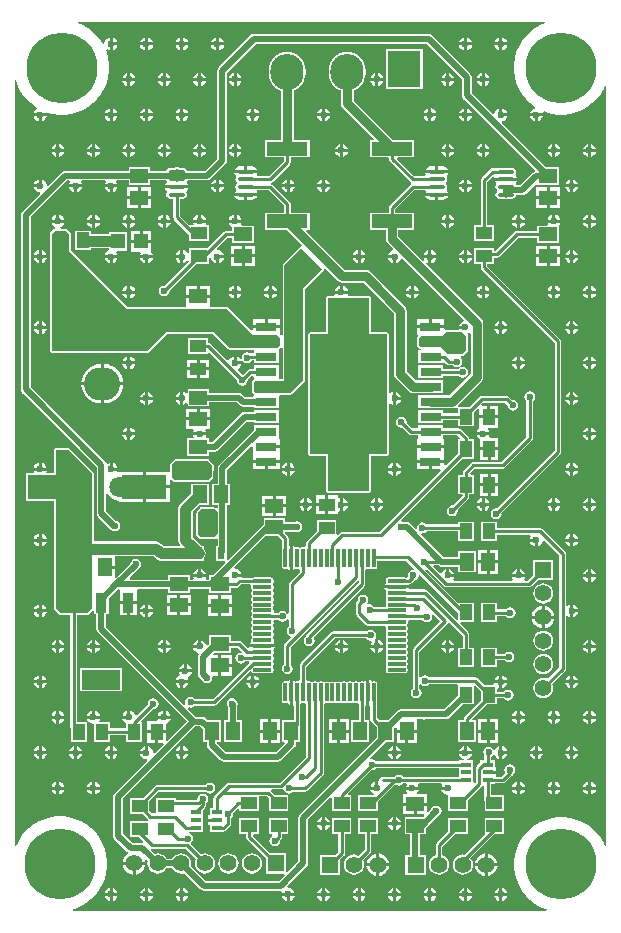
<source format=gtl>
G04*
G04 #@! TF.GenerationSoftware,Altium Limited,Altium Designer,18.1.6 (161)*
G04*
G04 Layer_Physical_Order=1*
G04 Layer_Color=255*
%FSTAX24Y24*%
%MOIN*%
G70*
G01*
G75*
%ADD10C,0.0100*%
%ADD15C,0.0080*%
%ADD18R,0.0354X0.0157*%
%ADD19R,0.0531X0.0413*%
G04:AMPARAMS|DCode=20|XSize=61.4mil|YSize=11mil|CornerRadius=2.8mil|HoleSize=0mil|Usage=FLASHONLY|Rotation=0.000|XOffset=0mil|YOffset=0mil|HoleType=Round|Shape=RoundedRectangle|*
%AMROUNDEDRECTD20*
21,1,0.0614,0.0055,0,0,0.0*
21,1,0.0559,0.0110,0,0,0.0*
1,1,0.0055,0.0280,-0.0028*
1,1,0.0055,-0.0280,-0.0028*
1,1,0.0055,-0.0280,0.0028*
1,1,0.0055,0.0280,0.0028*
%
%ADD20ROUNDEDRECTD20*%
G04:AMPARAMS|DCode=21|XSize=61.4mil|YSize=11mil|CornerRadius=2.8mil|HoleSize=0mil|Usage=FLASHONLY|Rotation=270.000|XOffset=0mil|YOffset=0mil|HoleType=Round|Shape=RoundedRectangle|*
%AMROUNDEDRECTD21*
21,1,0.0614,0.0055,0,0,270.0*
21,1,0.0559,0.0110,0,0,270.0*
1,1,0.0055,-0.0028,-0.0280*
1,1,0.0055,-0.0028,0.0280*
1,1,0.0055,0.0028,0.0280*
1,1,0.0055,0.0028,-0.0280*
%
%ADD21ROUNDEDRECTD21*%
%ADD22R,0.0236X0.0394*%
%ADD23R,0.0472X0.0591*%
%ADD24R,0.0591X0.0472*%
%ADD25R,0.0472X0.0512*%
%ADD26R,0.0413X0.0531*%
%ADD27R,0.1358X0.0453*%
%ADD28R,0.1299X0.0650*%
%ADD29R,0.0374X0.0650*%
%ADD30O,0.0572X0.0139*%
%ADD31R,0.0709X0.0304*%
%ADD32R,0.0709X0.0304*%
%ADD33R,0.1500X0.0787*%
%ADD60C,0.0200*%
%ADD61C,0.0350*%
%ADD62C,0.0300*%
%ADD63C,0.0551*%
%ADD64R,0.0551X0.0551*%
%ADD65C,0.2362*%
%ADD66R,0.0551X0.0551*%
%ADD67R,0.1100X0.1200*%
%ADD68O,0.1100X0.1200*%
%ADD69R,0.1200X0.1100*%
%ADD70O,0.1200X0.1100*%
%ADD71R,0.0709X0.0709*%
%ADD72C,0.0709*%
%ADD73C,0.0236*%
G36*
X036902Y049118D02*
X036746Y049053D01*
X036567Y04895D01*
X036403Y048824D01*
X036257Y048678D01*
X036131Y048515D01*
X036028Y048336D01*
X035949Y048145D01*
X035896Y047946D01*
X035869Y047741D01*
X035869Y047638D01*
X035869Y047638D01*
X035869Y047535D01*
X035896Y04733D01*
X035949Y047131D01*
X036028Y04694D01*
X036131Y046761D01*
X036257Y046597D01*
X036403Y046451D01*
X036565Y046327D01*
X036566Y046321D01*
X036556Y046274D01*
X036529Y046268D01*
X036457Y04622D01*
X036409Y046148D01*
X036402Y046113D01*
X036827D01*
X036822Y046137D01*
X036856Y046177D01*
X036936Y046143D01*
X037136Y04609D01*
X03734Y046063D01*
X037444D01*
X037547Y046063D01*
X037752Y04609D01*
X037951Y046143D01*
X038142Y046222D01*
X03832Y046326D01*
X038484Y046451D01*
X03863Y046597D01*
X038756Y046761D01*
X038859Y04694D01*
X038898Y047033D01*
X038948Y047024D01*
Y040972D01*
Y031436D01*
Y02171D01*
X038898Y0217D01*
X038865Y021778D01*
X038762Y021957D01*
X038637Y022121D01*
X038491Y022267D01*
X038327Y022392D01*
X038148Y022495D01*
X037957Y022574D01*
X037758Y022628D01*
X037553Y022655D01*
X03745Y022655D01*
X03745Y022655D01*
X037347Y022655D01*
X037142Y022628D01*
X036943Y022574D01*
X036752Y022495D01*
X036573Y022392D01*
X036409Y022267D01*
X036263Y022121D01*
X036138Y021957D01*
X036035Y021778D01*
X035956Y021587D01*
X035902Y021388D01*
X035875Y021183D01*
X035875Y02108D01*
X035875Y02108D01*
X035875Y020977D01*
X035902Y020772D01*
X035956Y020573D01*
X036035Y020382D01*
X036138Y020203D01*
X036263Y020039D01*
X036409Y019893D01*
X036573Y019768D01*
X036752Y019665D01*
X036943Y019586D01*
X036957Y019582D01*
X036951Y019532D01*
X021167D01*
X02116Y019582D01*
X021247Y019606D01*
X021438Y019685D01*
X021617Y019788D01*
X021781Y019913D01*
X021927Y020059D01*
X022052Y020223D01*
X022155Y020402D01*
X022234Y020593D01*
X022288Y020792D01*
X022315Y020997D01*
X022315Y0211D01*
X022315Y0211D01*
X022315Y0211D01*
X022315Y021203D01*
X022288Y021408D01*
X022234Y021607D01*
X022155Y021798D01*
X022052Y021977D01*
X021927Y022141D01*
X021781Y022287D01*
X021617Y022412D01*
X021438Y022515D01*
X021247Y022594D01*
X021048Y022648D01*
X020843Y022675D01*
X02074Y022675D01*
X02074Y022675D01*
X020637Y022675D01*
X020432Y022648D01*
X020233Y022594D01*
X020042Y022515D01*
X019863Y022412D01*
X019699Y022287D01*
X019553Y022141D01*
X019428Y021977D01*
X019325Y021798D01*
X019282Y021696D01*
X019232Y021706D01*
Y047211D01*
X019282Y047218D01*
X019306Y047131D01*
X019385Y04694D01*
X019488Y046761D01*
X019613Y046597D01*
X019759Y046451D01*
X019923Y046326D01*
X019959Y046305D01*
X019961Y046246D01*
X019921Y04622D01*
X019873Y046148D01*
X019866Y046113D01*
X020319D01*
X020339Y046131D01*
X020492Y04609D01*
X020697Y046063D01*
X0208D01*
X020903Y046063D01*
X021108Y04609D01*
X021307Y046143D01*
X021498Y046222D01*
X021677Y046326D01*
X021841Y046451D01*
X021987Y046597D01*
X022112Y046761D01*
X022215Y04694D01*
X022294Y04713D01*
X022348Y04733D01*
X022375Y047535D01*
X022375Y047638D01*
X022375Y047638D01*
X022375Y047638D01*
X022375Y047741D01*
X022348Y047946D01*
X022294Y048145D01*
X022263Y048222D01*
X022303Y048255D01*
X022356Y04822D01*
X022391Y048213D01*
Y048425D01*
Y048638D01*
X022356Y048631D01*
X022284Y048582D01*
X022235Y04851D01*
X022219Y048429D01*
X022209Y048423D01*
X02217Y048415D01*
X022112Y048515D01*
X021987Y048678D01*
X021841Y048824D01*
X021677Y04895D01*
X021498Y049053D01*
X021342Y049118D01*
X021352Y049168D01*
X036892D01*
X036902Y049118D01*
D02*
G37*
%LPC*%
G36*
X035483Y048638D02*
Y048475D01*
X035645D01*
X035639Y04851D01*
X03559Y048582D01*
X035518Y048631D01*
X035483Y048638D01*
D02*
G37*
G36*
X035383D02*
X035348Y048631D01*
X035276Y048582D01*
X035228Y04851D01*
X035221Y048475D01*
X035383D01*
Y048638D01*
D02*
G37*
G36*
X034302D02*
Y048475D01*
X034464D01*
X034457Y04851D01*
X034409Y048582D01*
X034337Y048631D01*
X034302Y048638D01*
D02*
G37*
G36*
X034202D02*
X034167Y048631D01*
X034095Y048582D01*
X034046Y04851D01*
X03404Y048475D01*
X034202D01*
Y048638D01*
D02*
G37*
G36*
X026034D02*
Y048475D01*
X026197D01*
X02619Y04851D01*
X026141Y048582D01*
X026069Y048631D01*
X026034Y048638D01*
D02*
G37*
G36*
X025934D02*
X025899Y048631D01*
X025827Y048582D01*
X025779Y04851D01*
X025772Y048475D01*
X025934D01*
Y048638D01*
D02*
G37*
G36*
X024853D02*
Y048475D01*
X025016D01*
X025009Y04851D01*
X02496Y048582D01*
X024888Y048631D01*
X024853Y048638D01*
D02*
G37*
G36*
X024753D02*
X024718Y048631D01*
X024646Y048582D01*
X024598Y04851D01*
X024591Y048475D01*
X024753D01*
Y048638D01*
D02*
G37*
G36*
X023672D02*
Y048475D01*
X023834D01*
X023827Y04851D01*
X023779Y048582D01*
X023707Y048631D01*
X023672Y048638D01*
D02*
G37*
G36*
X023572D02*
X023537Y048631D01*
X023465Y048582D01*
X023417Y04851D01*
X02341Y048475D01*
X023572D01*
Y048638D01*
D02*
G37*
G36*
X022491D02*
Y048475D01*
X022653D01*
X022646Y04851D01*
X022598Y048582D01*
X022526Y048631D01*
X022491Y048638D01*
D02*
G37*
G36*
X035645Y048375D02*
X035483D01*
Y048213D01*
X035518Y04822D01*
X03559Y048268D01*
X035639Y04834D01*
X035645Y048375D01*
D02*
G37*
G36*
X035383D02*
X035221D01*
X035228Y04834D01*
X035276Y048268D01*
X035348Y04822D01*
X035383Y048213D01*
Y048375D01*
D02*
G37*
G36*
X034464D02*
X034302D01*
Y048213D01*
X034337Y04822D01*
X034409Y048268D01*
X034457Y04834D01*
X034464Y048375D01*
D02*
G37*
G36*
X034202D02*
X03404D01*
X034046Y04834D01*
X034095Y048268D01*
X034167Y04822D01*
X034202Y048213D01*
Y048375D01*
D02*
G37*
G36*
X026197D02*
X026034D01*
Y048213D01*
X026069Y04822D01*
X026141Y048268D01*
X02619Y04834D01*
X026197Y048375D01*
D02*
G37*
G36*
X025934D02*
X025772D01*
X025779Y04834D01*
X025827Y048268D01*
X025899Y04822D01*
X025934Y048213D01*
Y048375D01*
D02*
G37*
G36*
X025016D02*
X024853D01*
Y048213D01*
X024888Y04822D01*
X02496Y048268D01*
X025009Y04834D01*
X025016Y048375D01*
D02*
G37*
G36*
X024753D02*
X024591D01*
X024598Y04834D01*
X024646Y048268D01*
X024718Y04822D01*
X024753Y048213D01*
Y048375D01*
D02*
G37*
G36*
X023834D02*
X023672D01*
Y048213D01*
X023707Y04822D01*
X023779Y048268D01*
X023827Y04834D01*
X023834Y048375D01*
D02*
G37*
G36*
X023572D02*
X02341D01*
X023417Y04834D01*
X023465Y048268D01*
X023537Y04822D01*
X023572Y048213D01*
Y048375D01*
D02*
G37*
G36*
X022653D02*
X022491D01*
Y048213D01*
X022526Y04822D01*
X022598Y048268D01*
X022646Y04834D01*
X022653Y048375D01*
D02*
G37*
G36*
X034893Y047457D02*
Y047294D01*
X035055D01*
X035048Y047329D01*
X035Y047401D01*
X034928Y04745D01*
X034893Y047457D01*
D02*
G37*
G36*
X034793D02*
X034757Y04745D01*
X034685Y047401D01*
X034637Y047329D01*
X03463Y047294D01*
X034793D01*
Y047457D01*
D02*
G37*
G36*
X033711D02*
Y047294D01*
X033874D01*
X033867Y047329D01*
X033819Y047401D01*
X033747Y04745D01*
X033711Y047457D01*
D02*
G37*
G36*
X033611D02*
X033576Y04745D01*
X033504Y047401D01*
X033456Y047329D01*
X033449Y047294D01*
X033611D01*
Y047457D01*
D02*
G37*
G36*
X031349D02*
Y047294D01*
X031512D01*
X031505Y047329D01*
X031456Y047401D01*
X031384Y04745D01*
X031349Y047457D01*
D02*
G37*
G36*
X031249D02*
X031214Y04745D01*
X031142Y047401D01*
X031094Y047329D01*
X031087Y047294D01*
X031249D01*
Y047457D01*
D02*
G37*
G36*
X026625D02*
Y047294D01*
X026787D01*
X02678Y047329D01*
X026732Y047401D01*
X02666Y04745D01*
X026625Y047457D01*
D02*
G37*
G36*
X026525D02*
X02649Y04745D01*
X026418Y047401D01*
X026369Y047329D01*
X026362Y047294D01*
X026525D01*
Y047457D01*
D02*
G37*
G36*
X025444D02*
Y047294D01*
X025606D01*
X025599Y047329D01*
X025551Y047401D01*
X025479Y04745D01*
X025444Y047457D01*
D02*
G37*
G36*
X025344D02*
X025309Y04745D01*
X025236Y047401D01*
X025188Y047329D01*
X025181Y047294D01*
X025344D01*
Y047457D01*
D02*
G37*
G36*
X024263D02*
Y047294D01*
X024425D01*
X024418Y047329D01*
X02437Y047401D01*
X024298Y04745D01*
X024263Y047457D01*
D02*
G37*
G36*
X024163D02*
X024127Y04745D01*
X024055Y047401D01*
X024007Y047329D01*
X024Y047294D01*
X024163D01*
Y047457D01*
D02*
G37*
G36*
X023081D02*
Y047294D01*
X023244D01*
X023237Y047329D01*
X023189Y047401D01*
X023117Y04745D01*
X023081Y047457D01*
D02*
G37*
G36*
X022981D02*
X022946Y04745D01*
X022874Y047401D01*
X022826Y047329D01*
X022819Y047294D01*
X022981D01*
Y047457D01*
D02*
G37*
G36*
X035055Y047194D02*
X034893D01*
Y047032D01*
X034928Y047039D01*
X035Y047087D01*
X035048Y047159D01*
X035055Y047194D01*
D02*
G37*
G36*
X034793D02*
X03463D01*
X034637Y047159D01*
X034685Y047087D01*
X034757Y047039D01*
X034793Y047032D01*
Y047194D01*
D02*
G37*
G36*
X033874D02*
X033711D01*
Y047032D01*
X033747Y047039D01*
X033819Y047087D01*
X033867Y047159D01*
X033874Y047194D01*
D02*
G37*
G36*
X033611D02*
X033449D01*
X033456Y047159D01*
X033504Y047087D01*
X033576Y047039D01*
X033611Y047032D01*
Y047194D01*
D02*
G37*
G36*
X031512D02*
X031349D01*
Y047032D01*
X031384Y047039D01*
X031456Y047087D01*
X031505Y047159D01*
X031512Y047194D01*
D02*
G37*
G36*
X031249D02*
X031087D01*
X031094Y047159D01*
X031142Y047087D01*
X031214Y047039D01*
X031249Y047032D01*
Y047194D01*
D02*
G37*
G36*
X026787D02*
X026625D01*
Y047032D01*
X02666Y047039D01*
X026732Y047087D01*
X02678Y047159D01*
X026787Y047194D01*
D02*
G37*
G36*
X026525D02*
X026362D01*
X026369Y047159D01*
X026418Y047087D01*
X02649Y047039D01*
X026525Y047032D01*
Y047194D01*
D02*
G37*
G36*
X025606D02*
X025444D01*
Y047032D01*
X025479Y047039D01*
X025551Y047087D01*
X025599Y047159D01*
X025606Y047194D01*
D02*
G37*
G36*
X025344D02*
X025181D01*
X025188Y047159D01*
X025236Y047087D01*
X025309Y047039D01*
X025344Y047032D01*
Y047194D01*
D02*
G37*
G36*
X024425D02*
X024263D01*
Y047032D01*
X024298Y047039D01*
X02437Y047087D01*
X024418Y047159D01*
X024425Y047194D01*
D02*
G37*
G36*
X024163D02*
X024D01*
X024007Y047159D01*
X024055Y047087D01*
X024127Y047039D01*
X024163Y047032D01*
Y047194D01*
D02*
G37*
G36*
X023244D02*
X023081D01*
Y047032D01*
X023117Y047039D01*
X023189Y047087D01*
X023237Y047159D01*
X023244Y047194D01*
D02*
G37*
G36*
X022981D02*
X022819D01*
X022826Y047159D01*
X022874Y047087D01*
X022946Y047039D01*
X022981Y047032D01*
Y047194D01*
D02*
G37*
G36*
X032825Y048258D02*
X031605D01*
Y046938D01*
X032825D01*
Y048258D01*
D02*
G37*
G36*
X035483Y046275D02*
Y046113D01*
X035645D01*
X035639Y046148D01*
X03559Y04622D01*
X035518Y046268D01*
X035483Y046275D01*
D02*
G37*
G36*
X034302D02*
Y046113D01*
X034464D01*
X034457Y046148D01*
X034409Y04622D01*
X034337Y046268D01*
X034302Y046275D01*
D02*
G37*
G36*
X034202D02*
X034167Y046268D01*
X034095Y04622D01*
X034046Y046148D01*
X03404Y046113D01*
X034202D01*
Y046275D01*
D02*
G37*
G36*
X033121D02*
Y046113D01*
X033283D01*
X033276Y046148D01*
X033228Y04622D01*
X033156Y046268D01*
X033121Y046275D01*
D02*
G37*
G36*
X033021D02*
X032986Y046268D01*
X032914Y04622D01*
X032865Y046148D01*
X032858Y046113D01*
X033021D01*
Y046275D01*
D02*
G37*
G36*
X029578D02*
Y046113D01*
X02974D01*
X029733Y046148D01*
X029685Y04622D01*
X029613Y046268D01*
X029578Y046275D01*
D02*
G37*
G36*
X029478D02*
X029442Y046268D01*
X02937Y04622D01*
X029322Y046148D01*
X029315Y046113D01*
X029478D01*
Y046275D01*
D02*
G37*
G36*
X027215D02*
Y046113D01*
X027378D01*
X027371Y046148D01*
X027323Y04622D01*
X02725Y046268D01*
X027215Y046275D01*
D02*
G37*
G36*
X027115D02*
X02708Y046268D01*
X027008Y04622D01*
X02696Y046148D01*
X026953Y046113D01*
X027115D01*
Y046275D01*
D02*
G37*
G36*
X024853D02*
Y046113D01*
X025016D01*
X025009Y046148D01*
X02496Y04622D01*
X024888Y046268D01*
X024853Y046275D01*
D02*
G37*
G36*
X024753D02*
X024718Y046268D01*
X024646Y04622D01*
X024598Y046148D01*
X024591Y046113D01*
X024753D01*
Y046275D01*
D02*
G37*
G36*
X023672D02*
Y046113D01*
X023834D01*
X023827Y046148D01*
X023779Y04622D01*
X023707Y046268D01*
X023672Y046275D01*
D02*
G37*
G36*
X023572D02*
X023537Y046268D01*
X023465Y04622D01*
X023417Y046148D01*
X02341Y046113D01*
X023572D01*
Y046275D01*
D02*
G37*
G36*
X022491D02*
Y046113D01*
X022653D01*
X022646Y046148D01*
X022598Y04622D01*
X022526Y046268D01*
X022491Y046275D01*
D02*
G37*
G36*
X022391D02*
X022356Y046268D01*
X022284Y04622D01*
X022235Y046148D01*
X022229Y046113D01*
X022391D01*
Y046275D01*
D02*
G37*
G36*
X036827Y046013D02*
X036664D01*
Y045851D01*
X036699Y045858D01*
X036771Y045906D01*
X03682Y045978D01*
X036827Y046013D01*
D02*
G37*
G36*
X036564D02*
X036402D01*
X036409Y045978D01*
X036457Y045906D01*
X036529Y045858D01*
X036564Y045851D01*
Y046013D01*
D02*
G37*
G36*
X034464D02*
X034302D01*
Y045851D01*
X034337Y045858D01*
X034409Y045906D01*
X034457Y045978D01*
X034464Y046013D01*
D02*
G37*
G36*
X034202D02*
X03404D01*
X034046Y045978D01*
X034095Y045906D01*
X034167Y045858D01*
X034202Y045851D01*
Y046013D01*
D02*
G37*
G36*
X033283D02*
X033121D01*
Y045851D01*
X033156Y045858D01*
X033228Y045906D01*
X033276Y045978D01*
X033283Y046013D01*
D02*
G37*
G36*
X033021D02*
X032858D01*
X032865Y045978D01*
X032914Y045906D01*
X032986Y045858D01*
X033021Y045851D01*
Y046013D01*
D02*
G37*
G36*
X02974D02*
X029578D01*
Y045851D01*
X029613Y045858D01*
X029685Y045906D01*
X029733Y045978D01*
X02974Y046013D01*
D02*
G37*
G36*
X029478D02*
X029315D01*
X029322Y045978D01*
X02937Y045906D01*
X029442Y045858D01*
X029478Y045851D01*
Y046013D01*
D02*
G37*
G36*
X027378D02*
X027215D01*
Y045851D01*
X02725Y045858D01*
X027323Y045906D01*
X027371Y045978D01*
X027378Y046013D01*
D02*
G37*
G36*
X027115D02*
X026953D01*
X02696Y045978D01*
X027008Y045906D01*
X02708Y045858D01*
X027115Y045851D01*
Y046013D01*
D02*
G37*
G36*
X025016D02*
X024853D01*
Y045851D01*
X024888Y045858D01*
X02496Y045906D01*
X025009Y045978D01*
X025016Y046013D01*
D02*
G37*
G36*
X024753D02*
X024591D01*
X024598Y045978D01*
X024646Y045906D01*
X024718Y045858D01*
X024753Y045851D01*
Y046013D01*
D02*
G37*
G36*
X023834D02*
X023672D01*
Y045851D01*
X023707Y045858D01*
X023779Y045906D01*
X023827Y045978D01*
X023834Y046013D01*
D02*
G37*
G36*
X023572D02*
X02341D01*
X023417Y045978D01*
X023465Y045906D01*
X023537Y045858D01*
X023572Y045851D01*
Y046013D01*
D02*
G37*
G36*
X022653D02*
X022491D01*
Y045851D01*
X022526Y045858D01*
X022598Y045906D01*
X022646Y045978D01*
X022653Y046013D01*
D02*
G37*
G36*
X022391D02*
X022229D01*
X022235Y045978D01*
X022284Y045906D01*
X022356Y045858D01*
X022391Y045851D01*
Y046013D01*
D02*
G37*
G36*
X020291D02*
X020129D01*
Y045851D01*
X020164Y045858D01*
X020236Y045906D01*
X020284Y045978D01*
X020291Y046013D01*
D02*
G37*
G36*
X020029D02*
X019866D01*
X019873Y045978D01*
X019921Y045906D01*
X019994Y045858D01*
X020029Y045851D01*
Y046013D01*
D02*
G37*
G36*
X038436Y045094D02*
Y044932D01*
X038598D01*
X038591Y044967D01*
X038543Y045039D01*
X038471Y045087D01*
X038436Y045094D01*
D02*
G37*
G36*
X038336D02*
X038301Y045087D01*
X038229Y045039D01*
X03818Y044967D01*
X038173Y044932D01*
X038336D01*
Y045094D01*
D02*
G37*
G36*
X037255D02*
Y044932D01*
X037417D01*
X03741Y044967D01*
X037362Y045039D01*
X03729Y045087D01*
X037255Y045094D01*
D02*
G37*
G36*
X037155D02*
X03712Y045087D01*
X037047Y045039D01*
X036999Y044967D01*
X036992Y044932D01*
X037155D01*
Y045094D01*
D02*
G37*
G36*
X034893D02*
Y044932D01*
X035055D01*
X035048Y044967D01*
X035Y045039D01*
X034928Y045087D01*
X034893Y045094D01*
D02*
G37*
G36*
X034793D02*
X034757Y045087D01*
X034685Y045039D01*
X034637Y044967D01*
X03463Y044932D01*
X034793D01*
Y045094D01*
D02*
G37*
G36*
X033711D02*
Y044932D01*
X033874D01*
X033867Y044967D01*
X033819Y045039D01*
X033747Y045087D01*
X033711Y045094D01*
D02*
G37*
G36*
X033611D02*
X033576Y045087D01*
X033504Y045039D01*
X033456Y044967D01*
X033449Y044932D01*
X033611D01*
Y045094D01*
D02*
G37*
G36*
X030168D02*
Y044932D01*
X030331D01*
X030324Y044967D01*
X030275Y045039D01*
X030203Y045087D01*
X030168Y045094D01*
D02*
G37*
G36*
X030068D02*
X030033Y045087D01*
X029961Y045039D01*
X029913Y044967D01*
X029906Y044932D01*
X030068D01*
Y045094D01*
D02*
G37*
G36*
X026625D02*
Y044932D01*
X026787D01*
X02678Y044967D01*
X026732Y045039D01*
X02666Y045087D01*
X026625Y045094D01*
D02*
G37*
G36*
X026525D02*
X02649Y045087D01*
X026418Y045039D01*
X026369Y044967D01*
X026362Y044932D01*
X026525D01*
Y045094D01*
D02*
G37*
G36*
X025444D02*
Y044932D01*
X025606D01*
X025599Y044967D01*
X025551Y045039D01*
X025479Y045087D01*
X025444Y045094D01*
D02*
G37*
G36*
X025344D02*
X025309Y045087D01*
X025236Y045039D01*
X025188Y044967D01*
X025181Y044932D01*
X025344D01*
Y045094D01*
D02*
G37*
G36*
X024263D02*
Y044932D01*
X024425D01*
X024418Y044967D01*
X02437Y045039D01*
X024298Y045087D01*
X024263Y045094D01*
D02*
G37*
G36*
X024163D02*
X024127Y045087D01*
X024055Y045039D01*
X024007Y044967D01*
X024Y044932D01*
X024163D01*
Y045094D01*
D02*
G37*
G36*
X023081D02*
Y044932D01*
X023244D01*
X023237Y044967D01*
X023189Y045039D01*
X023117Y045087D01*
X023081Y045094D01*
D02*
G37*
G36*
X022981D02*
X022946Y045087D01*
X022874Y045039D01*
X022826Y044967D01*
X022819Y044932D01*
X022981D01*
Y045094D01*
D02*
G37*
G36*
X0219D02*
Y044932D01*
X022063D01*
X022056Y044967D01*
X022008Y045039D01*
X021935Y045087D01*
X0219Y045094D01*
D02*
G37*
G36*
X0218D02*
X021765Y045087D01*
X021693Y045039D01*
X021645Y044967D01*
X021638Y044932D01*
X0218D01*
Y045094D01*
D02*
G37*
G36*
X020719D02*
Y044932D01*
X020882D01*
X020875Y044967D01*
X020827Y045039D01*
X020754Y045087D01*
X020719Y045094D01*
D02*
G37*
G36*
X020619D02*
X020584Y045087D01*
X020512Y045039D01*
X020464Y044967D01*
X020457Y044932D01*
X020619D01*
Y045094D01*
D02*
G37*
G36*
X038598Y044832D02*
X038436D01*
Y044669D01*
X038471Y044676D01*
X038543Y044725D01*
X038591Y044797D01*
X038598Y044832D01*
D02*
G37*
G36*
X038336D02*
X038173D01*
X03818Y044797D01*
X038229Y044725D01*
X038301Y044676D01*
X038336Y044669D01*
Y044832D01*
D02*
G37*
G36*
X037417D02*
X037255D01*
Y044669D01*
X03729Y044676D01*
X037362Y044725D01*
X03741Y044797D01*
X037417Y044832D01*
D02*
G37*
G36*
X037155D02*
X036992D01*
X036999Y044797D01*
X037047Y044725D01*
X03712Y044676D01*
X037155Y044669D01*
Y044832D01*
D02*
G37*
G36*
X035055D02*
X034893D01*
Y044669D01*
X034928Y044676D01*
X035Y044725D01*
X035048Y044797D01*
X035055Y044832D01*
D02*
G37*
G36*
X034793D02*
X03463D01*
X034637Y044797D01*
X034685Y044725D01*
X034757Y044676D01*
X034793Y044669D01*
Y044832D01*
D02*
G37*
G36*
X033874D02*
X033711D01*
Y044669D01*
X033747Y044676D01*
X033819Y044725D01*
X033867Y044797D01*
X033874Y044832D01*
D02*
G37*
G36*
X033611D02*
X033449D01*
X033456Y044797D01*
X033504Y044725D01*
X033576Y044676D01*
X033611Y044669D01*
Y044832D01*
D02*
G37*
G36*
X030331D02*
X030168D01*
Y044669D01*
X030203Y044676D01*
X030275Y044725D01*
X030324Y044797D01*
X030331Y044832D01*
D02*
G37*
G36*
X030068D02*
X029906D01*
X029913Y044797D01*
X029961Y044725D01*
X030033Y044676D01*
X030068Y044669D01*
Y044832D01*
D02*
G37*
G36*
X026787D02*
X026625D01*
Y044669D01*
X02666Y044676D01*
X026732Y044725D01*
X02678Y044797D01*
X026787Y044832D01*
D02*
G37*
G36*
X026525D02*
X026362D01*
X026369Y044797D01*
X026418Y044725D01*
X02649Y044676D01*
X026525Y044669D01*
Y044832D01*
D02*
G37*
G36*
X025606D02*
X025444D01*
Y044669D01*
X025479Y044676D01*
X025551Y044725D01*
X025599Y044797D01*
X025606Y044832D01*
D02*
G37*
G36*
X025344D02*
X025181D01*
X025188Y044797D01*
X025236Y044725D01*
X025309Y044676D01*
X025344Y044669D01*
Y044832D01*
D02*
G37*
G36*
X024425D02*
X024263D01*
Y044669D01*
X024298Y044676D01*
X02437Y044725D01*
X024418Y044797D01*
X024425Y044832D01*
D02*
G37*
G36*
X024163D02*
X024D01*
X024007Y044797D01*
X024055Y044725D01*
X024127Y044676D01*
X024163Y044669D01*
Y044832D01*
D02*
G37*
G36*
X023244D02*
X023081D01*
Y044669D01*
X023117Y044676D01*
X023189Y044725D01*
X023237Y044797D01*
X023244Y044832D01*
D02*
G37*
G36*
X022981D02*
X022819D01*
X022826Y044797D01*
X022874Y044725D01*
X022946Y044676D01*
X022981Y044669D01*
Y044832D01*
D02*
G37*
G36*
X022063D02*
X0219D01*
Y044669D01*
X021935Y044676D01*
X022008Y044725D01*
X022056Y044797D01*
X022063Y044832D01*
D02*
G37*
G36*
X0218D02*
X021638D01*
X021645Y044797D01*
X021693Y044725D01*
X021765Y044676D01*
X0218Y044669D01*
Y044832D01*
D02*
G37*
G36*
X020882D02*
X020719D01*
Y044669D01*
X020754Y044676D01*
X020827Y044725D01*
X020875Y044797D01*
X020882Y044832D01*
D02*
G37*
G36*
X020619D02*
X020457D01*
X020464Y044797D01*
X020512Y044725D01*
X020584Y044676D01*
X020619Y044669D01*
Y044832D01*
D02*
G37*
G36*
X035816Y044303D02*
X035383D01*
X035332Y044293D01*
X035317Y044284D01*
X035161D01*
X035161Y044284D01*
X035118Y044275D01*
X035081Y044251D01*
X035081Y044251D01*
X034795Y043964D01*
X034771Y043928D01*
X034762Y043885D01*
X034762Y043885D01*
Y042377D01*
X034549D01*
Y041844D01*
X0352D01*
Y042377D01*
X034986D01*
Y043839D01*
X035175Y044027D01*
X035192Y044025D01*
X035206Y044005D01*
X035221Y04397D01*
X03522Y043965D01*
X035599D01*
X035979D01*
X035976Y043982D01*
X035938Y044038D01*
X035935Y04404D01*
X035927Y044105D01*
X035938Y044121D01*
X035948Y044171D01*
X035938Y044222D01*
X035909Y044265D01*
X035867Y044293D01*
X035816Y044303D01*
D02*
G37*
G36*
X027149Y044345D02*
X026982D01*
Y044222D01*
X027311D01*
X027308Y044238D01*
X027271Y044294D01*
X027215Y044331D01*
X027149Y044345D01*
D02*
G37*
G36*
X026882D02*
X026715D01*
X026649Y044331D01*
X026593Y044294D01*
X026555Y044238D01*
X026552Y044222D01*
X026882D01*
Y044345D01*
D02*
G37*
G36*
X033511Y044344D02*
X033345D01*
Y044221D01*
X033674D01*
X033671Y044237D01*
X033633Y044294D01*
X033577Y044331D01*
X033511Y044344D01*
D02*
G37*
G36*
X033245D02*
X033078D01*
X033012Y044331D01*
X032956Y044294D01*
X032918Y044237D01*
X032915Y044221D01*
X033245D01*
Y044344D01*
D02*
G37*
G36*
X028315Y048161D02*
X028196Y048149D01*
X028081Y048114D01*
X027975Y048058D01*
X027882Y047981D01*
X027805Y047889D01*
X027749Y047783D01*
X027714Y047668D01*
X027702Y047548D01*
Y047448D01*
X027714Y047328D01*
X027749Y047213D01*
X027805Y047107D01*
X027882Y047015D01*
X027975Y046938D01*
X028081Y046882D01*
X028106Y046874D01*
Y045217D01*
X027581D01*
Y044644D01*
X028203D01*
Y044529D01*
X027702Y044028D01*
X027316D01*
X02729Y044078D01*
X027308Y044106D01*
X027311Y044122D01*
X026932D01*
X026552D01*
X026555Y044106D01*
X026593Y04405D01*
X026596Y044048D01*
X026604Y043982D01*
X026593Y043966D01*
X026583Y043916D01*
X026593Y043865D01*
X026622Y043823D01*
X026628Y043818D01*
Y043758D01*
X026622Y043753D01*
X026593Y043711D01*
X026583Y04366D01*
X026593Y043609D01*
X026604Y043594D01*
X026596Y043528D01*
X026593Y043526D01*
X026555Y04347D01*
X026552Y043454D01*
X026932D01*
X027311D01*
X027308Y04347D01*
X02729Y043498D01*
X027316Y043548D01*
X027694D01*
X028208Y043034D01*
Y042796D01*
X027581D01*
Y042223D01*
X028304D01*
X028795Y041731D01*
X028795Y041731D01*
X028774Y041682D01*
X028758Y041676D01*
X028734Y041666D01*
X028734Y041666D01*
X028734Y041666D01*
X028175Y041106D01*
X028165Y041082D01*
X028156Y04106D01*
Y038712D01*
X028106Y038691D01*
X028089Y038708D01*
X028066Y038748D01*
X028066D01*
X028066Y038748D01*
Y03895D01*
X027612D01*
X027157D01*
Y038898D01*
X027111Y038879D01*
X026364Y039626D01*
X026318Y039645D01*
X025784D01*
X025745Y039672D01*
X025745Y039695D01*
Y039959D01*
X024955D01*
Y039695D01*
X024955Y039672D01*
X024916Y039645D01*
X023007D01*
X021115Y041537D01*
X021115Y04209D01*
X021104Y042117D01*
X021096Y042136D01*
X020986Y042246D01*
X02094Y042265D01*
X020763D01*
X020754Y042314D01*
X020827Y042362D01*
X020875Y042435D01*
X020882Y04247D01*
X020457D01*
X020464Y042435D01*
X020512Y042362D01*
X020584Y042314D01*
X020576Y042265D01*
X02056D01*
X020514Y042246D01*
X020414Y042146D01*
X020395Y0421D01*
Y0382D01*
X020414Y038154D01*
X02046Y038135D01*
X023658D01*
X023704Y038154D01*
X024305Y038755D01*
X025838Y038755D01*
X026349Y038244D01*
X026395Y038225D01*
X027152D01*
X027196Y038212D01*
X027196Y038175D01*
Y038112D01*
X027075D01*
X027051Y038128D01*
X026982Y038142D01*
X026912Y038128D01*
X026853Y038088D01*
X026814Y038029D01*
X0268Y03796D01*
X026806Y037932D01*
X026759Y037913D01*
X026732Y037953D01*
X02666Y038001D01*
X026625Y038008D01*
Y037845D01*
X026805D01*
X026836Y037858D01*
X026853Y037832D01*
X026912Y037792D01*
X026982Y037778D01*
X027051Y037792D01*
X02711Y037832D01*
X027148Y037888D01*
X027196D01*
Y037788D01*
X028025D01*
X028025Y038192D01*
X028026Y038202D01*
X028036Y03823D01*
X028049Y038252D01*
X028106Y038309D01*
X028156Y038288D01*
Y037271D01*
X028068D01*
X028025Y037288D01*
X028025Y037321D01*
Y037712D01*
X027196D01*
Y037592D01*
X02708D01*
X02708Y037592D01*
X027037Y037584D01*
X027001Y037559D01*
X027001Y037559D01*
X026839Y037398D01*
X02682Y037402D01*
X026801Y037398D01*
X026657Y037542D01*
X026672Y037598D01*
X026732Y037638D01*
X02678Y03771D01*
X026787Y037745D01*
X026575D01*
Y037795D01*
X026525D01*
Y038008D01*
X02649Y038001D01*
X026418Y037953D01*
X026377Y037892D01*
X026322Y037877D01*
X025755Y038443D01*
X025719Y038467D01*
X025676Y038476D01*
X025666Y038525D01*
Y038631D01*
X025014D01*
Y038097D01*
X025666D01*
Y03815D01*
X025712Y038169D01*
X026642Y037239D01*
X026638Y03722D01*
X026652Y03715D01*
X026692Y037092D01*
X026751Y037052D01*
X02682Y037038D01*
X02689Y037052D01*
X026948Y037092D01*
X026988Y03715D01*
X027002Y03722D01*
X026998Y037239D01*
X027116Y037357D01*
X027172D01*
X027196Y037332D01*
X027196Y037288D01*
X027206Y037238D01*
X027151Y037183D01*
X027151Y037183D01*
X027151Y037183D01*
X027141Y03716D01*
X027132Y037137D01*
X027132Y037137D01*
X027132Y037137D01*
X027132Y036866D01*
X027143Y036839D01*
X027151Y03682D01*
X027209Y036762D01*
X027196Y036712D01*
X027178Y036663D01*
X026908D01*
X026815Y036755D01*
X026762Y036791D01*
X0267Y036803D01*
X025705D01*
Y036936D01*
X024995D01*
Y036803D01*
X024945Y036782D01*
X024888Y03682D01*
X024853Y036827D01*
Y036614D01*
Y036402D01*
X024888Y036409D01*
X024945Y036446D01*
X024995Y036425D01*
Y036344D01*
X025705D01*
Y036477D01*
X026632D01*
X026725Y036385D01*
X026778Y036349D01*
X02684Y036337D01*
X027196D01*
Y036288D01*
X028025D01*
Y036673D01*
X028071Y036723D01*
X02842Y036723D01*
X028466Y036742D01*
X028884Y03716D01*
X028903Y037206D01*
X028903Y040251D01*
X029526Y040874D01*
X029526D01*
X029526Y040874D01*
X029526Y040874D01*
X029533Y04089D01*
X029542Y040914D01*
X029591Y040935D01*
X029998Y040529D01*
X030067Y040482D01*
X030149Y040466D01*
X030851D01*
X031866Y039451D01*
Y037429D01*
X031882Y037348D01*
X031929Y037278D01*
X032358Y036849D01*
X032428Y036802D01*
X03251Y036786D01*
X033089D01*
X0331Y036788D01*
X033504D01*
Y037212D01*
X0331D01*
X033089Y037214D01*
X032598D01*
X032294Y037518D01*
Y03954D01*
X032278Y039622D01*
X032231Y039691D01*
X031091Y040831D01*
X031022Y040878D01*
X03094Y040894D01*
X030238D01*
X028955Y042177D01*
X028975Y042223D01*
X029059D01*
Y042796D01*
X028432D01*
Y04308D01*
X028432Y04308D01*
X028424Y043123D01*
X028399Y043159D01*
X028399Y043159D01*
X027819Y043739D01*
X027788Y04376D01*
X027786Y04378D01*
X027792Y043813D01*
X027828Y043837D01*
X028394Y044403D01*
X028394Y044403D01*
X028419Y044439D01*
X028427Y044482D01*
Y044644D01*
X029059D01*
Y045217D01*
X028534D01*
Y046877D01*
X02855Y046882D01*
X028656Y046938D01*
X028749Y047015D01*
X028825Y047107D01*
X028881Y047213D01*
X028916Y047328D01*
X028928Y047448D01*
Y047548D01*
X028916Y047668D01*
X028881Y047783D01*
X028825Y047889D01*
X028749Y047981D01*
X028656Y048058D01*
X02855Y048114D01*
X028435Y048149D01*
X028315Y048161D01*
D02*
G37*
G36*
X037845Y043913D02*
Y043751D01*
X038008D01*
X038001Y043786D01*
X037953Y043858D01*
X03788Y043906D01*
X037845Y043913D01*
D02*
G37*
G36*
X037745D02*
X03771Y043906D01*
X037638Y043858D01*
X03759Y043786D01*
X037583Y043751D01*
X037745D01*
Y043913D01*
D02*
G37*
G36*
X034302D02*
Y043751D01*
X034464D01*
X034457Y043786D01*
X034409Y043858D01*
X034337Y043906D01*
X034302Y043913D01*
D02*
G37*
G36*
X034202D02*
X034167Y043906D01*
X034095Y043858D01*
X034046Y043786D01*
X03404Y043751D01*
X034202D01*
Y043913D01*
D02*
G37*
G36*
X029578D02*
Y043751D01*
X02974D01*
X029733Y043786D01*
X029685Y043858D01*
X029613Y043906D01*
X029578Y043913D01*
D02*
G37*
G36*
X029478D02*
X029442Y043906D01*
X02937Y043858D01*
X029322Y043786D01*
X029315Y043751D01*
X029478D01*
Y043913D01*
D02*
G37*
G36*
X028396D02*
Y043751D01*
X028559D01*
X028552Y043786D01*
X028504Y043858D01*
X028432Y043906D01*
X028396Y043913D01*
D02*
G37*
G36*
X028296D02*
X028261Y043906D01*
X028189Y043858D01*
X028141Y043786D01*
X028134Y043751D01*
X028296D01*
Y043913D01*
D02*
G37*
G36*
X026034D02*
Y043751D01*
X026197D01*
X02619Y043786D01*
X026141Y043858D01*
X026069Y043906D01*
X026034Y043913D01*
D02*
G37*
G36*
X025934D02*
X025899Y043906D01*
X025827Y043858D01*
X025779Y043786D01*
X025772Y043751D01*
X025934D01*
Y043913D01*
D02*
G37*
G36*
X020029D02*
X019994Y043906D01*
X019921Y043858D01*
X019873Y043786D01*
X019866Y043751D01*
X020029D01*
Y043913D01*
D02*
G37*
G36*
X033024Y04876D02*
X0272D01*
X027137Y048747D01*
X027084Y048712D01*
X026025Y047652D01*
X025989Y047599D01*
X025977Y047537D01*
Y044598D01*
X025582Y044203D01*
X02497D01*
X024966Y044222D01*
X024937Y044265D01*
X024894Y044294D01*
X024844Y044304D01*
X024717D01*
X02469Y044323D01*
X024627Y044335D01*
X024565Y044323D01*
X024537Y044304D01*
X02441D01*
X02436Y044294D01*
X024317Y044265D01*
X024288Y044222D01*
X024285Y044203D01*
X023735D01*
Y044312D01*
X023025D01*
Y044203D01*
X02092D01*
X020858Y044191D01*
X020805Y044155D01*
X020348Y043698D01*
X020298Y043719D01*
X020284Y043786D01*
X020236Y043858D01*
X020164Y043906D01*
X020129Y043913D01*
Y043701D01*
X020079D01*
Y043651D01*
X019866D01*
X019873Y043616D01*
X019921Y043544D01*
X019994Y043495D01*
X020061Y043482D01*
X020081Y043432D01*
X019485Y042835D01*
X019449Y042782D01*
X019437Y04272D01*
Y03692D01*
X019449Y036858D01*
X019485Y036805D01*
X021957Y034332D01*
Y032783D01*
X021969Y03272D01*
X022005Y032668D01*
X022422Y03225D01*
X022434Y032232D01*
X022493Y032192D01*
X022563Y032178D01*
X022632Y032192D01*
X022691Y032232D01*
X022731Y03229D01*
X022744Y03236D01*
X022731Y032429D01*
X022691Y032488D01*
X022632Y032528D01*
X022599Y032534D01*
X022283Y03285D01*
Y033421D01*
X022333Y033431D01*
X022333Y033431D01*
X022406Y033336D01*
X022501Y033263D01*
X022611Y033217D01*
X022705Y033205D01*
Y033166D01*
X023505D01*
Y03366D01*
Y034154D01*
X022705D01*
Y034147D01*
X022689Y034142D01*
X022679Y034148D01*
X02265Y034183D01*
X022653Y034202D01*
X022441D01*
Y034252D01*
X022391D01*
Y034464D01*
X022356Y034457D01*
X022327Y034438D01*
X022271Y034461D01*
X022271Y034462D01*
X022235Y034515D01*
X019763Y036988D01*
Y042652D01*
X020988Y043877D01*
X021055D01*
X021082Y043827D01*
X021054Y043786D01*
X021047Y043751D01*
X021472D01*
X021465Y043786D01*
X021438Y043827D01*
X021465Y043877D01*
X022236D01*
X022263Y043827D01*
X022235Y043786D01*
X022229Y043751D01*
X022653D01*
X022646Y043786D01*
X022619Y043827D01*
X022646Y043877D01*
X023025D01*
Y04372D01*
X023735D01*
Y043877D01*
X024261D01*
X024296Y043832D01*
X024289Y043783D01*
X024288Y043782D01*
X024251Y043726D01*
X024247Y04371D01*
X024627D01*
X025007D01*
X025003Y043726D01*
X024966Y043782D01*
X024965Y043783D01*
X024958Y043832D01*
X024993Y043877D01*
X025649D01*
X025712Y043889D01*
X025765Y043925D01*
X026255Y044415D01*
X026291Y044468D01*
X026303Y044531D01*
Y047469D01*
X027267Y048433D01*
X032956D01*
X03414Y04725D01*
Y046722D01*
X034152Y04666D01*
X034187Y046607D01*
X036579Y044216D01*
X036564Y044168D01*
X036557Y044167D01*
X036504Y044131D01*
X036083Y043711D01*
X035972D01*
X035942Y043745D01*
X035938Y043793D01*
X035976Y043849D01*
X035979Y043865D01*
X035599D01*
X03522D01*
X035223Y043849D01*
X03526Y043793D01*
X035263Y043791D01*
X035271Y043726D01*
X035261Y04371D01*
X035251Y04366D01*
X035261Y043609D01*
X035289Y043566D01*
X035296Y043562D01*
Y043502D01*
X035289Y043497D01*
X035261Y043454D01*
X035251Y043404D01*
X035261Y043353D01*
X035289Y04331D01*
X035332Y043282D01*
X035383Y043272D01*
X035509D01*
X035537Y043253D01*
X035599Y043241D01*
X035662Y043253D01*
X03569Y043272D01*
X035816D01*
X035867Y043282D01*
X035909Y04331D01*
X035938Y043353D01*
X035944Y043384D01*
X036151D01*
X036213Y043397D01*
X036266Y043432D01*
X036608Y043774D01*
X036654Y043755D01*
Y04372D01*
X037365D01*
Y044312D01*
X036944D01*
X035461Y045795D01*
X035477Y045849D01*
X035518Y045858D01*
X03559Y045906D01*
X035639Y045978D01*
X035645Y046013D01*
X035433D01*
Y046063D01*
X035383D01*
Y046275D01*
X035348Y046268D01*
X035276Y04622D01*
X035228Y046148D01*
X035219Y046107D01*
X035165Y046091D01*
X034466Y04679D01*
Y047317D01*
X034454Y04738D01*
X034418Y047433D01*
X033139Y048712D01*
X033086Y048747D01*
X033024Y04876D01*
D02*
G37*
G36*
X038008Y043651D02*
X037845D01*
Y043488D01*
X03788Y043495D01*
X037953Y043544D01*
X038001Y043616D01*
X038008Y043651D01*
D02*
G37*
G36*
X037745D02*
X037583D01*
X03759Y043616D01*
X037638Y043544D01*
X03771Y043495D01*
X037745Y043488D01*
Y043651D01*
D02*
G37*
G36*
X034464D02*
X034302D01*
Y043488D01*
X034337Y043495D01*
X034409Y043544D01*
X034457Y043616D01*
X034464Y043651D01*
D02*
G37*
G36*
X034202D02*
X03404D01*
X034046Y043616D01*
X034095Y043544D01*
X034167Y043495D01*
X034202Y043488D01*
Y043651D01*
D02*
G37*
G36*
X02974D02*
X029578D01*
Y043488D01*
X029613Y043495D01*
X029685Y043544D01*
X029733Y043616D01*
X02974Y043651D01*
D02*
G37*
G36*
X029478D02*
X029315D01*
X029322Y043616D01*
X02937Y043544D01*
X029442Y043495D01*
X029478Y043488D01*
Y043651D01*
D02*
G37*
G36*
X028559D02*
X028396D01*
Y043488D01*
X028432Y043495D01*
X028504Y043544D01*
X028552Y043616D01*
X028559Y043651D01*
D02*
G37*
G36*
X028296D02*
X028134D01*
X028141Y043616D01*
X028189Y043544D01*
X028261Y043495D01*
X028296Y043488D01*
Y043651D01*
D02*
G37*
G36*
X026197D02*
X026034D01*
Y043488D01*
X026069Y043495D01*
X026141Y043544D01*
X02619Y043616D01*
X026197Y043651D01*
D02*
G37*
G36*
X025934D02*
X025772D01*
X025779Y043616D01*
X025827Y043544D01*
X025899Y043495D01*
X025934Y043488D01*
Y043651D01*
D02*
G37*
G36*
X022653D02*
X022491D01*
Y043488D01*
X022526Y043495D01*
X022598Y043544D01*
X022646Y043616D01*
X022653Y043651D01*
D02*
G37*
G36*
X022391D02*
X022229D01*
X022235Y043616D01*
X022284Y043544D01*
X022356Y043495D01*
X022391Y043488D01*
Y043651D01*
D02*
G37*
G36*
X021472D02*
X02131D01*
Y043488D01*
X021345Y043495D01*
X021417Y043544D01*
X021465Y043616D01*
X021472Y043651D01*
D02*
G37*
G36*
X02121D02*
X021047D01*
X021054Y043616D01*
X021103Y043544D01*
X021175Y043495D01*
X02121Y043488D01*
Y043651D01*
D02*
G37*
G36*
X030315Y048161D02*
X030196Y048149D01*
X030081Y048114D01*
X029975Y048058D01*
X029882Y047981D01*
X029805Y047889D01*
X029749Y047783D01*
X029714Y047668D01*
X029702Y047548D01*
Y047448D01*
X029714Y047328D01*
X029749Y047213D01*
X029805Y047107D01*
X029882Y047015D01*
X029975Y046938D01*
X030081Y046882D01*
X030101Y046876D01*
Y046452D01*
X030117Y04637D01*
X030164Y0463D01*
X031201Y045263D01*
X031182Y045217D01*
X031069D01*
Y044644D01*
X031671D01*
X031696Y044602D01*
X031704Y044559D01*
X031728Y044523D01*
X032415Y043836D01*
X032415Y043836D01*
X03245Y043813D01*
X032454Y043788D01*
X032455Y04378D01*
X032453Y043761D01*
X03242Y043739D01*
X03242Y043739D01*
X031728Y043047D01*
X031704Y043011D01*
X031696Y042968D01*
X031696Y042968D01*
Y042796D01*
X031069D01*
Y042223D01*
X031594D01*
Y041932D01*
X03161Y04185D01*
X031656Y041781D01*
X031841Y041596D01*
X031826Y041548D01*
X031805Y041544D01*
X031733Y041496D01*
X031684Y041424D01*
X031677Y041389D01*
X03189D01*
Y041339D01*
X03194D01*
Y041126D01*
X031975Y041133D01*
X032047Y041181D01*
X032095Y041253D01*
X0321Y041275D01*
X032147Y04129D01*
X034203Y039234D01*
X034189Y039186D01*
X034167Y039182D01*
X034095Y039134D01*
X034046Y039061D01*
X03404Y039026D01*
X034252D01*
Y038926D01*
X034031D01*
X033997Y038885D01*
X033606D01*
X033593Y038879D01*
X033543Y038913D01*
Y03895D01*
X033088D01*
X032634D01*
Y038748D01*
X032641D01*
X032675Y038712D01*
Y038687D01*
X032654Y038666D01*
X032635Y03862D01*
X032635Y0384D01*
X032654Y038354D01*
X032675Y038333D01*
Y038288D01*
X03272D01*
X032734Y038274D01*
X032763Y038262D01*
X032753Y038212D01*
X032675D01*
Y037788D01*
X033504D01*
Y037813D01*
X03355Y037832D01*
X033621Y037761D01*
X033621Y037761D01*
X033657Y037736D01*
X0337Y037728D01*
X0337Y037728D01*
X033822D01*
X033833Y037712D01*
X033892Y037672D01*
X033961Y037658D01*
X034031Y037672D01*
X034089Y037712D01*
X034129Y037771D01*
X034143Y03784D01*
X034129Y03791D01*
X034091Y037966D01*
X034094Y03798D01*
X034109Y038016D01*
X03415D01*
X034173Y038025D01*
X034196Y038035D01*
X034322Y03816D01*
X034332Y038184D01*
X034341Y038206D01*
X034341Y038696D01*
X034341Y038696D01*
X034341Y038696D01*
X034332Y038719D01*
X034336Y03876D01*
X034353Y038782D01*
X034376Y038797D01*
X034426Y03877D01*
Y037418D01*
X033722Y036714D01*
X033089D01*
X033079Y036712D01*
X032675D01*
Y036288D01*
X033079D01*
X033089Y036286D01*
X033811D01*
X033893Y036302D01*
X033943Y036336D01*
X033989Y036307D01*
X033989Y036287D01*
Y036112D01*
X033504D01*
Y036212D01*
X032675D01*
Y035788D01*
X033504D01*
Y035888D01*
X033989D01*
Y035676D01*
X034523D01*
Y036153D01*
X034671Y036301D01*
X034717Y036282D01*
Y036052D01*
X034974D01*
Y036367D01*
X034802D01*
X034783Y036414D01*
X034838Y036468D01*
X035585D01*
X035649Y036404D01*
X035645Y036385D01*
X035659Y036315D01*
X035698Y036256D01*
X035757Y036217D01*
X035827Y036203D01*
X035896Y036217D01*
X035955Y036256D01*
X035995Y036315D01*
X036008Y036385D01*
X035995Y036454D01*
X035955Y036513D01*
X035896Y036552D01*
X035827Y036566D01*
X035808Y036562D01*
X035711Y036659D01*
X035674Y036684D01*
X035631Y036692D01*
X035631Y036692D01*
X034791D01*
X034791Y036692D01*
X034748Y036684D01*
X034712Y036659D01*
X034712Y036659D01*
X03438Y036327D01*
X034031D01*
X034012Y036327D01*
X033991Y036377D01*
X034791Y037178D01*
X034838Y037247D01*
X034854Y037329D01*
Y0391D01*
X034838Y039182D01*
X034791Y039251D01*
X032938Y041105D01*
X03297Y041144D01*
X032986Y041133D01*
X033021Y041126D01*
Y041289D01*
X032858D01*
X032865Y041253D01*
X032876Y041237D01*
X032837Y041205D01*
X032022Y042021D01*
Y042223D01*
X032547D01*
Y042796D01*
X03192D01*
Y042921D01*
X032546Y043547D01*
X03291D01*
X032937Y043497D01*
X032918Y04347D01*
X032915Y043454D01*
X033295D01*
X033674D01*
X033671Y04347D01*
X033633Y043526D01*
X03363Y043528D01*
X033623Y043593D01*
X033633Y043609D01*
X033643Y04366D01*
X033633Y04371D01*
X033605Y043753D01*
X033598Y043757D01*
Y043818D01*
X033605Y043822D01*
X033633Y043865D01*
X033643Y043915D01*
X033633Y043966D01*
X033623Y043982D01*
X03363Y044047D01*
X033633Y044049D01*
X033671Y044105D01*
X033674Y044121D01*
X033295D01*
X032915D01*
X032918Y044105D01*
X032937Y044078D01*
X03291Y044028D01*
X032541D01*
X03197Y044598D01*
X03199Y044644D01*
X032547D01*
Y045217D01*
X031852D01*
X030529Y04654D01*
Y046876D01*
X03055Y046882D01*
X030656Y046938D01*
X030749Y047015D01*
X030825Y047107D01*
X030881Y047213D01*
X030916Y047328D01*
X030928Y047448D01*
Y047548D01*
X030916Y047668D01*
X030881Y047783D01*
X030825Y047889D01*
X030749Y047981D01*
X030656Y048058D01*
X03055Y048114D01*
X030435Y048149D01*
X030315Y048161D01*
D02*
G37*
G36*
X037405Y043643D02*
X037059D01*
Y043357D01*
X037405D01*
Y043643D01*
D02*
G37*
G36*
X036959D02*
X036614D01*
Y043357D01*
X036959D01*
Y043643D01*
D02*
G37*
G36*
X023775D02*
X02343D01*
Y043357D01*
X023775D01*
Y043643D01*
D02*
G37*
G36*
X02333D02*
X022985D01*
Y043357D01*
X02333D01*
Y043643D01*
D02*
G37*
G36*
X027311Y043354D02*
X026982D01*
Y043231D01*
X027149D01*
X027215Y043244D01*
X027271Y043282D01*
X027308Y043338D01*
X027311Y043354D01*
D02*
G37*
G36*
X026882D02*
X026552D01*
X026555Y043338D01*
X026593Y043282D01*
X026649Y043244D01*
X026715Y043231D01*
X026882D01*
Y043354D01*
D02*
G37*
G36*
X033674Y043354D02*
X033345D01*
Y043231D01*
X033511D01*
X033577Y043244D01*
X033633Y043281D01*
X033671Y043338D01*
X033674Y043354D01*
D02*
G37*
G36*
X033245D02*
X032915D01*
X032918Y043338D01*
X032956Y043281D01*
X033012Y043244D01*
X033078Y043231D01*
X033245D01*
Y043354D01*
D02*
G37*
G36*
X037405Y043257D02*
X037059D01*
Y042971D01*
X037405D01*
Y043257D01*
D02*
G37*
G36*
X036959D02*
X036614D01*
Y042971D01*
X036959D01*
Y043257D01*
D02*
G37*
G36*
X023775D02*
X02343D01*
Y042971D01*
X023775D01*
Y043257D01*
D02*
G37*
G36*
X02333D02*
X022985D01*
Y042971D01*
X02333D01*
Y043257D01*
D02*
G37*
G36*
X038436Y042732D02*
Y04257D01*
X038598D01*
X038591Y042605D01*
X038543Y042677D01*
X038471Y042725D01*
X038436Y042732D01*
D02*
G37*
G36*
X038336D02*
X038301Y042725D01*
X038229Y042677D01*
X03818Y042605D01*
X038173Y04257D01*
X038336D01*
Y042732D01*
D02*
G37*
G36*
X037255D02*
Y04257D01*
X037417D01*
X03741Y042605D01*
X037362Y042677D01*
X03729Y042725D01*
X037255Y042732D01*
D02*
G37*
G36*
X037155D02*
X03712Y042725D01*
X037047Y042677D01*
X036999Y042605D01*
X036992Y04257D01*
X037155D01*
Y042732D01*
D02*
G37*
G36*
X036074D02*
Y04257D01*
X036236D01*
X036229Y042605D01*
X036181Y042677D01*
X036109Y042725D01*
X036074Y042732D01*
D02*
G37*
G36*
X035974D02*
X035939Y042725D01*
X035866Y042677D01*
X035818Y042605D01*
X035811Y04257D01*
X035974D01*
Y042732D01*
D02*
G37*
G36*
X033711D02*
Y04257D01*
X033874D01*
X033867Y042605D01*
X033819Y042677D01*
X033747Y042725D01*
X033711Y042732D01*
D02*
G37*
G36*
X033611D02*
X033576Y042725D01*
X033504Y042677D01*
X033456Y042605D01*
X033449Y04257D01*
X033611D01*
Y042732D01*
D02*
G37*
G36*
X026625D02*
Y04257D01*
X026787D01*
X02678Y042605D01*
X026732Y042677D01*
X02666Y042725D01*
X026625Y042732D01*
D02*
G37*
G36*
X026525D02*
X02649Y042725D01*
X026418Y042677D01*
X026369Y042605D01*
X026362Y04257D01*
X026525D01*
Y042732D01*
D02*
G37*
G36*
X025444D02*
Y04257D01*
X025606D01*
X025599Y042605D01*
X025551Y042677D01*
X025479Y042725D01*
X025444Y042732D01*
D02*
G37*
G36*
X025344D02*
X025309Y042725D01*
X025236Y042677D01*
X025188Y042605D01*
X025181Y04257D01*
X025344D01*
Y042732D01*
D02*
G37*
G36*
X024263D02*
Y04257D01*
X024425D01*
X024418Y042605D01*
X02437Y042677D01*
X024298Y042725D01*
X024263Y042732D01*
D02*
G37*
G36*
X024163D02*
X024127Y042725D01*
X024055Y042677D01*
X024007Y042605D01*
X024Y04257D01*
X024163D01*
Y042732D01*
D02*
G37*
G36*
X023081D02*
Y04257D01*
X023244D01*
X023237Y042605D01*
X023189Y042677D01*
X023117Y042725D01*
X023081Y042732D01*
D02*
G37*
G36*
X022981D02*
X022946Y042725D01*
X022874Y042677D01*
X022826Y042605D01*
X022819Y04257D01*
X022981D01*
Y042732D01*
D02*
G37*
G36*
X0219D02*
Y04257D01*
X022063D01*
X022056Y042605D01*
X022008Y042677D01*
X021935Y042725D01*
X0219Y042732D01*
D02*
G37*
G36*
X0218D02*
X021765Y042725D01*
X021693Y042677D01*
X021645Y042605D01*
X021638Y04257D01*
X0218D01*
Y042732D01*
D02*
G37*
G36*
X020719D02*
Y04257D01*
X020882D01*
X020875Y042605D01*
X020827Y042677D01*
X020754Y042725D01*
X020719Y042732D01*
D02*
G37*
G36*
X020619D02*
X020584Y042725D01*
X020512Y042677D01*
X020464Y042605D01*
X020457Y04257D01*
X020619D01*
Y042732D01*
D02*
G37*
G36*
X038598Y04247D02*
X038436D01*
Y042307D01*
X038471Y042314D01*
X038543Y042362D01*
X038591Y042435D01*
X038598Y04247D01*
D02*
G37*
G36*
X038336D02*
X038173D01*
X03818Y042435D01*
X038229Y042362D01*
X038301Y042314D01*
X038336Y042307D01*
Y04247D01*
D02*
G37*
G36*
X036236D02*
X036074D01*
Y042307D01*
X036109Y042314D01*
X036181Y042362D01*
X036229Y042435D01*
X036236Y04247D01*
D02*
G37*
G36*
X035974D02*
X035811D01*
X035818Y042435D01*
X035866Y042362D01*
X035939Y042314D01*
X035974Y042307D01*
Y04247D01*
D02*
G37*
G36*
X033874D02*
X033711D01*
Y042307D01*
X033747Y042314D01*
X033819Y042362D01*
X033867Y042435D01*
X033874Y04247D01*
D02*
G37*
G36*
X033611D02*
X033449D01*
X033456Y042435D01*
X033504Y042362D01*
X033576Y042314D01*
X033611Y042307D01*
Y04247D01*
D02*
G37*
G36*
X024425D02*
X024263D01*
Y042307D01*
X024298Y042314D01*
X02437Y042362D01*
X024418Y042435D01*
X024425Y04247D01*
D02*
G37*
G36*
X024163D02*
X024D01*
X024007Y042435D01*
X024055Y042362D01*
X024127Y042314D01*
X024163Y042307D01*
Y04247D01*
D02*
G37*
G36*
X023244D02*
X023081D01*
Y042307D01*
X023117Y042314D01*
X023189Y042362D01*
X023237Y042435D01*
X023244Y04247D01*
D02*
G37*
G36*
X022981D02*
X022819D01*
X022826Y042435D01*
X022874Y042362D01*
X022946Y042314D01*
X022981Y042307D01*
Y04247D01*
D02*
G37*
G36*
X022063D02*
X0219D01*
Y042307D01*
X021935Y042314D01*
X022008Y042362D01*
X022056Y042435D01*
X022063Y04247D01*
D02*
G37*
G36*
X0218D02*
X021638D01*
X021645Y042435D01*
X021693Y042362D01*
X021765Y042314D01*
X0218Y042307D01*
Y04247D01*
D02*
G37*
G36*
X037417D02*
X036992D01*
X036999Y042435D01*
X037011Y042417D01*
X036988Y042373D01*
X036654D01*
Y042198D01*
X035961D01*
X035961Y042198D01*
X035918Y042189D01*
X035881Y042165D01*
X03525Y041534D01*
X0352Y041539D01*
Y04161D01*
X034549D01*
Y041076D01*
X034762D01*
Y04098D01*
X034762Y04098D01*
X034771Y040937D01*
X034795Y040901D01*
X037228Y038468D01*
Y034874D01*
X035295Y032941D01*
X035276Y032945D01*
X035207Y032931D01*
X035148Y032892D01*
X035108Y032833D01*
X035095Y032764D01*
X035108Y032694D01*
X035148Y032635D01*
X035207Y032596D01*
X035276Y032582D01*
X035346Y032596D01*
X035405Y032635D01*
X035444Y032694D01*
X035458Y032764D01*
X035454Y032783D01*
X037419Y034748D01*
X037419Y034748D01*
X037444Y034784D01*
X037452Y034827D01*
X037452Y034827D01*
Y038514D01*
X037452Y038514D01*
X037444Y038557D01*
X037419Y038594D01*
X037419Y038594D01*
X034987Y041026D01*
X034987Y041076D01*
X0352D01*
Y041306D01*
X035293D01*
X035293Y041306D01*
X035336Y041314D01*
X035372Y041339D01*
X036007Y041973D01*
X036654D01*
Y04178D01*
X037365D01*
Y042367D01*
X03741Y042435D01*
X037417Y04247D01*
D02*
G37*
G36*
X026787D02*
X026362D01*
X026369Y042435D01*
X026418Y042362D01*
X026485Y042318D01*
Y042189D01*
X026272D01*
X026272Y042189D01*
X026229Y04218D01*
X026193Y042156D01*
X026193Y042156D01*
X025646Y04161D01*
X025048D01*
Y041454D01*
X024998Y041439D01*
X02496Y041496D01*
X024888Y041544D01*
X024853Y041551D01*
Y041339D01*
Y041126D01*
X024888Y041133D01*
X02496Y041181D01*
X024998Y041238D01*
X025048Y041223D01*
Y041176D01*
X024239Y040366D01*
X02421Y040372D01*
X024141Y040358D01*
X024082Y040318D01*
X024042Y040259D01*
X024028Y04019D01*
X024042Y040121D01*
X024082Y040062D01*
X024141Y040022D01*
X02421Y040008D01*
X024279Y040022D01*
X024338Y040062D01*
X024378Y040121D01*
X024392Y04019D01*
X02439Y0402D01*
X025266Y041076D01*
X0257D01*
Y041313D01*
X025714Y041322D01*
X02577Y041298D01*
X025779Y041253D01*
X025827Y041181D01*
X025899Y041133D01*
X025934Y041126D01*
Y041339D01*
X025984D01*
Y041389D01*
X026197D01*
X02619Y041424D01*
X026141Y041496D01*
X026069Y041544D01*
X025985Y041561D01*
X025982Y041566D01*
X025961Y041607D01*
X026318Y041964D01*
X026485D01*
Y04178D01*
X027195D01*
Y042373D01*
X026792D01*
X026768Y042417D01*
X02678Y042435D01*
X026787Y04247D01*
D02*
G37*
G36*
X023788Y042206D02*
X023502D01*
Y0419D01*
X023788D01*
Y042206D01*
D02*
G37*
G36*
X023402D02*
X023116D01*
Y0419D01*
X023402D01*
Y042206D01*
D02*
G37*
G36*
X025007Y04361D02*
X024627D01*
X024247D01*
X024251Y043594D01*
X024288Y043538D01*
X024291Y043536D01*
X024299Y04347D01*
X024288Y043455D01*
X024278Y043404D01*
X024288Y043354D01*
X024317Y043311D01*
X02436Y043282D01*
X02441Y043272D01*
X024515D01*
Y042643D01*
X024515Y042643D01*
X024523Y0426D01*
X024548Y042564D01*
X025048Y042063D01*
Y041844D01*
X0257D01*
Y042377D01*
X025614D01*
X02559Y042421D01*
X025599Y042435D01*
X025606Y04247D01*
X025181D01*
X025188Y042435D01*
X025197Y042421D01*
X025174Y042377D01*
X025052D01*
X024739Y04269D01*
Y043272D01*
X024844D01*
X024894Y043282D01*
X024937Y043311D01*
X024966Y043354D01*
X024976Y043404D01*
X024966Y043455D01*
X024955Y04347D01*
X024963Y043536D01*
X024966Y043538D01*
X025003Y043594D01*
X025007Y04361D01*
D02*
G37*
G36*
X037405Y041704D02*
X037059D01*
Y041418D01*
X037405D01*
Y041704D01*
D02*
G37*
G36*
X036959D02*
X036614D01*
Y041418D01*
X036959D01*
Y041704D01*
D02*
G37*
G36*
X027235D02*
X02689D01*
Y041418D01*
X027235D01*
Y041704D01*
D02*
G37*
G36*
X02679D02*
X026445D01*
Y041418D01*
X02679D01*
Y041704D01*
D02*
G37*
G36*
X037845Y041551D02*
Y041389D01*
X038008D01*
X038001Y041424D01*
X037953Y041496D01*
X03788Y041544D01*
X037845Y041551D01*
D02*
G37*
G36*
X037745D02*
X03771Y041544D01*
X037638Y041496D01*
X03759Y041424D01*
X037583Y041389D01*
X037745D01*
Y041551D01*
D02*
G37*
G36*
X034302D02*
Y041389D01*
X034464D01*
X034457Y041424D01*
X034409Y041496D01*
X034337Y041544D01*
X034302Y041551D01*
D02*
G37*
G36*
X034202D02*
X034167Y041544D01*
X034095Y041496D01*
X034046Y041424D01*
X03404Y041389D01*
X034202D01*
Y041551D01*
D02*
G37*
G36*
X033121D02*
Y041389D01*
X033283D01*
X033276Y041424D01*
X033228Y041496D01*
X033156Y041544D01*
X033121Y041551D01*
D02*
G37*
G36*
X033021D02*
X032986Y041544D01*
X032914Y041496D01*
X032865Y041424D01*
X032858Y041389D01*
X033021D01*
Y041551D01*
D02*
G37*
G36*
X030759D02*
Y041389D01*
X030921D01*
X030914Y041424D01*
X030866Y041496D01*
X030794Y041544D01*
X030759Y041551D01*
D02*
G37*
G36*
X030659D02*
X030624Y041544D01*
X030551Y041496D01*
X030503Y041424D01*
X030496Y041389D01*
X030659D01*
Y041551D01*
D02*
G37*
G36*
X024753D02*
X024718Y041544D01*
X024646Y041496D01*
X024598Y041424D01*
X024591Y041389D01*
X024753D01*
Y041551D01*
D02*
G37*
G36*
X023788Y0418D02*
X023452D01*
X023116D01*
Y041494D01*
X023411D01*
X023434Y04145D01*
X023417Y041424D01*
X02341Y041389D01*
X023834D01*
X023827Y041424D01*
X023809Y041452D01*
X023788Y041494D01*
X023788D01*
X023788Y041494D01*
Y0418D01*
D02*
G37*
G36*
X021787Y042206D02*
X021253D01*
Y041554D01*
X021787D01*
Y04161D01*
X022388D01*
Y04155D01*
X022356Y041544D01*
X022284Y041496D01*
X022235Y041424D01*
X022229Y041389D01*
X022653D01*
X022646Y041424D01*
X022606Y041484D01*
X022624Y041534D01*
X022981D01*
Y042166D01*
X022388D01*
Y04209D01*
X021787D01*
Y042206D01*
D02*
G37*
G36*
X020129Y041551D02*
Y041389D01*
X020291D01*
X020284Y041424D01*
X020236Y041496D01*
X020164Y041544D01*
X020129Y041551D01*
D02*
G37*
G36*
X020029D02*
X019994Y041544D01*
X019921Y041496D01*
X019873Y041424D01*
X019866Y041389D01*
X020029D01*
Y041551D01*
D02*
G37*
G36*
X038008Y041289D02*
X037845D01*
Y041126D01*
X03788Y041133D01*
X037953Y041181D01*
X038001Y041253D01*
X038008Y041289D01*
D02*
G37*
G36*
X037745D02*
X037583D01*
X03759Y041253D01*
X037638Y041181D01*
X03771Y041133D01*
X037745Y041126D01*
Y041289D01*
D02*
G37*
G36*
X034464D02*
X034302D01*
Y041126D01*
X034337Y041133D01*
X034409Y041181D01*
X034457Y041253D01*
X034464Y041289D01*
D02*
G37*
G36*
X034202D02*
X03404D01*
X034046Y041253D01*
X034095Y041181D01*
X034167Y041133D01*
X034202Y041126D01*
Y041289D01*
D02*
G37*
G36*
X033283D02*
X033121D01*
Y041126D01*
X033156Y041133D01*
X033228Y041181D01*
X033276Y041253D01*
X033283Y041289D01*
D02*
G37*
G36*
X03184D02*
X031677D01*
X031684Y041253D01*
X031733Y041181D01*
X031805Y041133D01*
X03184Y041126D01*
Y041289D01*
D02*
G37*
G36*
X030921D02*
X030759D01*
Y041126D01*
X030794Y041133D01*
X030866Y041181D01*
X030914Y041253D01*
X030921Y041289D01*
D02*
G37*
G36*
X030659D02*
X030496D01*
X030503Y041253D01*
X030551Y041181D01*
X030624Y041133D01*
X030659Y041126D01*
Y041289D01*
D02*
G37*
G36*
X026197D02*
X026034D01*
Y041126D01*
X026069Y041133D01*
X026141Y041181D01*
X02619Y041253D01*
X026197Y041289D01*
D02*
G37*
G36*
X024753D02*
X024591D01*
X024598Y041253D01*
X024646Y041181D01*
X024718Y041133D01*
X024753Y041126D01*
Y041289D01*
D02*
G37*
G36*
X023834D02*
X023672D01*
Y041126D01*
X023707Y041133D01*
X023779Y041181D01*
X023827Y041253D01*
X023834Y041289D01*
D02*
G37*
G36*
X023572D02*
X02341D01*
X023417Y041253D01*
X023465Y041181D01*
X023537Y041133D01*
X023572Y041126D01*
Y041289D01*
D02*
G37*
G36*
X022653D02*
X022491D01*
Y041126D01*
X022526Y041133D01*
X022598Y041181D01*
X022646Y041253D01*
X022653Y041289D01*
D02*
G37*
G36*
X022391D02*
X022229D01*
X022235Y041253D01*
X022284Y041181D01*
X022356Y041133D01*
X022391Y041126D01*
Y041289D01*
D02*
G37*
G36*
X020291D02*
X020129D01*
Y041126D01*
X020164Y041133D01*
X020236Y041181D01*
X020284Y041253D01*
X020291Y041289D01*
D02*
G37*
G36*
X020029D02*
X019866D01*
X019873Y041253D01*
X019921Y041181D01*
X019994Y041133D01*
X020029Y041126D01*
Y041289D01*
D02*
G37*
G36*
X037405Y041318D02*
X037059D01*
Y041032D01*
X037405D01*
Y041318D01*
D02*
G37*
G36*
X036959D02*
X036614D01*
Y041032D01*
X036959D01*
Y041318D01*
D02*
G37*
G36*
X027235D02*
X02689D01*
Y041032D01*
X027235D01*
Y041318D01*
D02*
G37*
G36*
X02679D02*
X026445D01*
Y041032D01*
X02679D01*
Y041318D01*
D02*
G37*
G36*
X038436Y04037D02*
Y040207D01*
X038598D01*
X038591Y040243D01*
X038543Y040315D01*
X038471Y040363D01*
X038436Y04037D01*
D02*
G37*
G36*
X038336D02*
X038301Y040363D01*
X038229Y040315D01*
X03818Y040243D01*
X038173Y040207D01*
X038336D01*
Y04037D01*
D02*
G37*
G36*
X037255D02*
Y040207D01*
X037417D01*
X03741Y040243D01*
X037362Y040315D01*
X03729Y040363D01*
X037255Y04037D01*
D02*
G37*
G36*
X037155D02*
X03712Y040363D01*
X037047Y040315D01*
X036999Y040243D01*
X036992Y040207D01*
X037155D01*
Y04037D01*
D02*
G37*
G36*
X034893D02*
Y040207D01*
X035055D01*
X035048Y040243D01*
X035Y040315D01*
X034928Y040363D01*
X034893Y04037D01*
D02*
G37*
G36*
X034793D02*
X034757Y040363D01*
X034685Y040315D01*
X034637Y040243D01*
X03463Y040207D01*
X034793D01*
Y04037D01*
D02*
G37*
G36*
X03253D02*
Y040207D01*
X032693D01*
X032686Y040243D01*
X032638Y040315D01*
X032565Y040363D01*
X03253Y04037D01*
D02*
G37*
G36*
X03243D02*
X032395Y040363D01*
X032323Y040315D01*
X032275Y040243D01*
X032268Y040207D01*
X03243D01*
Y04037D01*
D02*
G37*
G36*
X030168D02*
Y040207D01*
X030331D01*
X030324Y040243D01*
X030275Y040315D01*
X030203Y040363D01*
X030168Y04037D01*
D02*
G37*
G36*
X030068D02*
X030033Y040363D01*
X029961Y040315D01*
X029913Y040243D01*
X029906Y040207D01*
X030068D01*
Y04037D01*
D02*
G37*
G36*
X027806D02*
Y040207D01*
X027968D01*
X027961Y040243D01*
X027913Y040315D01*
X027841Y040363D01*
X027806Y04037D01*
D02*
G37*
G36*
X027706D02*
X027671Y040363D01*
X027599Y040315D01*
X02755Y040243D01*
X027543Y040207D01*
X027706D01*
Y04037D01*
D02*
G37*
G36*
X026625D02*
Y040207D01*
X026787D01*
X02678Y040243D01*
X026732Y040315D01*
X02666Y040363D01*
X026625Y04037D01*
D02*
G37*
G36*
X026525D02*
X02649Y040363D01*
X026418Y040315D01*
X026369Y040243D01*
X026362Y040207D01*
X026525D01*
Y04037D01*
D02*
G37*
G36*
X023081D02*
Y040207D01*
X023244D01*
X023237Y040243D01*
X023189Y040315D01*
X023117Y040363D01*
X023081Y04037D01*
D02*
G37*
G36*
X022981D02*
X022946Y040363D01*
X022874Y040315D01*
X022826Y040243D01*
X022819Y040207D01*
X022981D01*
Y04037D01*
D02*
G37*
G36*
X025745Y040345D02*
X0254D01*
Y040059D01*
X025745D01*
Y040345D01*
D02*
G37*
G36*
X0253D02*
X024955D01*
Y040059D01*
X0253D01*
Y040345D01*
D02*
G37*
G36*
X038598Y040107D02*
X038436D01*
Y039945D01*
X038471Y039952D01*
X038543Y04D01*
X038591Y040072D01*
X038598Y040107D01*
D02*
G37*
G36*
X038336D02*
X038173D01*
X03818Y040072D01*
X038229Y04D01*
X038301Y039952D01*
X038336Y039945D01*
Y040107D01*
D02*
G37*
G36*
X037417D02*
X037255D01*
Y039945D01*
X03729Y039952D01*
X037362Y04D01*
X03741Y040072D01*
X037417Y040107D01*
D02*
G37*
G36*
X037155D02*
X036992D01*
X036999Y040072D01*
X037047Y04D01*
X03712Y039952D01*
X037155Y039945D01*
Y040107D01*
D02*
G37*
G36*
X035055D02*
X034893D01*
Y039945D01*
X034928Y039952D01*
X035Y04D01*
X035048Y040072D01*
X035055Y040107D01*
D02*
G37*
G36*
X034793D02*
X03463D01*
X034637Y040072D01*
X034685Y04D01*
X034757Y039952D01*
X034793Y039945D01*
Y040107D01*
D02*
G37*
G36*
X032693D02*
X03253D01*
Y039945D01*
X032565Y039952D01*
X032638Y04D01*
X032686Y040072D01*
X032693Y040107D01*
D02*
G37*
G36*
X03243D02*
X032268D01*
X032275Y040072D01*
X032323Y04D01*
X032395Y039952D01*
X03243Y039945D01*
Y040107D01*
D02*
G37*
G36*
X027968D02*
X027806D01*
Y039945D01*
X027841Y039952D01*
X027913Y04D01*
X027961Y040072D01*
X027968Y040107D01*
D02*
G37*
G36*
X027706D02*
X027543D01*
X02755Y040072D01*
X027599Y04D01*
X027671Y039952D01*
X027706Y039945D01*
Y040107D01*
D02*
G37*
G36*
X026787D02*
X026625D01*
Y039945D01*
X02666Y039952D01*
X026732Y04D01*
X02678Y040072D01*
X026787Y040107D01*
D02*
G37*
G36*
X026525D02*
X026362D01*
X026369Y040072D01*
X026418Y04D01*
X02649Y039952D01*
X026525Y039945D01*
Y040107D01*
D02*
G37*
G36*
X023244D02*
X023081D01*
Y039945D01*
X023117Y039952D01*
X023189Y04D01*
X023237Y040072D01*
X023244Y040107D01*
D02*
G37*
G36*
X022981D02*
X022819D01*
X022826Y040072D01*
X022874Y04D01*
X022946Y039952D01*
X022981Y039945D01*
Y040107D01*
D02*
G37*
G36*
X033543Y039252D02*
X033138D01*
Y03905D01*
X033543D01*
Y039252D01*
D02*
G37*
G36*
X028066Y039252D02*
X027662D01*
Y03905D01*
X028066D01*
Y039252D01*
D02*
G37*
G36*
X033038Y039252D02*
X032634D01*
Y03905D01*
X033038D01*
Y039252D01*
D02*
G37*
G36*
X027562Y039252D02*
X027157D01*
Y03905D01*
X027562D01*
Y039252D01*
D02*
G37*
G36*
X037845Y039189D02*
Y039026D01*
X038008D01*
X038001Y039061D01*
X037953Y039134D01*
X03788Y039182D01*
X037845Y039189D01*
D02*
G37*
G36*
X037745D02*
X03771Y039182D01*
X037638Y039134D01*
X03759Y039061D01*
X037583Y039026D01*
X037745D01*
Y039189D01*
D02*
G37*
G36*
X035483D02*
Y039026D01*
X035645D01*
X035639Y039061D01*
X03559Y039134D01*
X035518Y039182D01*
X035483Y039189D01*
D02*
G37*
G36*
X035383D02*
X035348Y039182D01*
X035276Y039134D01*
X035228Y039061D01*
X035221Y039026D01*
X035383D01*
Y039189D01*
D02*
G37*
G36*
X020129D02*
Y039026D01*
X020291D01*
X020284Y039061D01*
X020236Y039134D01*
X020164Y039182D01*
X020129Y039189D01*
D02*
G37*
G36*
X020029D02*
X019994Y039182D01*
X019921Y039134D01*
X019873Y039061D01*
X019866Y039026D01*
X020029D01*
Y039189D01*
D02*
G37*
G36*
X038008Y038926D02*
X037845D01*
Y038764D01*
X03788Y038771D01*
X037953Y038819D01*
X038001Y038891D01*
X038008Y038926D01*
D02*
G37*
G36*
X037745D02*
X037583D01*
X03759Y038891D01*
X037638Y038819D01*
X03771Y038771D01*
X037745Y038764D01*
Y038926D01*
D02*
G37*
G36*
X035645D02*
X035483D01*
Y038764D01*
X035518Y038771D01*
X03559Y038819D01*
X035639Y038891D01*
X035645Y038926D01*
D02*
G37*
G36*
X035383D02*
X035221D01*
X035228Y038891D01*
X035276Y038819D01*
X035348Y038771D01*
X035383Y038764D01*
Y038926D01*
D02*
G37*
G36*
X020291D02*
X020129D01*
Y038764D01*
X020164Y038771D01*
X020236Y038819D01*
X020284Y038891D01*
X020291Y038926D01*
D02*
G37*
G36*
X020029D02*
X019866D01*
X019873Y038891D01*
X019921Y038819D01*
X019994Y038771D01*
X020029Y038764D01*
Y038926D01*
D02*
G37*
G36*
X038436Y038008D02*
Y037845D01*
X038598D01*
X038591Y03788D01*
X038543Y037953D01*
X038471Y038001D01*
X038436Y038008D01*
D02*
G37*
G36*
X038336D02*
X038301Y038001D01*
X038229Y037953D01*
X03818Y03788D01*
X038173Y037845D01*
X038336D01*
Y038008D01*
D02*
G37*
G36*
X036074D02*
Y037845D01*
X036236D01*
X036229Y03788D01*
X036181Y037953D01*
X036109Y038001D01*
X036074Y038008D01*
D02*
G37*
G36*
X035974D02*
X035939Y038001D01*
X035866Y037953D01*
X035818Y03788D01*
X035811Y037845D01*
X035974D01*
Y038008D01*
D02*
G37*
G36*
X023081D02*
Y037845D01*
X023244D01*
X023237Y03788D01*
X023189Y037953D01*
X023117Y038001D01*
X023081Y038008D01*
D02*
G37*
G36*
X022981D02*
X022946Y038001D01*
X022874Y037953D01*
X022826Y03788D01*
X022819Y037845D01*
X022981D01*
Y038008D01*
D02*
G37*
G36*
X025706Y037903D02*
X02539D01*
Y037646D01*
X025706D01*
Y037903D01*
D02*
G37*
G36*
X02529D02*
X024974D01*
Y037646D01*
X02529D01*
Y037903D01*
D02*
G37*
G36*
X038598Y037745D02*
X038436D01*
Y037583D01*
X038471Y03759D01*
X038543Y037638D01*
X038591Y03771D01*
X038598Y037745D01*
D02*
G37*
G36*
X038336D02*
X038173D01*
X03818Y03771D01*
X038229Y037638D01*
X038301Y03759D01*
X038336Y037583D01*
Y037745D01*
D02*
G37*
G36*
X036236D02*
X036074D01*
Y037583D01*
X036109Y03759D01*
X036181Y037638D01*
X036229Y03771D01*
X036236Y037745D01*
D02*
G37*
G36*
X035974D02*
X035811D01*
X035818Y03771D01*
X035866Y037638D01*
X035939Y03759D01*
X035974Y037583D01*
Y037745D01*
D02*
G37*
G36*
X023244D02*
X023081D01*
Y037583D01*
X023117Y03759D01*
X023189Y037638D01*
X023237Y03771D01*
X023244Y037745D01*
D02*
G37*
G36*
X022981D02*
X022819D01*
X022826Y03771D01*
X022874Y037638D01*
X022946Y03759D01*
X022981Y037583D01*
Y037745D01*
D02*
G37*
G36*
X033504Y037712D02*
X032675D01*
Y037288D01*
X033504D01*
Y037368D01*
X034018D01*
X034029Y037352D01*
X034088Y037312D01*
X034157Y037298D01*
X034227Y037312D01*
X034286Y037352D01*
X034325Y037411D01*
X034339Y03748D01*
X034325Y03755D01*
X034286Y037608D01*
X034227Y037648D01*
X034157Y037662D01*
X034088Y037648D01*
X034029Y037608D01*
X034018Y037592D01*
X033504D01*
Y037712D01*
D02*
G37*
G36*
X025706Y037546D02*
X02539D01*
Y037289D01*
X025706D01*
Y037546D01*
D02*
G37*
G36*
X02529D02*
X024974D01*
Y037289D01*
X02529D01*
Y037546D01*
D02*
G37*
G36*
X0222Y037753D02*
D01*
Y03715D01*
X022848D01*
X022841Y037227D01*
X022803Y03735D01*
X022743Y037463D01*
X022662Y037562D01*
X022563Y037643D01*
X02245Y037703D01*
X022327Y037741D01*
X0222Y037753D01*
D02*
G37*
G36*
X0221D02*
X021973Y037741D01*
X02185Y037703D01*
X021737Y037643D01*
X021638Y037562D01*
X021557Y037463D01*
X021497Y03735D01*
X021459Y037227D01*
X021452Y03715D01*
X0221D01*
Y037753D01*
D02*
G37*
G36*
X037845Y036827D02*
Y036664D01*
X038008D01*
X038001Y036699D01*
X037953Y036771D01*
X03788Y03682D01*
X037845Y036827D01*
D02*
G37*
G36*
X037745D02*
X03771Y03682D01*
X037638Y036771D01*
X03759Y036699D01*
X037583Y036664D01*
X037745D01*
Y036827D01*
D02*
G37*
G36*
X03194D02*
Y036664D01*
X032102D01*
X032095Y036699D01*
X032047Y036771D01*
X031975Y03682D01*
X03194Y036827D01*
D02*
G37*
G36*
X024753D02*
X024718Y03682D01*
X024646Y036771D01*
X024598Y036699D01*
X024591Y036664D01*
X024753D01*
Y036827D01*
D02*
G37*
G36*
X023672D02*
Y036664D01*
X023834D01*
X023827Y036699D01*
X023779Y036771D01*
X023707Y03682D01*
X023672Y036827D01*
D02*
G37*
G36*
X023572D02*
X023537Y03682D01*
X023465Y036771D01*
X023417Y036699D01*
X02341Y036664D01*
X023572D01*
Y036827D01*
D02*
G37*
G36*
X022848Y03705D02*
X0222D01*
Y036447D01*
X022327Y036459D01*
X02245Y036497D01*
X022563Y036557D01*
X022662Y036638D01*
X022743Y036737D01*
X022803Y03685D01*
X022841Y036973D01*
X022848Y03705D01*
D02*
G37*
G36*
X0221D02*
X021452D01*
X021459Y036973D01*
X021497Y03685D01*
X021557Y036737D01*
X021638Y036638D01*
X021737Y036557D01*
X02185Y036497D01*
X021973Y036459D01*
X0221Y036447D01*
D01*
Y03705D01*
D02*
G37*
G36*
X038008Y036564D02*
X037845D01*
Y036402D01*
X03788Y036409D01*
X037953Y036457D01*
X038001Y036529D01*
X038008Y036564D01*
D02*
G37*
G36*
X037745D02*
X037583D01*
X03759Y036529D01*
X037638Y036457D01*
X03771Y036409D01*
X037745Y036402D01*
Y036564D01*
D02*
G37*
G36*
X032102D02*
X03194D01*
Y036402D01*
X031975Y036409D01*
X032047Y036457D01*
X032095Y036529D01*
X032102Y036564D01*
D02*
G37*
G36*
X030331Y040107D02*
X029906D01*
X02991Y040085D01*
X029882Y040035D01*
X029671D01*
X029625Y040016D01*
X029606Y03997D01*
Y038815D01*
X029071D01*
X029025Y038796D01*
X029006Y03875D01*
Y03475D01*
X029025Y034704D01*
X029071Y034685D01*
X029606D01*
Y03353D01*
X029625Y033484D01*
X029671Y033465D01*
X03103D01*
X031076Y033484D01*
X031095Y03353D01*
Y034685D01*
X031585D01*
X031586Y034684D01*
X031629D01*
X031675Y034703D01*
X031694Y034749D01*
Y036431D01*
X031744Y036449D01*
X031805Y036409D01*
X03184Y036402D01*
Y036614D01*
Y036827D01*
X031805Y03682D01*
X031744Y036779D01*
X031694Y036797D01*
Y038751D01*
X031675Y038797D01*
X031629Y038816D01*
X031095D01*
Y03997D01*
X031076Y040016D01*
X03103Y040035D01*
X030354D01*
X030326Y040085D01*
X030331Y040107D01*
D02*
G37*
G36*
X024753Y036564D02*
X024591D01*
X024598Y036529D01*
X024646Y036457D01*
X024718Y036409D01*
X024753Y036402D01*
Y036564D01*
D02*
G37*
G36*
X023834D02*
X023672D01*
Y036402D01*
X023707Y036409D01*
X023779Y036457D01*
X023827Y036529D01*
X023834Y036564D01*
D02*
G37*
G36*
X023572D02*
X02341D01*
X023417Y036529D01*
X023465Y036457D01*
X023537Y036409D01*
X023572Y036402D01*
Y036564D01*
D02*
G37*
G36*
X035331Y036367D02*
X035074D01*
Y036052D01*
X035331D01*
Y036367D01*
D02*
G37*
G36*
X025745Y036268D02*
X0254D01*
Y035981D01*
X025745D01*
Y036268D01*
D02*
G37*
G36*
X0253D02*
X024955D01*
Y035981D01*
X0253D01*
Y036268D01*
D02*
G37*
G36*
X028025Y036212D02*
X027196D01*
Y036163D01*
X0269D01*
X026838Y036151D01*
X026785Y036115D01*
X025827Y035157D01*
X025695D01*
Y035291D01*
X025614D01*
X02559Y035335D01*
X025599Y035348D01*
X025606Y035383D01*
X025181D01*
X025188Y035348D01*
X025197Y035335D01*
X025174Y035291D01*
X024985D01*
Y034698D01*
X025695D01*
Y034831D01*
X025894D01*
X025957Y034844D01*
X02601Y034879D01*
X026968Y035837D01*
X027196D01*
Y035788D01*
X028025D01*
Y036212D01*
D02*
G37*
G36*
X035331Y035952D02*
X035024D01*
X034717D01*
Y035636D01*
X034717Y035636D01*
X034717D01*
X034694Y035596D01*
X034685Y03559D01*
X034637Y035518D01*
X03463Y035483D01*
X035055D01*
X035048Y035518D01*
X035003Y035586D01*
X035015Y035636D01*
X035331D01*
Y035952D01*
D02*
G37*
G36*
X038436Y035645D02*
Y035483D01*
X038598D01*
X038591Y035518D01*
X038543Y03559D01*
X038471Y035639D01*
X038436Y035645D01*
D02*
G37*
G36*
X038336D02*
X038301Y035639D01*
X038229Y03559D01*
X03818Y035518D01*
X038173Y035483D01*
X038336D01*
Y035645D01*
D02*
G37*
G36*
X025745Y035881D02*
X024955D01*
Y035595D01*
X02518D01*
X025206Y035545D01*
X025188Y035518D01*
X025181Y035483D01*
X025606D01*
X025599Y035518D01*
X025581Y035545D01*
X025608Y035595D01*
X025745D01*
Y035881D01*
D02*
G37*
G36*
X023081Y035645D02*
Y035483D01*
X023244D01*
X023237Y035518D01*
X023189Y03559D01*
X023117Y035639D01*
X023081Y035645D01*
D02*
G37*
G36*
X022981D02*
X022946Y035639D01*
X022874Y03559D01*
X022826Y035518D01*
X022819Y035483D01*
X022981D01*
Y035645D01*
D02*
G37*
G36*
X038598Y035383D02*
X038436D01*
Y035221D01*
X038471Y035228D01*
X038543Y035276D01*
X038591Y035348D01*
X038598Y035383D01*
D02*
G37*
G36*
X038336D02*
X038173D01*
X03818Y035348D01*
X038229Y035276D01*
X038301Y035228D01*
X038336Y035221D01*
Y035383D01*
D02*
G37*
G36*
X023244D02*
X023081D01*
Y035221D01*
X023117Y035228D01*
X023189Y035276D01*
X023237Y035348D01*
X023244Y035383D01*
D02*
G37*
G36*
X022981D02*
X022819D01*
X022826Y035348D01*
X022874Y035276D01*
X022946Y035228D01*
X022981Y035221D01*
Y035383D01*
D02*
G37*
G36*
X035055D02*
X03463D01*
X034637Y035348D01*
X034685Y035276D01*
X034737Y035241D01*
Y034982D01*
X035044D01*
X035351D01*
Y035298D01*
X035068D01*
X035044Y035342D01*
X035048Y035348D01*
X035055Y035383D01*
D02*
G37*
G36*
X025645Y03459D02*
X024586D01*
X024586Y03459D01*
X024586Y03459D01*
X024563Y03458D01*
X02454Y034571D01*
X02454Y034571D01*
X02454Y034571D01*
X02443Y03446D01*
X02443Y03446D01*
X02443Y03446D01*
X024421Y034437D01*
X024412Y034414D01*
X024412Y034414D01*
X024412Y034414D01*
X024413Y0342D01*
X024363Y034154D01*
X023605D01*
Y03371D01*
X024405D01*
Y033891D01*
X024455Y033912D01*
X024533Y033834D01*
X024556Y033825D01*
X024579Y033815D01*
X025676Y033815D01*
X025699Y033824D01*
X025722Y033834D01*
X025836Y033948D01*
X025846Y033971D01*
X025855Y033994D01*
X025856Y034379D01*
X025856Y034379D01*
X025856Y034379D01*
X025847Y034402D01*
X025837Y034425D01*
X025837Y034425D01*
X025837Y034425D01*
X025695Y034567D01*
Y034582D01*
X025664D01*
X025645Y03459D01*
D02*
G37*
G36*
X035351Y034882D02*
X035094D01*
Y034567D01*
X035351D01*
Y034882D01*
D02*
G37*
G36*
X034994D02*
X034737D01*
Y034567D01*
X034994D01*
Y034882D01*
D02*
G37*
G36*
X033544Y03495D02*
X033089D01*
X032635D01*
Y034752D01*
X032634D01*
Y03455D01*
X033088D01*
X033543D01*
Y034748D01*
X033544D01*
Y03495D01*
D02*
G37*
G36*
X03212Y036002D02*
X03205Y035988D01*
X031992Y035948D01*
X031952Y035889D01*
X031938Y03582D01*
X031952Y035751D01*
X031992Y035692D01*
X03205Y035652D01*
X03212Y035638D01*
X032139Y035642D01*
X032361Y035421D01*
X032361Y035421D01*
X032397Y035396D01*
X03244Y035388D01*
X032675D01*
Y035288D01*
X032641Y035252D01*
X032635D01*
Y03505D01*
X033089D01*
X033544D01*
Y035252D01*
X033537D01*
X033504Y035288D01*
Y035388D01*
X033985D01*
X034069Y035304D01*
X03405Y035258D01*
X034009D01*
Y034788D01*
X033589Y034367D01*
X033543Y034386D01*
Y03445D01*
X033138D01*
Y034248D01*
X033404D01*
X033423Y034202D01*
X031385Y032164D01*
X030146D01*
X030146Y032164D01*
X030103Y032155D01*
X030066Y032131D01*
X030001Y032066D01*
X029951Y032087D01*
Y032568D01*
X0293D01*
Y032206D01*
X028956Y031862D01*
X028931Y031826D01*
X028923Y031783D01*
X028923Y031783D01*
Y031687D01*
X028873Y031652D01*
X028866Y031653D01*
X02881D01*
X028776Y031647D01*
X02874Y031631D01*
X028703Y031647D01*
X028669Y031653D01*
X028614D01*
X028579Y031647D01*
X028569Y031649D01*
X028564Y031656D01*
X028522Y031684D01*
X028494Y03169D01*
Y031285D01*
Y03088D01*
X028522Y030885D01*
X028564Y030913D01*
X028569Y030921D01*
X028579Y030923D01*
X028614Y030916D01*
X028669D01*
X028676Y030917D01*
X028726Y030882D01*
Y030824D01*
X028394Y030492D01*
X02837Y030456D01*
X028361Y030413D01*
X028361Y030413D01*
Y02945D01*
X028311Y029434D01*
X028286Y029472D01*
X028227Y029511D01*
X028158Y029525D01*
X028088Y029511D01*
X028029Y029472D01*
X028018Y029456D01*
X02789D01*
X027855Y029506D01*
X027856Y029513D01*
Y029568D01*
X02785Y029602D01*
X027834Y029639D01*
X02785Y029676D01*
X027856Y02971D01*
Y029765D01*
X02785Y029799D01*
X027834Y029836D01*
X02785Y029873D01*
X027856Y029907D01*
Y029962D01*
X02785Y029996D01*
X027834Y030033D01*
X02785Y030069D01*
X027856Y030104D01*
Y030159D01*
X02785Y030193D01*
X027834Y03023D01*
X02785Y030266D01*
X027856Y0303D01*
Y030356D01*
X02785Y03039D01*
X027834Y030426D01*
X02785Y030463D01*
X027856Y030497D01*
Y030552D01*
X02785Y030587D01*
X02783Y030615D01*
X027801Y030635D01*
X027767Y030642D01*
X027208D01*
X027185Y030637D01*
X026822D01*
X026805Y030659D01*
X026575D01*
Y030759D01*
X026787D01*
X02678Y030794D01*
X026732Y030866D01*
X02666Y030914D01*
X026576Y030931D01*
X026572Y030936D01*
X026552Y030977D01*
X027605Y03203D01*
X028009D01*
X028135Y031904D01*
Y031588D01*
X028131Y031564D01*
Y031005D01*
X028137Y030971D01*
X028157Y030942D01*
X028186Y030923D01*
X02822Y030916D01*
X028275D01*
X028309Y030923D01*
X02832Y030921D01*
X028325Y030913D01*
X028367Y030885D01*
X028394Y03088D01*
Y031285D01*
Y031705D01*
X02836Y031734D01*
Y031951D01*
X02836Y031951D01*
X028351Y031993D01*
X028327Y03203D01*
X028327Y03203D01*
X028243Y032113D01*
X028255Y032163D01*
X028558D01*
X028565Y032158D01*
X028635Y032145D01*
X028704Y032158D01*
X028763Y032198D01*
X028802Y032257D01*
X028816Y032326D01*
X028802Y032396D01*
X028763Y032455D01*
X028704Y032494D01*
X028635Y032508D01*
X028565Y032494D01*
X028558Y032489D01*
X028235D01*
Y032622D01*
X027525D01*
Y032412D01*
X026342Y031229D01*
X026292Y03125D01*
Y031405D01*
X026305Y031424D01*
X026317Y031487D01*
Y033053D01*
X026405D01*
Y033763D01*
X026317D01*
Y034209D01*
X02711Y035001D01*
X027156Y034982D01*
Y034748D01*
X027157D01*
Y03455D01*
X027612D01*
X028066D01*
Y034752D01*
X028065D01*
Y03495D01*
X027611D01*
Y03505D01*
X028065D01*
Y035252D01*
X028059D01*
X028025Y035288D01*
Y035712D01*
X027196D01*
Y035549D01*
X026039Y034391D01*
X026004Y034339D01*
X025991Y034276D01*
Y033763D01*
X025812D01*
Y033053D01*
X025991D01*
Y032966D01*
X025945Y032947D01*
X025918Y032974D01*
X025872Y032993D01*
X025448Y032993D01*
X025445Y032992D01*
X025441Y032993D01*
X025422Y032982D01*
X025402Y032974D01*
X025401Y032971D01*
X025398Y032969D01*
X025299Y032847D01*
X025293Y032827D01*
X025285Y032807D01*
Y03264D01*
X025285Y03206D01*
X025295Y032037D01*
X025304Y032014D01*
X025384Y031934D01*
X025407Y031924D01*
X02543Y031915D01*
X025877Y031912D01*
X025877Y031912D01*
X025877Y031912D01*
X0259Y031922D01*
X025923Y031931D01*
X025923Y031931D01*
X025923Y031931D01*
X025945Y031953D01*
X025991Y031934D01*
Y031703D01*
X025936D01*
Y031189D01*
X026232D01*
X026253Y031139D01*
X025824Y030711D01*
X025715D01*
Y030602D01*
X025685Y030572D01*
X025618D01*
X025594Y030616D01*
X025599Y030624D01*
X025606Y030659D01*
X025181D01*
X025188Y030624D01*
X025193Y030616D01*
X02517Y030572D01*
X025058D01*
Y030732D01*
X024347D01*
Y030572D01*
X023078D01*
X023059Y030618D01*
X023387Y030947D01*
X023423Y030999D01*
X023424Y031006D01*
X023425Y031007D01*
X023439Y031077D01*
X023425Y031146D01*
X023385Y031205D01*
X023326Y031245D01*
X023257Y031258D01*
X023187Y031245D01*
X023129Y031205D01*
X023089Y031146D01*
X02308Y031101D01*
X022618Y030638D01*
X022568Y030659D01*
Y030935D01*
X022231D01*
Y031035D01*
X022568D01*
Y031363D01*
X023847D01*
X023933Y031277D01*
X024011Y031225D01*
X024103Y031207D01*
X024103Y031207D01*
X025188D01*
Y031189D01*
X025544D01*
Y03129D01*
X025587Y031355D01*
X025606Y031446D01*
X025587Y031538D01*
X025544Y031603D01*
Y031703D01*
X025448D01*
X02516Y031992D01*
Y032829D01*
X025384Y033053D01*
X025696D01*
Y033763D01*
X025104D01*
Y033451D01*
X024751Y033097D01*
X024699Y03302D01*
X02468Y032928D01*
X02468Y032928D01*
Y031892D01*
X02468Y031892D01*
X024699Y031801D01*
X024742Y031736D01*
X024723Y031686D01*
X024202D01*
X024116Y031772D01*
X024038Y031824D01*
X023946Y031842D01*
X023946Y031842D01*
X021865D01*
Y03412D01*
X021846Y034166D01*
X021086Y034926D01*
X02104Y034945D01*
X020593D01*
X020547Y034926D01*
X020547Y034926D01*
X020528Y03488D01*
Y034114D01*
X020302D01*
X020278Y034158D01*
X020284Y034167D01*
X020291Y034202D01*
X019866D01*
X019873Y034167D01*
X019879Y034158D01*
X019856Y034114D01*
X019595D01*
Y033206D01*
X020528D01*
Y029637D01*
X020547Y029591D01*
X020741Y029396D01*
X020787Y029377D01*
X021079D01*
Y02567D01*
X021079Y02567D01*
X021087Y025627D01*
X021098Y025611D01*
Y025171D01*
X021631D01*
Y025822D01*
X021303D01*
Y029377D01*
X021632D01*
X021632Y029377D01*
X021678Y029396D01*
X021813Y029531D01*
X021863Y02951D01*
Y029422D01*
X021947D01*
Y028935D01*
X021959Y028872D01*
X021995Y028819D01*
X024965Y025849D01*
X024315Y025198D01*
X024269Y025217D01*
Y025446D01*
X024012D01*
Y025131D01*
X024182D01*
X024201Y025084D01*
X023889Y024773D01*
X023843Y024797D01*
X023844Y024803D01*
X023827Y024888D01*
X023779Y02496D01*
X023707Y025009D01*
X023672Y025016D01*
Y024803D01*
X023622D01*
Y024753D01*
X02341D01*
X023417Y024718D01*
X023465Y024646D01*
X023537Y024598D01*
X023622Y024581D01*
X023628Y024582D01*
X023653Y024536D01*
X022555Y023438D01*
X022519Y023385D01*
X022507Y023323D01*
Y022039D01*
X022519Y021976D01*
X022555Y021923D01*
X022973Y021505D01*
X023001Y021486D01*
X023005Y021474D01*
X023002Y021427D01*
X022938Y021378D01*
X022878Y021299D01*
X02284Y021208D01*
X022833Y02116D01*
X023206D01*
X023578D01*
X023572Y021208D01*
X023556Y021246D01*
X023598Y021274D01*
X023669Y021204D01*
X023666Y021198D01*
X023655Y02111D01*
X023666Y021022D01*
X0237Y020941D01*
X023754Y020871D01*
X023824Y020817D01*
X023905Y020783D01*
X023993Y020772D01*
X024081Y020783D01*
X024162Y020817D01*
X024232Y020871D01*
X024286Y020941D01*
X024289Y020947D01*
X024485D01*
X024487Y020941D01*
X024541Y020871D01*
X024611Y020817D01*
X024693Y020783D01*
X02478Y020772D01*
X024868Y020783D01*
X024874Y020786D01*
X025415Y020245D01*
X025468Y020209D01*
X02553Y020197D01*
X028092D01*
X028105Y020199D01*
X028121Y020183D01*
X028139Y020155D01*
X028134Y020129D01*
X028559D01*
X028552Y020164D01*
X028504Y020236D01*
X028432Y020284D01*
X028346Y020301D01*
X028332Y020298D01*
X028307Y020344D01*
X028955Y020993D01*
X028991Y021045D01*
X029003Y021108D01*
X029003Y021108D01*
Y022558D01*
X029753Y023308D01*
X029799Y023289D01*
Y022847D01*
X030451D01*
Y023381D01*
X030342D01*
X030323Y023427D01*
X03112Y024224D01*
X031139Y02422D01*
X031209Y024234D01*
X031268Y024273D01*
X031279Y02429D01*
X034046D01*
Y024002D01*
X032173D01*
X032168Y024008D01*
X032109Y024048D01*
X03204Y024062D01*
X031971Y024048D01*
X031912Y024008D01*
X031907Y024002D01*
X03149D01*
X03149Y024002D01*
X031447Y023994D01*
X031411Y023969D01*
X031386Y023933D01*
X031378Y02389D01*
X03138Y023879D01*
X031349Y023848D01*
Y023622D01*
X031299D01*
Y023572D01*
X031087D01*
X031094Y023537D01*
X031142Y023465D01*
X031193Y023431D01*
X031178Y023381D01*
X030678D01*
Y022847D01*
X031329D01*
Y023161D01*
X031916Y023748D01*
X031971Y023712D01*
X03204Y023698D01*
X032109Y023712D01*
X032168Y023752D01*
X032186Y023778D01*
X032269D01*
X032293Y023734D01*
X032275Y023707D01*
X032268Y023672D01*
X032693D01*
X032686Y023707D01*
X032668Y023734D01*
X032692Y023778D01*
X03345D01*
X033474Y023734D01*
X033456Y023707D01*
X033449Y023672D01*
X033661D01*
Y023572D01*
X033449D01*
X033456Y023537D01*
X033504Y023465D01*
X033576Y023417D01*
X033639Y023404D01*
X033666Y023389D01*
X033679Y023352D01*
Y022847D01*
X034331D01*
Y023212D01*
X034784Y023665D01*
X034784Y023665D01*
X034807Y0237D01*
X034809Y023702D01*
X034863Y02372D01*
X03488Y023706D01*
Y023259D01*
X03488Y023259D01*
X034888Y023216D01*
X034894Y023207D01*
Y022847D01*
X035546D01*
Y023381D01*
X035104D01*
Y023751D01*
X035229D01*
Y023778D01*
X035507D01*
X035507Y023778D01*
X03555Y023786D01*
X035586Y023811D01*
X035809Y024034D01*
X035809Y024034D01*
X035834Y02407D01*
X035838Y024092D01*
X035858Y024106D01*
X035898Y024165D01*
X035912Y024234D01*
X035898Y024304D01*
X035858Y024362D01*
X0358Y024402D01*
X03573Y024416D01*
X035661Y024402D01*
X035602Y024362D01*
X035562Y024304D01*
X035548Y024234D01*
X035562Y024165D01*
X035586Y024128D01*
X03546Y024002D01*
X035269D01*
Y024096D01*
X034992D01*
Y024196D01*
X035269D01*
Y024325D01*
X035229D01*
Y024541D01*
X035104D01*
Y024664D01*
X035152Y024696D01*
X035174Y024729D01*
X035228Y024718D01*
X035228Y024718D01*
X035276Y024646D01*
X035348Y024598D01*
X035383Y024591D01*
Y024803D01*
Y025016D01*
X035348Y025009D01*
X035276Y02496D01*
X035239Y024906D01*
X035228Y024903D01*
X035185Y024905D01*
X035184Y024906D01*
X035152Y024953D01*
X035093Y024992D01*
X035024Y025006D01*
X034954Y024992D01*
X034895Y024953D01*
X034856Y024894D01*
X034842Y024824D01*
X034856Y024755D01*
X03488Y024719D01*
Y024541D01*
X034755D01*
Y024479D01*
X034625Y02435D01*
X034601Y024313D01*
X034593Y02427D01*
X034593Y02427D01*
Y023812D01*
X03457Y023795D01*
X03452Y02382D01*
Y024263D01*
Y024541D01*
X034306D01*
X034301Y024591D01*
X034337Y024598D01*
X034409Y024646D01*
X034457Y024718D01*
X034464Y024753D01*
X03404D01*
X034046Y024718D01*
X034095Y024646D01*
X034167Y024598D01*
X034203Y024591D01*
X034198Y024541D01*
X034046D01*
Y024514D01*
X031279D01*
X031268Y02453D01*
X031209Y02457D01*
X031139Y024583D01*
X031089Y024573D01*
X031064Y024619D01*
X03161Y025165D01*
X031882D01*
Y02563D01*
X031911Y025654D01*
X031958Y025633D01*
Y025571D01*
X032294D01*
X032631D01*
Y025916D01*
X03268Y025917D01*
X032797D01*
X032804Y025912D01*
X032873Y025898D01*
X032943Y025912D01*
X03295Y025917D01*
X033616D01*
X033679Y025929D01*
X033731Y025965D01*
X034181Y026414D01*
X034543D01*
Y027012D01*
X034593Y027032D01*
X034777Y026848D01*
Y026546D01*
X034222Y02599D01*
X034198Y025954D01*
X034189Y025911D01*
X034157Y025876D01*
X034005D01*
Y025165D01*
X034597D01*
Y025876D01*
X03449D01*
X034471Y025922D01*
X034963Y026414D01*
X035311D01*
Y026608D01*
X035541D01*
X035552Y026592D01*
X03561Y026552D01*
X03568Y026538D01*
X035749Y026552D01*
X035808Y026592D01*
X035848Y026651D01*
X035862Y02672D01*
X035848Y02679D01*
X035808Y026848D01*
X035749Y026888D01*
X03568Y026902D01*
X03561Y026888D01*
X035552Y026848D01*
X035541Y026832D01*
X035311D01*
Y026929D01*
X035361Y026957D01*
X035383Y026953D01*
Y027115D01*
X03522D01*
X035182Y027066D01*
X034877D01*
X034663Y027279D01*
X034627Y027304D01*
X034584Y027312D01*
X034584Y027312D01*
X033049D01*
X033038Y027328D01*
X03298Y027368D01*
X03291Y027382D01*
X03284Y027368D01*
X032782Y027328D01*
X032772Y027314D01*
X032722Y027329D01*
Y028164D01*
X033659Y029101D01*
X033676Y029125D01*
X033731Y02914D01*
X034164Y028707D01*
Y028306D01*
X034009D01*
Y027654D01*
X034543D01*
Y028306D01*
X034388D01*
Y028754D01*
X034388Y028754D01*
X03438Y028797D01*
X034355Y028833D01*
X034355Y028833D01*
X034081Y029108D01*
X0341Y029154D01*
X034543D01*
Y029806D01*
X034009D01*
X034009Y029806D01*
Y029806D01*
X033969Y029827D01*
X032914Y030882D01*
X032931Y030936D01*
X032934Y030937D01*
X033523Y030347D01*
X033523Y030347D01*
X03356Y030323D01*
X033603Y030314D01*
X036379D01*
X036379Y030314D01*
X036422Y030323D01*
X036458Y030347D01*
X036673Y030562D01*
X037186D01*
Y031233D01*
X036514D01*
Y03072D01*
X036333Y030539D01*
X036232D01*
X036206Y030589D01*
X036229Y030624D01*
X036236Y030659D01*
X035811D01*
X035818Y030624D01*
X035842Y030589D01*
X035815Y030539D01*
X03387D01*
X033843Y030589D01*
X033867Y030624D01*
X033874Y030659D01*
X033661D01*
Y030709D01*
X033611D01*
Y030921D01*
X033576Y030914D01*
X033504Y030866D01*
X033459Y030799D01*
X033441Y030789D01*
X033408Y030779D01*
X033181Y031007D01*
X0332Y031053D01*
X033333D01*
X033336Y03105D01*
X033389Y031015D01*
X033451Y031002D01*
X034005D01*
Y03081D01*
X034597D01*
Y031521D01*
X034005D01*
Y031328D01*
X033519D01*
X03277Y032077D01*
X032795Y032123D01*
X03282Y032118D01*
X03289Y032132D01*
X032949Y032172D01*
X03296Y032188D01*
X034009D01*
Y031854D01*
X034543D01*
Y032506D01*
X034009D01*
Y032412D01*
X03296D01*
X032949Y032428D01*
X03289Y032468D01*
X03282Y032482D01*
X032751Y032468D01*
X032692Y032428D01*
X032652Y032369D01*
X032639Y0323D01*
X032644Y032274D01*
X032598Y03225D01*
X032408Y032439D01*
X032407Y032442D01*
X032354Y032477D01*
X032291Y032489D01*
X032291Y032489D01*
X03229Y032489D01*
X032196D01*
X03219Y032494D01*
X03212Y032508D01*
X032117Y032507D01*
X032092Y032553D01*
X034145Y034607D01*
X034543D01*
Y035258D01*
X034368D01*
Y035276D01*
X03436Y035319D01*
X034335Y035355D01*
X034335Y035355D01*
X034111Y035579D01*
X034075Y035604D01*
X034032Y035612D01*
X034032Y035612D01*
X033504D01*
Y035712D01*
X032675D01*
Y035612D01*
X032486D01*
X032298Y035801D01*
X032302Y03582D01*
X032288Y035889D01*
X032248Y035948D01*
X03219Y035988D01*
X03212Y036002D01*
D02*
G37*
G36*
X0364Y036845D02*
X03633Y036831D01*
X036272Y036792D01*
X036232Y036733D01*
X036218Y036663D01*
X036232Y036594D01*
X036272Y036535D01*
X036288Y036524D01*
Y035336D01*
X035443Y034491D01*
X034521D01*
X034521Y034491D01*
X034478Y034483D01*
X034442Y034458D01*
X034197Y034213D01*
X034173Y034177D01*
X034164Y034134D01*
X034164Y034134D01*
Y034066D01*
X034009D01*
Y033414D01*
X034148D01*
X034157Y033364D01*
X033839Y033046D01*
X03382Y03305D01*
X033751Y033036D01*
X033692Y032997D01*
X033652Y032938D01*
X033638Y032868D01*
X033652Y032799D01*
X033692Y03274D01*
X033751Y032701D01*
X03382Y032687D01*
X03389Y032701D01*
X033948Y03274D01*
X033988Y032799D01*
X034002Y032868D01*
X033998Y032888D01*
X034355Y033245D01*
X034355Y033245D01*
X03438Y033282D01*
X034388Y033325D01*
Y033414D01*
X034543D01*
Y034066D01*
X034437D01*
X034416Y034116D01*
X034567Y034267D01*
X03549D01*
X03549Y034267D01*
X035533Y034275D01*
X035569Y0343D01*
X036479Y03521D01*
X036479Y03521D01*
X036504Y035246D01*
X036512Y035289D01*
X036512Y035289D01*
Y036524D01*
X036528Y036535D01*
X036568Y036594D01*
X036582Y036663D01*
X036568Y036733D01*
X036528Y036792D01*
X03647Y036831D01*
X0364Y036845D01*
D02*
G37*
G36*
X037845Y034464D02*
Y034302D01*
X038008D01*
X038001Y034337D01*
X037953Y034409D01*
X03788Y034457D01*
X037845Y034464D01*
D02*
G37*
G36*
X037745D02*
X03771Y034457D01*
X037638Y034409D01*
X03759Y034337D01*
X037583Y034302D01*
X037745D01*
Y034464D01*
D02*
G37*
G36*
X03194D02*
Y034302D01*
X032102D01*
X032095Y034337D01*
X032047Y034409D01*
X031975Y034457D01*
X03194Y034464D01*
D02*
G37*
G36*
X03184D02*
X031805Y034457D01*
X031733Y034409D01*
X031684Y034337D01*
X031677Y034302D01*
X03184D01*
Y034464D01*
D02*
G37*
G36*
X028396D02*
Y034302D01*
X028559D01*
X028552Y034337D01*
X028504Y034409D01*
X028432Y034457D01*
X028396Y034464D01*
D02*
G37*
G36*
X028296D02*
X028261Y034457D01*
X028189Y034409D01*
X028141Y034337D01*
X028134Y034302D01*
X028296D01*
Y034464D01*
D02*
G37*
G36*
X022491D02*
Y034302D01*
X022653D01*
X022646Y034337D01*
X022598Y034409D01*
X022526Y034457D01*
X022491Y034464D01*
D02*
G37*
G36*
X020129D02*
Y034302D01*
X020291D01*
X020284Y034337D01*
X020236Y034409D01*
X020164Y034457D01*
X020129Y034464D01*
D02*
G37*
G36*
X020029D02*
X019994Y034457D01*
X019921Y034409D01*
X019873Y034337D01*
X019866Y034302D01*
X020029D01*
Y034464D01*
D02*
G37*
G36*
X028066Y03445D02*
X027662D01*
Y034248D01*
X028066D01*
Y03445D01*
D02*
G37*
G36*
X027562D02*
X027157D01*
Y034248D01*
X027562D01*
Y03445D01*
D02*
G37*
G36*
X033038D02*
X032634D01*
Y034248D01*
X033038D01*
Y03445D01*
D02*
G37*
G36*
X038008Y034202D02*
X037845D01*
Y03404D01*
X03788Y034046D01*
X037953Y034095D01*
X038001Y034167D01*
X038008Y034202D01*
D02*
G37*
G36*
X037745D02*
X037583D01*
X03759Y034167D01*
X037638Y034095D01*
X03771Y034046D01*
X037745Y03404D01*
Y034202D01*
D02*
G37*
G36*
X032102D02*
X03194D01*
Y03404D01*
X031975Y034046D01*
X032047Y034095D01*
X032095Y034167D01*
X032102Y034202D01*
D02*
G37*
G36*
X03184D02*
X031677D01*
X031684Y034167D01*
X031733Y034095D01*
X031805Y034046D01*
X03184Y03404D01*
Y034202D01*
D02*
G37*
G36*
X028559D02*
X028396D01*
Y03404D01*
X028432Y034046D01*
X028504Y034095D01*
X028552Y034167D01*
X028559Y034202D01*
D02*
G37*
G36*
X028296D02*
X028134D01*
X028141Y034167D01*
X028189Y034095D01*
X028261Y034046D01*
X028296Y03404D01*
Y034202D01*
D02*
G37*
G36*
X035351Y034106D02*
X035094D01*
Y03379D01*
X035351D01*
Y034106D01*
D02*
G37*
G36*
X034994D02*
X034737D01*
Y03379D01*
X034994D01*
Y034106D01*
D02*
G37*
G36*
X035351Y03369D02*
X035094D01*
Y033374D01*
X035351D01*
Y03369D01*
D02*
G37*
G36*
X034994D02*
X034737D01*
Y033374D01*
X034994D01*
Y03369D01*
D02*
G37*
G36*
X024405Y03361D02*
X023605D01*
Y033166D01*
X024405D01*
Y03361D01*
D02*
G37*
G36*
X038436Y033283D02*
Y033121D01*
X038598D01*
X038591Y033156D01*
X038543Y033228D01*
X038471Y033276D01*
X038436Y033283D01*
D02*
G37*
G36*
X038336D02*
X038301Y033276D01*
X038229Y033228D01*
X03818Y033156D01*
X038173Y033121D01*
X038336D01*
Y033283D01*
D02*
G37*
G36*
X037255D02*
Y033121D01*
X037417D01*
X03741Y033156D01*
X037362Y033228D01*
X03729Y033276D01*
X037255Y033283D01*
D02*
G37*
G36*
X037155D02*
X03712Y033276D01*
X037047Y033228D01*
X036999Y033156D01*
X036992Y033121D01*
X037155D01*
Y033283D01*
D02*
G37*
G36*
X034893D02*
Y033121D01*
X035055D01*
X035048Y033156D01*
X035Y033228D01*
X034928Y033276D01*
X034893Y033283D01*
D02*
G37*
G36*
X034793D02*
X034757Y033276D01*
X034685Y033228D01*
X034637Y033156D01*
X03463Y033121D01*
X034793D01*
Y033283D01*
D02*
G37*
G36*
X031349D02*
Y033121D01*
X031512D01*
X031505Y033156D01*
X031456Y033228D01*
X031384Y033276D01*
X031349Y033283D01*
D02*
G37*
G36*
X031249D02*
X031214Y033276D01*
X031142Y033228D01*
X031094Y033156D01*
X031087Y033121D01*
X031249D01*
Y033283D01*
D02*
G37*
G36*
X030168D02*
Y033121D01*
X030331D01*
X030324Y033156D01*
X030275Y033228D01*
X030203Y033276D01*
X030168Y033283D01*
D02*
G37*
G36*
X028987D02*
Y033121D01*
X029149D01*
X029142Y033156D01*
X029094Y033228D01*
X029022Y033276D01*
X028987Y033283D01*
D02*
G37*
G36*
X028887D02*
X028852Y033276D01*
X02878Y033228D01*
X028732Y033156D01*
X028725Y033121D01*
X028887D01*
Y033283D01*
D02*
G37*
G36*
X029575Y033376D02*
X02926D01*
Y033119D01*
X029575D01*
Y033376D01*
D02*
G37*
G36*
X028275Y033371D02*
X02793D01*
Y033085D01*
X028275D01*
Y033371D01*
D02*
G37*
G36*
X02783D02*
X027485D01*
Y033085D01*
X02783D01*
Y033371D01*
D02*
G37*
G36*
X038598Y033021D02*
X038436D01*
Y032858D01*
X038471Y032865D01*
X038543Y032914D01*
X038591Y032986D01*
X038598Y033021D01*
D02*
G37*
G36*
X038336D02*
X038173D01*
X03818Y032986D01*
X038229Y032914D01*
X038301Y032865D01*
X038336Y032858D01*
Y033021D01*
D02*
G37*
G36*
X037417D02*
X037255D01*
Y032858D01*
X03729Y032865D01*
X037362Y032914D01*
X03741Y032986D01*
X037417Y033021D01*
D02*
G37*
G36*
X037155D02*
X036992D01*
X036999Y032986D01*
X037047Y032914D01*
X03712Y032865D01*
X037155Y032858D01*
Y033021D01*
D02*
G37*
G36*
X035055D02*
X034893D01*
Y032858D01*
X034928Y032865D01*
X035Y032914D01*
X035048Y032986D01*
X035055Y033021D01*
D02*
G37*
G36*
X034793D02*
X03463D01*
X034637Y032986D01*
X034685Y032914D01*
X034757Y032865D01*
X034793Y032858D01*
Y033021D01*
D02*
G37*
G36*
X031512D02*
X031349D01*
Y032858D01*
X031384Y032865D01*
X031456Y032914D01*
X031505Y032986D01*
X031512Y033021D01*
D02*
G37*
G36*
X031249D02*
X031087D01*
X031094Y032986D01*
X031142Y032914D01*
X031214Y032865D01*
X031249Y032858D01*
Y033021D01*
D02*
G37*
G36*
X030331D02*
X030168D01*
Y032858D01*
X030203Y032865D01*
X030275Y032914D01*
X030324Y032986D01*
X030331Y033021D01*
D02*
G37*
G36*
X029991Y033376D02*
X029675D01*
Y033069D01*
Y032762D01*
X029991D01*
Y032839D01*
X030041Y032864D01*
X030068Y032858D01*
Y033071D01*
Y033283D01*
X030041Y033278D01*
X029991Y033302D01*
Y033376D01*
D02*
G37*
G36*
X029149Y033021D02*
X028987D01*
Y032858D01*
X029022Y032865D01*
X029094Y032914D01*
X029142Y032986D01*
X029149Y033021D01*
D02*
G37*
G36*
X028887D02*
X028725D01*
X028732Y032986D01*
X02878Y032914D01*
X028852Y032865D01*
X028887Y032858D01*
Y033021D01*
D02*
G37*
G36*
X029575Y033019D02*
X02926D01*
Y032762D01*
X029575D01*
Y033019D01*
D02*
G37*
G36*
X028275Y032985D02*
X02793D01*
Y032699D01*
X028275D01*
Y032985D01*
D02*
G37*
G36*
X02783D02*
X027485D01*
Y032699D01*
X02783D01*
Y032985D01*
D02*
G37*
G36*
X037845Y032102D02*
Y03194D01*
X038008D01*
X038001Y031975D01*
X037953Y032047D01*
X03788Y032095D01*
X037845Y032102D01*
D02*
G37*
G36*
X037745D02*
X03771Y032095D01*
X037638Y032047D01*
X03759Y031975D01*
X037583Y03194D01*
X037745D01*
Y032102D01*
D02*
G37*
G36*
X020129D02*
Y03194D01*
X020291D01*
X020284Y031975D01*
X020236Y032047D01*
X020164Y032095D01*
X020129Y032102D01*
D02*
G37*
G36*
X020029D02*
X019994Y032095D01*
X019921Y032047D01*
X019873Y031975D01*
X019866Y03194D01*
X020029D01*
Y032102D01*
D02*
G37*
G36*
X038008Y03184D02*
X037845D01*
Y031677D01*
X03788Y031684D01*
X037953Y031733D01*
X038001Y031805D01*
X038008Y03184D01*
D02*
G37*
G36*
X037745D02*
X037583D01*
X03759Y031805D01*
X037638Y031733D01*
X03771Y031684D01*
X037745Y031677D01*
Y03184D01*
D02*
G37*
G36*
X036564D02*
X036402D01*
X036409Y031805D01*
X036457Y031733D01*
X036529Y031684D01*
X036564Y031677D01*
Y03184D01*
D02*
G37*
G36*
X020291D02*
X020129D01*
Y031677D01*
X020164Y031684D01*
X020236Y031733D01*
X020284Y031805D01*
X020291Y03184D01*
D02*
G37*
G36*
X020029D02*
X019866D01*
X019873Y031805D01*
X019921Y031733D01*
X019994Y031684D01*
X020029Y031677D01*
Y03184D01*
D02*
G37*
G36*
X035346Y031561D02*
X03506D01*
Y031215D01*
X035346D01*
Y031561D01*
D02*
G37*
G36*
X03496D02*
X034674D01*
Y031215D01*
X03496D01*
Y031561D01*
D02*
G37*
G36*
X035346Y031115D02*
X03506D01*
Y03077D01*
X035346D01*
Y031115D01*
D02*
G37*
G36*
X03496D02*
X034674D01*
Y03077D01*
X03496D01*
Y031115D01*
D02*
G37*
G36*
X038436Y030921D02*
Y030759D01*
X038598D01*
X038591Y030794D01*
X038543Y030866D01*
X038471Y030914D01*
X038436Y030921D01*
D02*
G37*
G36*
X038336D02*
X038301Y030914D01*
X038229Y030866D01*
X03818Y030794D01*
X038173Y030759D01*
X038336D01*
Y030921D01*
D02*
G37*
G36*
X036074D02*
Y030759D01*
X036236D01*
X036229Y030794D01*
X036181Y030866D01*
X036109Y030914D01*
X036074Y030921D01*
D02*
G37*
G36*
X035974D02*
X035939Y030914D01*
X035866Y030866D01*
X035818Y030794D01*
X035811Y030759D01*
X035974D01*
Y030921D01*
D02*
G37*
G36*
X033711D02*
Y030759D01*
X033874D01*
X033867Y030794D01*
X033819Y030866D01*
X033747Y030914D01*
X033711Y030921D01*
D02*
G37*
G36*
X025444D02*
Y030759D01*
X025606D01*
X025599Y030794D01*
X025551Y030866D01*
X025479Y030914D01*
X025444Y030921D01*
D02*
G37*
G36*
X025344D02*
X025309Y030914D01*
X025236Y030866D01*
X025188Y030794D01*
X025181Y030759D01*
X025344D01*
Y030921D01*
D02*
G37*
G36*
X038598Y030659D02*
X038436D01*
Y030496D01*
X038471Y030503D01*
X038543Y030551D01*
X038591Y030624D01*
X038598Y030659D01*
D02*
G37*
G36*
X038336D02*
X038173D01*
X03818Y030624D01*
X038229Y030551D01*
X038301Y030503D01*
X038336Y030496D01*
Y030659D01*
D02*
G37*
G36*
X03685Y030448D02*
X036762Y030437D01*
X036681Y030403D01*
X036611Y030349D01*
X036557Y030279D01*
X036523Y030198D01*
X036512Y03011D01*
X036523Y030022D01*
X036557Y029941D01*
X036611Y029871D01*
X036681Y029817D01*
X036762Y029783D01*
X03685Y029772D01*
X036938Y029783D01*
X037019Y029817D01*
X037089Y029871D01*
X037143Y029941D01*
X037177Y030022D01*
X037188Y03011D01*
X037177Y030198D01*
X037143Y030279D01*
X037089Y030349D01*
X037019Y030403D01*
X036938Y030437D01*
X03685Y030448D01*
D02*
G37*
G36*
X037845Y02974D02*
Y029578D01*
X038008D01*
X038001Y029613D01*
X037953Y029685D01*
X03788Y029733D01*
X037845Y02974D01*
D02*
G37*
G36*
X020129D02*
Y029578D01*
X020291D01*
X020284Y029613D01*
X020236Y029685D01*
X020164Y029733D01*
X020129Y02974D01*
D02*
G37*
G36*
X020029D02*
X019994Y029733D01*
X019921Y029685D01*
X019873Y029613D01*
X019866Y029578D01*
X020029D01*
Y02974D01*
D02*
G37*
G36*
X0369Y029695D02*
Y029373D01*
X037222D01*
X037216Y029421D01*
X037178Y029512D01*
X037118Y02959D01*
X037039Y029651D01*
X036948Y029689D01*
X0369Y029695D01*
D02*
G37*
G36*
X0368Y029695D02*
X036752Y029689D01*
X036661Y029651D01*
X036582Y02959D01*
X036522Y029512D01*
X036484Y029421D01*
X036478Y029373D01*
X0368D01*
Y029695D01*
D02*
G37*
G36*
X038008Y029478D02*
X037845D01*
Y029315D01*
X03788Y029322D01*
X037953Y02937D01*
X038001Y029442D01*
X038008Y029478D01*
D02*
G37*
G36*
X035311Y032506D02*
X034777D01*
Y031854D01*
X035311D01*
Y032068D01*
X036411D01*
X036438Y032018D01*
X036409Y031975D01*
X036402Y03194D01*
X036614D01*
Y03189D01*
X036664D01*
Y031677D01*
X036699Y031684D01*
X036771Y031733D01*
X03682Y031805D01*
X036831Y03186D01*
X036885Y031876D01*
X037378Y031384D01*
Y027647D01*
X036995Y027264D01*
X036938Y027287D01*
X03685Y027299D01*
X036762Y027287D01*
X036681Y027254D01*
X036611Y0272D01*
X036557Y02713D01*
X036523Y027048D01*
X036512Y02696D01*
X036523Y026873D01*
X036557Y026791D01*
X036611Y026721D01*
X036681Y026667D01*
X036762Y026633D01*
X03685Y026622D01*
X036938Y026633D01*
X037019Y026667D01*
X037089Y026721D01*
X037143Y026791D01*
X037177Y026873D01*
X037188Y02696D01*
X037177Y027048D01*
X037153Y027105D01*
X037569Y027521D01*
X037569Y027521D01*
X037594Y027557D01*
X037602Y0276D01*
X037602Y0276D01*
Y029341D01*
X037652Y029361D01*
X03771Y029322D01*
X037745Y029315D01*
Y029528D01*
Y02974D01*
X03771Y029733D01*
X037652Y029694D01*
X037602Y029714D01*
Y03143D01*
X037602Y03143D01*
X037594Y031473D01*
X037569Y031509D01*
X037569Y031509D01*
X036819Y032259D01*
X036783Y032284D01*
X03674Y032292D01*
X03674Y032292D01*
X035311D01*
Y032506D01*
D02*
G37*
G36*
X020291Y029478D02*
X020129D01*
Y029315D01*
X020164Y029322D01*
X020236Y02937D01*
X020284Y029442D01*
X020291Y029478D01*
D02*
G37*
G36*
X020029D02*
X019866D01*
X019873Y029442D01*
X019921Y02937D01*
X019994Y029322D01*
X020029Y029315D01*
Y029478D01*
D02*
G37*
G36*
X035311Y029806D02*
X034777D01*
Y029154D01*
X035311D01*
Y029358D01*
X035611D01*
X035622Y029342D01*
X03568Y029302D01*
X03575Y029288D01*
X035819Y029302D01*
X035878Y029342D01*
X035918Y0294D01*
X035932Y02947D01*
X035918Y029539D01*
X035878Y029598D01*
X035819Y029638D01*
X03575Y029652D01*
X03568Y029638D01*
X035622Y029598D01*
X035611Y029582D01*
X035311D01*
Y029806D01*
D02*
G37*
G36*
X0368Y029273D02*
X036478D01*
X036484Y029225D01*
X036522Y029133D01*
X036582Y029055D01*
X036661Y028995D01*
X036752Y028957D01*
X0368Y02895D01*
Y029273D01*
D02*
G37*
G36*
X037222D02*
X0369D01*
Y02895D01*
X036948Y028957D01*
X037039Y028995D01*
X037118Y029055D01*
X037178Y029133D01*
X037216Y029225D01*
X037222Y029273D01*
D02*
G37*
G36*
X038436Y028559D02*
Y028396D01*
X038598D01*
X038591Y028432D01*
X038543Y028504D01*
X038471Y028552D01*
X038436Y028559D01*
D02*
G37*
G36*
X038336D02*
X038301Y028552D01*
X038229Y028504D01*
X03818Y028432D01*
X038173Y028396D01*
X038336D01*
Y028559D01*
D02*
G37*
G36*
X033711D02*
Y028396D01*
X033874D01*
X033867Y028432D01*
X033819Y028504D01*
X033747Y028552D01*
X033711Y028559D01*
D02*
G37*
G36*
X033611D02*
X033576Y028552D01*
X033504Y028504D01*
X033456Y028432D01*
X033449Y028396D01*
X033611D01*
Y028559D01*
D02*
G37*
G36*
X0219D02*
Y028396D01*
X022063D01*
X022056Y028432D01*
X022008Y028504D01*
X021935Y028552D01*
X0219Y028559D01*
D02*
G37*
G36*
X0218D02*
X021765Y028552D01*
X021693Y028504D01*
X021645Y028432D01*
X021638Y028396D01*
X0218D01*
Y028559D01*
D02*
G37*
G36*
X020719D02*
Y028396D01*
X020882D01*
X020875Y028432D01*
X020827Y028504D01*
X020754Y028552D01*
X020719Y028559D01*
D02*
G37*
G36*
X020619D02*
X020584Y028552D01*
X020512Y028504D01*
X020464Y028432D01*
X020457Y028396D01*
X020619D01*
Y028559D01*
D02*
G37*
G36*
X03685Y028874D02*
X036762Y028862D01*
X036681Y028828D01*
X036611Y028775D01*
X036557Y028704D01*
X036523Y028623D01*
X036512Y028535D01*
X036523Y028448D01*
X036557Y028366D01*
X036611Y028296D01*
X036681Y028242D01*
X036762Y028208D01*
X03685Y028197D01*
X036938Y028208D01*
X037019Y028242D01*
X037089Y028296D01*
X037143Y028366D01*
X037177Y028448D01*
X037188Y028535D01*
X037177Y028623D01*
X037143Y028704D01*
X037089Y028775D01*
X037019Y028828D01*
X036938Y028862D01*
X03685Y028874D01*
D02*
G37*
G36*
X038598Y028296D02*
X038436D01*
Y028134D01*
X038471Y028141D01*
X038543Y028189D01*
X038591Y028261D01*
X038598Y028296D01*
D02*
G37*
G36*
X038336D02*
X038173D01*
X03818Y028261D01*
X038229Y028189D01*
X038301Y028141D01*
X038336Y028134D01*
Y028296D01*
D02*
G37*
G36*
X033874D02*
X033711D01*
Y028134D01*
X033747Y028141D01*
X033819Y028189D01*
X033867Y028261D01*
X033874Y028296D01*
D02*
G37*
G36*
X033611D02*
X033449D01*
X033456Y028261D01*
X033504Y028189D01*
X033576Y028141D01*
X033611Y028134D01*
Y028296D01*
D02*
G37*
G36*
X022063D02*
X0219D01*
Y028134D01*
X021935Y028141D01*
X022008Y028189D01*
X022056Y028261D01*
X022063Y028296D01*
D02*
G37*
G36*
X0218D02*
X021638D01*
X021645Y028261D01*
X021693Y028189D01*
X021765Y028141D01*
X0218Y028134D01*
Y028296D01*
D02*
G37*
G36*
X020882D02*
X020719D01*
Y028134D01*
X020754Y028141D01*
X020827Y028189D01*
X020875Y028261D01*
X020882Y028296D01*
D02*
G37*
G36*
X020619D02*
X020457D01*
X020464Y028261D01*
X020512Y028189D01*
X020584Y028141D01*
X020619Y028134D01*
Y028296D01*
D02*
G37*
G36*
X035311Y028306D02*
X034777D01*
Y027654D01*
X035311D01*
Y027878D01*
X035561D01*
X035572Y027862D01*
X035631Y027822D01*
X0357Y027808D01*
X03577Y027822D01*
X035828Y027862D01*
X035868Y02792D01*
X035882Y02799D01*
X035868Y028059D01*
X035828Y028118D01*
X03577Y028158D01*
X0357Y028172D01*
X035631Y028158D01*
X035572Y028118D01*
X035561Y028102D01*
X035311D01*
Y028306D01*
D02*
G37*
G36*
X03685Y028086D02*
X036762Y028075D01*
X036681Y028041D01*
X036611Y027987D01*
X036557Y027917D01*
X036523Y027835D01*
X036512Y027748D01*
X036523Y02766D01*
X036557Y027579D01*
X036611Y027508D01*
X036681Y027455D01*
X036762Y027421D01*
X03685Y027409D01*
X036938Y027421D01*
X037019Y027455D01*
X037089Y027508D01*
X037143Y027579D01*
X037177Y02766D01*
X037188Y027748D01*
X037177Y027835D01*
X037143Y027917D01*
X037089Y027987D01*
X037019Y028041D01*
X036938Y028075D01*
X03685Y028086D01*
D02*
G37*
G36*
X037845Y027378D02*
Y027215D01*
X038008D01*
X038001Y02725D01*
X037953Y027323D01*
X03788Y027371D01*
X037845Y027378D01*
D02*
G37*
G36*
X037745D02*
X03771Y027371D01*
X037638Y027323D01*
X03759Y02725D01*
X037583Y027215D01*
X037745D01*
Y027378D01*
D02*
G37*
G36*
X035483D02*
Y027215D01*
X035645D01*
X035639Y02725D01*
X03559Y027323D01*
X035518Y027371D01*
X035483Y027378D01*
D02*
G37*
G36*
X035383D02*
X035348Y027371D01*
X035276Y027323D01*
X035228Y02725D01*
X035221Y027215D01*
X035383D01*
Y027378D01*
D02*
G37*
G36*
X020129D02*
Y027215D01*
X020291D01*
X020284Y02725D01*
X020236Y027323D01*
X020164Y027371D01*
X020129Y027378D01*
D02*
G37*
G36*
X020029D02*
X019994Y027371D01*
X019921Y027323D01*
X019873Y02725D01*
X019866Y027215D01*
X020029D01*
Y027378D01*
D02*
G37*
G36*
X038008Y027115D02*
X037845D01*
Y026953D01*
X03788Y02696D01*
X037953Y027008D01*
X038001Y02708D01*
X038008Y027115D01*
D02*
G37*
G36*
X037745D02*
X037583D01*
X03759Y02708D01*
X037638Y027008D01*
X03771Y02696D01*
X037745Y026953D01*
Y027115D01*
D02*
G37*
G36*
X035645D02*
X035483D01*
Y026953D01*
X035518Y02696D01*
X03559Y027008D01*
X035639Y02708D01*
X035645Y027115D01*
D02*
G37*
G36*
X020291D02*
X020129D01*
Y026953D01*
X020164Y02696D01*
X020236Y027008D01*
X020284Y02708D01*
X020291Y027115D01*
D02*
G37*
G36*
X020029D02*
X019866D01*
X019873Y02708D01*
X019921Y027008D01*
X019994Y02696D01*
X020029Y026953D01*
Y027115D01*
D02*
G37*
G36*
X02282Y027613D02*
X0214D01*
Y026843D01*
X02282D01*
Y027613D01*
D02*
G37*
G36*
X02385Y026616D02*
X023781Y026602D01*
X023722Y026562D01*
X023682Y026504D01*
X023668Y026434D01*
X023672Y026415D01*
X023289Y026032D01*
X023241Y026047D01*
X023237Y026069D01*
X023189Y026141D01*
X023117Y02619D01*
X023081Y026197D01*
Y025984D01*
X023031D01*
Y025934D01*
X022819D01*
X022826Y025899D01*
X022874Y025827D01*
X022927Y025791D01*
Y025608D01*
X022399D01*
Y025822D01*
X022064D01*
X022038Y025872D01*
X022056Y025899D01*
X022063Y025934D01*
X021638D01*
X021645Y025899D01*
X021693Y025827D01*
X021765Y025779D01*
X02185Y025762D01*
X021866Y025749D01*
Y025171D01*
X022399D01*
Y025384D01*
X022927D01*
Y025171D01*
X023461D01*
Y025822D01*
X023461D01*
X023442Y025868D01*
X023831Y026256D01*
X02385Y026252D01*
X023919Y026266D01*
X023978Y026306D01*
X024018Y026365D01*
X024032Y026434D01*
X024018Y026504D01*
X023978Y026562D01*
X023919Y026602D01*
X02385Y026616D01*
D02*
G37*
G36*
X038436Y026197D02*
Y026034D01*
X038598D01*
X038591Y026069D01*
X038543Y026141D01*
X038471Y02619D01*
X038436Y026197D01*
D02*
G37*
G36*
X038336D02*
X038301Y02619D01*
X038229Y026141D01*
X03818Y026069D01*
X038173Y026034D01*
X038336D01*
Y026197D01*
D02*
G37*
G36*
X037255D02*
Y026034D01*
X037417D01*
X03741Y026069D01*
X037362Y026141D01*
X03729Y02619D01*
X037255Y026197D01*
D02*
G37*
G36*
X037155D02*
X03712Y02619D01*
X037047Y026141D01*
X036999Y026069D01*
X036992Y026034D01*
X037155D01*
Y026197D01*
D02*
G37*
G36*
X036074D02*
Y026034D01*
X036236D01*
X036229Y026069D01*
X036181Y026141D01*
X036109Y02619D01*
X036074Y026197D01*
D02*
G37*
G36*
X035974D02*
X035939Y02619D01*
X035866Y026141D01*
X035818Y026069D01*
X035811Y026034D01*
X035974D01*
Y026197D01*
D02*
G37*
G36*
X024263D02*
Y026034D01*
X024425D01*
X024418Y026069D01*
X02437Y026141D01*
X024298Y02619D01*
X024263Y026197D01*
D02*
G37*
G36*
X024163D02*
X024127Y02619D01*
X024055Y026141D01*
X024007Y026069D01*
X024Y026034D01*
X024163D01*
Y026197D01*
D02*
G37*
G36*
X022981D02*
X022946Y02619D01*
X022874Y026141D01*
X022826Y026069D01*
X022819Y026034D01*
X022981D01*
Y026197D01*
D02*
G37*
G36*
X0219D02*
Y026034D01*
X022063D01*
X022056Y026069D01*
X022008Y026141D01*
X021935Y02619D01*
X0219Y026197D01*
D02*
G37*
G36*
X0218D02*
X021765Y02619D01*
X021693Y026141D01*
X021645Y026069D01*
X021638Y026034D01*
X0218D01*
Y026197D01*
D02*
G37*
G36*
X020719D02*
Y026034D01*
X020882D01*
X020875Y026069D01*
X020827Y026141D01*
X020754Y02619D01*
X020719Y026197D01*
D02*
G37*
G36*
X020619D02*
X020584Y02619D01*
X020512Y026141D01*
X020464Y026069D01*
X020457Y026034D01*
X020619D01*
Y026197D01*
D02*
G37*
G36*
X038598Y025934D02*
X038436D01*
Y025772D01*
X038471Y025779D01*
X038543Y025827D01*
X038591Y025899D01*
X038598Y025934D01*
D02*
G37*
G36*
X038336D02*
X038173D01*
X03818Y025899D01*
X038229Y025827D01*
X038301Y025779D01*
X038336Y025772D01*
Y025934D01*
D02*
G37*
G36*
X037417D02*
X037255D01*
Y025772D01*
X03729Y025779D01*
X037362Y025827D01*
X03741Y025899D01*
X037417Y025934D01*
D02*
G37*
G36*
X037155D02*
X036992D01*
X036999Y025899D01*
X037047Y025827D01*
X03712Y025779D01*
X037155Y025772D01*
Y025934D01*
D02*
G37*
G36*
X036236D02*
X036074D01*
Y025772D01*
X036109Y025779D01*
X036181Y025827D01*
X036229Y025899D01*
X036236Y025934D01*
D02*
G37*
G36*
X035974D02*
X035811D01*
X035818Y025899D01*
X035866Y025827D01*
X035939Y025779D01*
X035974Y025772D01*
Y025934D01*
D02*
G37*
G36*
X020882D02*
X020719D01*
Y025772D01*
X020754Y025779D01*
X020827Y025827D01*
X020875Y025899D01*
X020882Y025934D01*
D02*
G37*
G36*
X020619D02*
X020457D01*
X020464Y025899D01*
X020512Y025827D01*
X020584Y025779D01*
X020619Y025772D01*
Y025934D01*
D02*
G37*
G36*
X035346Y025916D02*
X03506D01*
Y025571D01*
X035346D01*
Y025916D01*
D02*
G37*
G36*
X03496D02*
X034674D01*
Y025571D01*
X03496D01*
Y025916D01*
D02*
G37*
G36*
X024425Y025934D02*
X024D01*
X024005Y025912D01*
X023976Y025862D01*
X023655D01*
Y025546D01*
X023962D01*
X024269D01*
Y025773D01*
X024298Y025779D01*
X02437Y025827D01*
X024418Y025899D01*
X024425Y025934D01*
D02*
G37*
G36*
X023912Y025446D02*
X023655D01*
Y025131D01*
X023912D01*
Y025446D01*
D02*
G37*
G36*
X032631Y025471D02*
X032344D01*
Y025125D01*
X032631D01*
Y025471D01*
D02*
G37*
G36*
X032244D02*
X031958D01*
Y025125D01*
X032244D01*
Y025471D01*
D02*
G37*
G36*
X035346Y025471D02*
X03506D01*
Y025125D01*
X035346D01*
Y025471D01*
D02*
G37*
G36*
X03496D02*
X034674D01*
Y025125D01*
X03496D01*
Y025471D01*
D02*
G37*
G36*
X037845Y025016D02*
Y024853D01*
X038008D01*
X038001Y024888D01*
X037953Y02496D01*
X03788Y025009D01*
X037845Y025016D01*
D02*
G37*
G36*
X037745D02*
X03771Y025009D01*
X037638Y02496D01*
X03759Y024888D01*
X037583Y024853D01*
X037745D01*
Y025016D01*
D02*
G37*
G36*
X036664D02*
Y024853D01*
X036827D01*
X03682Y024888D01*
X036771Y02496D01*
X036699Y025009D01*
X036664Y025016D01*
D02*
G37*
G36*
X036564D02*
X036529Y025009D01*
X036457Y02496D01*
X036409Y024888D01*
X036402Y024853D01*
X036564D01*
Y025016D01*
D02*
G37*
G36*
X035483D02*
Y024853D01*
X035645D01*
X035639Y024888D01*
X03559Y02496D01*
X035518Y025009D01*
X035483Y025016D01*
D02*
G37*
G36*
X034302D02*
Y024853D01*
X034464D01*
X034457Y024888D01*
X034409Y02496D01*
X034337Y025009D01*
X034302Y025016D01*
D02*
G37*
G36*
X034202D02*
X034167Y025009D01*
X034095Y02496D01*
X034046Y024888D01*
X03404Y024853D01*
X034202D01*
Y025016D01*
D02*
G37*
G36*
X03194D02*
Y024853D01*
X032102D01*
X032095Y024888D01*
X032047Y02496D01*
X031975Y025009D01*
X03194Y025016D01*
D02*
G37*
G36*
X03184D02*
X031805Y025009D01*
X031733Y02496D01*
X031684Y024888D01*
X031677Y024853D01*
X03184D01*
Y025016D01*
D02*
G37*
G36*
X023572D02*
X023537Y025009D01*
X023465Y02496D01*
X023417Y024888D01*
X02341Y024853D01*
X023572D01*
Y025016D01*
D02*
G37*
G36*
X022491D02*
Y024853D01*
X022653D01*
X022646Y024888D01*
X022598Y02496D01*
X022526Y025009D01*
X022491Y025016D01*
D02*
G37*
G36*
X022391D02*
X022356Y025009D01*
X022284Y02496D01*
X022235Y024888D01*
X022229Y024853D01*
X022391D01*
Y025016D01*
D02*
G37*
G36*
X02131D02*
Y024853D01*
X021472D01*
X021465Y024888D01*
X021417Y02496D01*
X021345Y025009D01*
X02131Y025016D01*
D02*
G37*
G36*
X02121D02*
X021175Y025009D01*
X021103Y02496D01*
X021054Y024888D01*
X021047Y024853D01*
X02121D01*
Y025016D01*
D02*
G37*
G36*
X020129D02*
Y024853D01*
X020291D01*
X020284Y024888D01*
X020236Y02496D01*
X020164Y025009D01*
X020129Y025016D01*
D02*
G37*
G36*
X020029D02*
X019994Y025009D01*
X019921Y02496D01*
X019873Y024888D01*
X019866Y024853D01*
X020029D01*
Y025016D01*
D02*
G37*
G36*
X038008Y024753D02*
X037845D01*
Y024591D01*
X03788Y024598D01*
X037953Y024646D01*
X038001Y024718D01*
X038008Y024753D01*
D02*
G37*
G36*
X037745D02*
X037583D01*
X03759Y024718D01*
X037638Y024646D01*
X03771Y024598D01*
X037745Y024591D01*
Y024753D01*
D02*
G37*
G36*
X036827D02*
X036664D01*
Y024591D01*
X036699Y024598D01*
X036771Y024646D01*
X03682Y024718D01*
X036827Y024753D01*
D02*
G37*
G36*
X036564D02*
X036402D01*
X036409Y024718D01*
X036457Y024646D01*
X036529Y024598D01*
X036564Y024591D01*
Y024753D01*
D02*
G37*
G36*
X035645D02*
X035483D01*
Y024591D01*
X035518Y024598D01*
X03559Y024646D01*
X035639Y024718D01*
X035645Y024753D01*
D02*
G37*
G36*
X032102D02*
X03194D01*
Y024591D01*
X031975Y024598D01*
X032047Y024646D01*
X032095Y024718D01*
X032102Y024753D01*
D02*
G37*
G36*
X03184D02*
X031677D01*
X031684Y024718D01*
X031733Y024646D01*
X031805Y024598D01*
X03184Y024591D01*
Y024753D01*
D02*
G37*
G36*
X022653D02*
X022491D01*
Y024591D01*
X022526Y024598D01*
X022598Y024646D01*
X022646Y024718D01*
X022653Y024753D01*
D02*
G37*
G36*
X022391D02*
X022229D01*
X022235Y024718D01*
X022284Y024646D01*
X022356Y024598D01*
X022391Y024591D01*
Y024753D01*
D02*
G37*
G36*
X021472D02*
X02131D01*
Y024591D01*
X021345Y024598D01*
X021417Y024646D01*
X021465Y024718D01*
X021472Y024753D01*
D02*
G37*
G36*
X02121D02*
X021047D01*
X021054Y024718D01*
X021103Y024646D01*
X021175Y024598D01*
X02121Y024591D01*
Y024753D01*
D02*
G37*
G36*
X020291D02*
X020129D01*
Y024591D01*
X020164Y024598D01*
X020236Y024646D01*
X020284Y024718D01*
X020291Y024753D01*
D02*
G37*
G36*
X020029D02*
X019866D01*
X019873Y024718D01*
X019921Y024646D01*
X019994Y024598D01*
X020029Y024591D01*
Y024753D01*
D02*
G37*
G36*
X038436Y023834D02*
Y023672D01*
X038598D01*
X038591Y023707D01*
X038543Y023779D01*
X038471Y023827D01*
X038436Y023834D01*
D02*
G37*
G36*
X038336D02*
X038301Y023827D01*
X038229Y023779D01*
X03818Y023707D01*
X038173Y023672D01*
X038336D01*
Y023834D01*
D02*
G37*
G36*
X037255D02*
Y023672D01*
X037417D01*
X03741Y023707D01*
X037362Y023779D01*
X03729Y023827D01*
X037255Y023834D01*
D02*
G37*
G36*
X037155D02*
X03712Y023827D01*
X037047Y023779D01*
X036999Y023707D01*
X036992Y023672D01*
X037155D01*
Y023834D01*
D02*
G37*
G36*
X036074D02*
Y023672D01*
X036236D01*
X036229Y023707D01*
X036181Y023779D01*
X036109Y023827D01*
X036074Y023834D01*
D02*
G37*
G36*
X035974D02*
X035939Y023827D01*
X035866Y023779D01*
X035818Y023707D01*
X035811Y023672D01*
X035974D01*
Y023834D01*
D02*
G37*
G36*
X031249D02*
X031214Y023827D01*
X031142Y023779D01*
X031094Y023707D01*
X031087Y023672D01*
X031249D01*
Y023834D01*
D02*
G37*
G36*
X0219D02*
Y023672D01*
X022063D01*
X022056Y023707D01*
X022008Y023779D01*
X021935Y023827D01*
X0219Y023834D01*
D02*
G37*
G36*
X0218D02*
X021765Y023827D01*
X021693Y023779D01*
X021645Y023707D01*
X021638Y023672D01*
X0218D01*
Y023834D01*
D02*
G37*
G36*
X020719D02*
Y023672D01*
X020882D01*
X020875Y023707D01*
X020827Y023779D01*
X020754Y023827D01*
X020719Y023834D01*
D02*
G37*
G36*
X020619D02*
X020584Y023827D01*
X020512Y023779D01*
X020464Y023707D01*
X020457Y023672D01*
X020619D01*
Y023834D01*
D02*
G37*
G36*
X038598Y023572D02*
X038436D01*
Y02341D01*
X038471Y023417D01*
X038543Y023465D01*
X038591Y023537D01*
X038598Y023572D01*
D02*
G37*
G36*
X038336D02*
X038173D01*
X03818Y023537D01*
X038229Y023465D01*
X038301Y023417D01*
X038336Y02341D01*
Y023572D01*
D02*
G37*
G36*
X037417D02*
X037255D01*
Y02341D01*
X03729Y023417D01*
X037362Y023465D01*
X03741Y023537D01*
X037417Y023572D01*
D02*
G37*
G36*
X037155D02*
X036992D01*
X036999Y023537D01*
X037047Y023465D01*
X03712Y023417D01*
X037155Y02341D01*
Y023572D01*
D02*
G37*
G36*
X036236D02*
X036074D01*
Y02341D01*
X036109Y023417D01*
X036181Y023465D01*
X036229Y023537D01*
X036236Y023572D01*
D02*
G37*
G36*
X035974D02*
X035811D01*
X035818Y023537D01*
X035866Y023465D01*
X035939Y023417D01*
X035974Y02341D01*
Y023572D01*
D02*
G37*
G36*
X022063D02*
X0219D01*
Y02341D01*
X021935Y023417D01*
X022008Y023465D01*
X022056Y023537D01*
X022063Y023572D01*
D02*
G37*
G36*
X0218D02*
X021638D01*
X021645Y023537D01*
X021693Y023465D01*
X021765Y023417D01*
X0218Y02341D01*
Y023572D01*
D02*
G37*
G36*
X020882D02*
X020719D01*
Y02341D01*
X020754Y023417D01*
X020827Y023465D01*
X020875Y023537D01*
X020882Y023572D01*
D02*
G37*
G36*
X020619D02*
X020457D01*
X020464Y023537D01*
X020512Y023465D01*
X020584Y023417D01*
X020619Y02341D01*
Y023572D01*
D02*
G37*
G36*
X032693D02*
X032268D01*
X032275Y023537D01*
X032322Y023466D01*
X032321Y023458D01*
X032306Y023416D01*
X032185D01*
Y02313D01*
X03258D01*
X032975D01*
Y023416D01*
X032655D01*
X03264Y023458D01*
X032638Y023466D01*
X032686Y023537D01*
X032693Y023572D01*
D02*
G37*
G36*
X03253Y02303D02*
X032185D01*
Y022744D01*
X03253D01*
Y02303D01*
D02*
G37*
G36*
X03194Y022653D02*
Y022491D01*
X032102D01*
X032095Y022526D01*
X032047Y022598D01*
X031975Y022646D01*
X03194Y022653D01*
D02*
G37*
G36*
X03184D02*
X031805Y022646D01*
X031733Y022598D01*
X031684Y022526D01*
X031677Y022491D01*
X03184D01*
Y022653D01*
D02*
G37*
G36*
X029578D02*
Y022491D01*
X02974D01*
X029733Y022526D01*
X029685Y022598D01*
X029613Y022646D01*
X029578Y022653D01*
D02*
G37*
G36*
X029478D02*
X029442Y022646D01*
X02937Y022598D01*
X029322Y022526D01*
X029315Y022491D01*
X029478D01*
Y022653D01*
D02*
G37*
G36*
X032102Y022391D02*
X03194D01*
Y022229D01*
X031975Y022235D01*
X032047Y022284D01*
X032095Y022356D01*
X032102Y022391D01*
D02*
G37*
G36*
X03184D02*
X031677D01*
X031684Y022356D01*
X031733Y022284D01*
X031805Y022235D01*
X03184Y022229D01*
Y022391D01*
D02*
G37*
G36*
X02974D02*
X029578D01*
Y022229D01*
X029613Y022235D01*
X029685Y022284D01*
X029733Y022356D01*
X02974Y022391D01*
D02*
G37*
G36*
X029478D02*
X029315D01*
X029322Y022356D01*
X02937Y022284D01*
X029442Y022235D01*
X029478Y022229D01*
Y022391D01*
D02*
G37*
G36*
X035546Y022613D02*
X034894D01*
Y022096D01*
X034202Y021403D01*
X034164Y021408D01*
X034076Y021397D01*
X033994Y021363D01*
X033924Y021309D01*
X033871Y021239D01*
X033837Y021158D01*
X033825Y02107D01*
X033837Y020982D01*
X033871Y020901D01*
X033924Y020831D01*
X033994Y020777D01*
X034076Y020743D01*
X034164Y020732D01*
X034251Y020743D01*
X034333Y020777D01*
X034403Y020831D01*
X034457Y020901D01*
X034491Y020982D01*
X034502Y02107D01*
X034491Y021158D01*
X034457Y021239D01*
X034413Y021297D01*
X035195Y022079D01*
X035546D01*
Y022613D01*
D02*
G37*
G36*
X031329D02*
X030678D01*
Y022079D01*
X030891D01*
Y02158D01*
X030685Y021373D01*
X030628Y021397D01*
X03054Y021408D01*
X030452Y021397D01*
X030371Y021363D01*
X030301Y021309D01*
X030247Y021239D01*
X030213Y021158D01*
X030202Y02107D01*
X030213Y020982D01*
X030247Y020901D01*
X030301Y020831D01*
X030371Y020777D01*
X030452Y020743D01*
X03054Y020732D01*
X030628Y020743D01*
X030709Y020777D01*
X030779Y020831D01*
X030833Y020901D01*
X030867Y020982D01*
X030878Y02107D01*
X030867Y021158D01*
X030843Y021215D01*
X031083Y021454D01*
X031083Y021454D01*
X031107Y02149D01*
X031115Y021533D01*
Y022079D01*
X031329D01*
Y022613D01*
D02*
G37*
G36*
X035001Y021442D02*
Y02112D01*
X035323D01*
X035317Y021168D01*
X035279Y021259D01*
X035219Y021338D01*
X035141Y021398D01*
X035049Y021436D01*
X035001Y021442D01*
D02*
G37*
G36*
X034901D02*
X034853Y021436D01*
X034762Y021398D01*
X034683Y021338D01*
X034623Y021259D01*
X034585Y021168D01*
X034579Y02112D01*
X034901D01*
Y021442D01*
D02*
G37*
G36*
X031377D02*
Y02112D01*
X0317D01*
X031693Y021168D01*
X031655Y021259D01*
X031595Y021338D01*
X031517Y021398D01*
X031425Y021436D01*
X031377Y021442D01*
D02*
G37*
G36*
X031277D02*
X031229Y021436D01*
X031138Y021398D01*
X03106Y021338D01*
X030999Y021259D01*
X030961Y021168D01*
X030955Y02112D01*
X031277D01*
Y021442D01*
D02*
G37*
G36*
X023578Y02106D02*
X023256D01*
Y020738D01*
X023304Y020744D01*
X023395Y020782D01*
X023474Y020842D01*
X023534Y020921D01*
X023572Y021012D01*
X023578Y02106D01*
D02*
G37*
G36*
X023156D02*
X022833D01*
X02284Y021012D01*
X022878Y020921D01*
X022938Y020842D01*
X023016Y020782D01*
X023108Y020744D01*
X023156Y020738D01*
Y02106D01*
D02*
G37*
G36*
X032975Y02303D02*
X03263D01*
Y022744D01*
X032866D01*
X032887Y022697D01*
X032863Y022667D01*
X032225D01*
Y022075D01*
X032417D01*
Y021406D01*
X032253D01*
Y020734D01*
X032924D01*
Y021406D01*
X032743D01*
Y022075D01*
X032935D01*
Y022273D01*
X03334Y022678D01*
X033348Y022679D01*
X033407Y022719D01*
X033447Y022778D01*
X033461Y022847D01*
X033447Y022917D01*
X033407Y022976D01*
X033348Y023015D01*
X033279Y023029D01*
X033209Y023015D01*
X03315Y022976D01*
X033111Y022917D01*
X033109Y022908D01*
X033021Y02282D01*
X032975Y02284D01*
Y02303D01*
D02*
G37*
G36*
X030451Y022613D02*
X029799D01*
Y022079D01*
X030013D01*
Y021489D01*
X02993Y021406D01*
X029417D01*
Y020734D01*
X030088D01*
Y021247D01*
X030204Y021363D01*
X030204Y021363D01*
X030228Y021399D01*
X030237Y021442D01*
X030237Y021442D01*
Y022079D01*
X030451D01*
Y022613D01*
D02*
G37*
G36*
X034331D02*
X033679D01*
Y022179D01*
X033297Y021797D01*
X033273Y02176D01*
X033264Y021718D01*
X033264Y021718D01*
Y021387D01*
X033207Y021363D01*
X033137Y021309D01*
X033083Y021239D01*
X033049Y021158D01*
X033038Y02107D01*
X033049Y020982D01*
X033083Y020901D01*
X033137Y020831D01*
X033207Y020777D01*
X033289Y020743D01*
X033376Y020732D01*
X033464Y020743D01*
X033546Y020777D01*
X033616Y020831D01*
X033669Y020901D01*
X033703Y020982D01*
X033715Y02107D01*
X033703Y021158D01*
X033669Y021239D01*
X033616Y021309D01*
X033546Y021363D01*
X033488Y021387D01*
Y021671D01*
X033897Y022079D01*
X034331D01*
Y022613D01*
D02*
G37*
G36*
X035323Y02102D02*
X035001D01*
Y020698D01*
X035049Y020704D01*
X035141Y020742D01*
X035219Y020802D01*
X035279Y020881D01*
X035317Y020972D01*
X035323Y02102D01*
D02*
G37*
G36*
X034901D02*
X034579D01*
X034585Y020972D01*
X034623Y020881D01*
X034683Y020802D01*
X034762Y020742D01*
X034853Y020704D01*
X034901Y020698D01*
Y02102D01*
D02*
G37*
G36*
X0317D02*
X031377D01*
Y020698D01*
X031425Y020704D01*
X031517Y020742D01*
X031595Y020802D01*
X031655Y020881D01*
X031693Y020972D01*
X0317Y02102D01*
D02*
G37*
G36*
X031277D02*
X030955D01*
X030961Y020972D01*
X030999Y020881D01*
X03106Y020802D01*
X031138Y020742D01*
X031229Y020704D01*
X031277Y020698D01*
Y02102D01*
D02*
G37*
G36*
X035483Y020291D02*
Y020129D01*
X035645D01*
X035639Y020164D01*
X03559Y020236D01*
X035518Y020284D01*
X035483Y020291D01*
D02*
G37*
G36*
X035383D02*
X035348Y020284D01*
X035276Y020236D01*
X035228Y020164D01*
X035221Y020129D01*
X035383D01*
Y020291D01*
D02*
G37*
G36*
X034302D02*
Y020129D01*
X034464D01*
X034457Y020164D01*
X034409Y020236D01*
X034337Y020284D01*
X034302Y020291D01*
D02*
G37*
G36*
X034202D02*
X034167Y020284D01*
X034095Y020236D01*
X034046Y020164D01*
X03404Y020129D01*
X034202D01*
Y020291D01*
D02*
G37*
G36*
X033121D02*
Y020129D01*
X033283D01*
X033276Y020164D01*
X033228Y020236D01*
X033156Y020284D01*
X033121Y020291D01*
D02*
G37*
G36*
X033021D02*
X032986Y020284D01*
X032914Y020236D01*
X032865Y020164D01*
X032858Y020129D01*
X033021D01*
Y020291D01*
D02*
G37*
G36*
X03194D02*
Y020129D01*
X032102D01*
X032095Y020164D01*
X032047Y020236D01*
X031975Y020284D01*
X03194Y020291D01*
D02*
G37*
G36*
X03184D02*
X031805Y020284D01*
X031733Y020236D01*
X031684Y020164D01*
X031677Y020129D01*
X03184D01*
Y020291D01*
D02*
G37*
G36*
X030759D02*
Y020129D01*
X030921D01*
X030914Y020164D01*
X030866Y020236D01*
X030794Y020284D01*
X030759Y020291D01*
D02*
G37*
G36*
X030659D02*
X030624Y020284D01*
X030551Y020236D01*
X030503Y020164D01*
X030496Y020129D01*
X030659D01*
Y020291D01*
D02*
G37*
G36*
X029578D02*
Y020129D01*
X02974D01*
X029733Y020164D01*
X029685Y020236D01*
X029613Y020284D01*
X029578Y020291D01*
D02*
G37*
G36*
X029478D02*
X029442Y020284D01*
X02937Y020236D01*
X029322Y020164D01*
X029315Y020129D01*
X029478D01*
Y020291D01*
D02*
G37*
G36*
X024853D02*
Y020129D01*
X025016D01*
X025009Y020164D01*
X02496Y020236D01*
X024888Y020284D01*
X024853Y020291D01*
D02*
G37*
G36*
X024753D02*
X024718Y020284D01*
X024646Y020236D01*
X024598Y020164D01*
X024591Y020129D01*
X024753D01*
Y020291D01*
D02*
G37*
G36*
X023672D02*
Y020129D01*
X023834D01*
X023827Y020164D01*
X023779Y020236D01*
X023707Y020284D01*
X023672Y020291D01*
D02*
G37*
G36*
X023572D02*
X023537Y020284D01*
X023465Y020236D01*
X023417Y020164D01*
X02341Y020129D01*
X023572D01*
Y020291D01*
D02*
G37*
G36*
X022491D02*
Y020129D01*
X022653D01*
X022646Y020164D01*
X022598Y020236D01*
X022526Y020284D01*
X022491Y020291D01*
D02*
G37*
G36*
X022391D02*
X022356Y020284D01*
X022284Y020236D01*
X022235Y020164D01*
X022229Y020129D01*
X022391D01*
Y020291D01*
D02*
G37*
G36*
X035645Y020029D02*
X035483D01*
Y019866D01*
X035518Y019873D01*
X03559Y019921D01*
X035639Y019994D01*
X035645Y020029D01*
D02*
G37*
G36*
X035383D02*
X035221D01*
X035228Y019994D01*
X035276Y019921D01*
X035348Y019873D01*
X035383Y019866D01*
Y020029D01*
D02*
G37*
G36*
X034464D02*
X034302D01*
Y019866D01*
X034337Y019873D01*
X034409Y019921D01*
X034457Y019994D01*
X034464Y020029D01*
D02*
G37*
G36*
X034202D02*
X03404D01*
X034046Y019994D01*
X034095Y019921D01*
X034167Y019873D01*
X034202Y019866D01*
Y020029D01*
D02*
G37*
G36*
X033283D02*
X033121D01*
Y019866D01*
X033156Y019873D01*
X033228Y019921D01*
X033276Y019994D01*
X033283Y020029D01*
D02*
G37*
G36*
X033021D02*
X032858D01*
X032865Y019994D01*
X032914Y019921D01*
X032986Y019873D01*
X033021Y019866D01*
Y020029D01*
D02*
G37*
G36*
X032102D02*
X03194D01*
Y019866D01*
X031975Y019873D01*
X032047Y019921D01*
X032095Y019994D01*
X032102Y020029D01*
D02*
G37*
G36*
X03184D02*
X031677D01*
X031684Y019994D01*
X031733Y019921D01*
X031805Y019873D01*
X03184Y019866D01*
Y020029D01*
D02*
G37*
G36*
X030921D02*
X030759D01*
Y019866D01*
X030794Y019873D01*
X030866Y019921D01*
X030914Y019994D01*
X030921Y020029D01*
D02*
G37*
G36*
X030659D02*
X030496D01*
X030503Y019994D01*
X030551Y019921D01*
X030624Y019873D01*
X030659Y019866D01*
Y020029D01*
D02*
G37*
G36*
X02974D02*
X029578D01*
Y019866D01*
X029613Y019873D01*
X029685Y019921D01*
X029733Y019994D01*
X02974Y020029D01*
D02*
G37*
G36*
X029478D02*
X029315D01*
X029322Y019994D01*
X02937Y019921D01*
X029442Y019873D01*
X029478Y019866D01*
Y020029D01*
D02*
G37*
G36*
X028559D02*
X028396D01*
Y019866D01*
X028432Y019873D01*
X028504Y019921D01*
X028552Y019994D01*
X028559Y020029D01*
D02*
G37*
G36*
X028296D02*
X028134D01*
X028141Y019994D01*
X028189Y019921D01*
X028261Y019873D01*
X028296Y019866D01*
Y020029D01*
D02*
G37*
G36*
X025016D02*
X024853D01*
Y019866D01*
X024888Y019873D01*
X02496Y019921D01*
X025009Y019994D01*
X025016Y020029D01*
D02*
G37*
G36*
X024753D02*
X024591D01*
X024598Y019994D01*
X024646Y019921D01*
X024718Y019873D01*
X024753Y019866D01*
Y020029D01*
D02*
G37*
G36*
X023834D02*
X023672D01*
Y019866D01*
X023707Y019873D01*
X023779Y019921D01*
X023827Y019994D01*
X023834Y020029D01*
D02*
G37*
G36*
X023572D02*
X02341D01*
X023417Y019994D01*
X023465Y019921D01*
X023537Y019873D01*
X023572Y019866D01*
Y020029D01*
D02*
G37*
G36*
X022653D02*
X022491D01*
Y019866D01*
X022526Y019873D01*
X022598Y019921D01*
X022646Y019994D01*
X022653Y020029D01*
D02*
G37*
G36*
X022391D02*
X022229D01*
X022235Y019994D01*
X022284Y019921D01*
X022356Y019873D01*
X022391Y019866D01*
Y020029D01*
D02*
G37*
%LPD*%
G36*
X02105Y04209D02*
X02105Y04151D01*
X02298Y03958D01*
X026318D01*
X027167Y038731D01*
X027974Y038731D01*
X02808Y038625D01*
X02808Y038375D01*
X027995Y03829D01*
X026395Y03829D01*
X025865Y03882D01*
X024278Y03882D01*
X023658Y0382D01*
X02046D01*
Y0421D01*
X02056Y0422D01*
X02094D01*
X02105Y04209D01*
D02*
G37*
G36*
X02948Y04092D02*
X028839Y040278D01*
X028839Y037206D01*
X02842Y036788D01*
X027274Y036788D01*
X027196Y036866D01*
X027196Y037137D01*
X027272Y037212D01*
X027277Y037206D01*
X028221D01*
Y04106D01*
X02878Y04162D01*
X02948Y04092D01*
D02*
G37*
G36*
X034276Y038696D02*
X034276Y038206D01*
X03415Y038081D01*
X03368D01*
X033441Y03832D01*
X03278Y03832D01*
X0327Y0384D01*
X0327Y03862D01*
X03278Y0387D01*
X033486D01*
X033606Y03882D01*
X034152D01*
X034276Y038696D01*
D02*
G37*
G36*
X03103Y038751D02*
X031629D01*
Y034749D01*
X031586D01*
Y03475D01*
X03103D01*
Y03353D01*
X029671D01*
Y03475D01*
X029071D01*
Y03875D01*
X029671D01*
Y03997D01*
X03103D01*
Y038751D01*
D02*
G37*
G36*
X025791Y034379D02*
X02579Y033994D01*
X025676Y03388D01*
X024579Y03388D01*
X024479Y033979D01*
X024477Y034415D01*
X024586Y034525D01*
X025645D01*
X025791Y034379D01*
D02*
G37*
G36*
X02599Y03281D02*
Y032089D01*
X025877Y031977D01*
X02543Y03198D01*
X02535Y03206D01*
X02535Y03264D01*
Y032807D01*
X025448Y032928D01*
X025872Y032928D01*
X02599Y03281D01*
D02*
G37*
G36*
X03254Y030939D02*
X032525Y030903D01*
X032517Y030891D01*
X03245Y030878D01*
X032392Y030838D01*
X032352Y03078D01*
X032338Y03071D01*
X032344Y030681D01*
X032306Y030637D01*
X032263D01*
X03224Y030642D01*
X03168D01*
X031646Y030635D01*
X031617Y030615D01*
X031598Y030587D01*
X031591Y030552D01*
Y030497D01*
X031598Y030463D01*
X031596Y030452D01*
X031589Y030447D01*
X03156Y030405D01*
X031555Y030378D01*
X032371D01*
X032376Y03041D01*
X032404Y030418D01*
X03242Y030421D01*
X032456Y030445D01*
X032544Y030533D01*
X032589Y030542D01*
X032648Y030582D01*
X032688Y03064D01*
X032701Y030707D01*
X032713Y030715D01*
X032749Y03073D01*
X034009Y029469D01*
Y029244D01*
X033963Y029225D01*
X032978Y03021D01*
X032942Y030235D01*
X032899Y030243D01*
X032899Y030243D01*
X032409D01*
X032381Y030278D01*
X031555D01*
X03156Y030251D01*
X031589Y030208D01*
X031596Y030204D01*
X031598Y030193D01*
X031591Y030159D01*
Y030104D01*
X031598Y030069D01*
X031614Y030033D01*
X031598Y029996D01*
X031591Y029962D01*
Y029907D01*
X031598Y029873D01*
X031614Y029836D01*
X031598Y029799D01*
X031591Y029765D01*
Y02971D01*
X031593Y029703D01*
X031558Y029653D01*
X031219D01*
X031188Y029698D01*
X03113Y029738D01*
X03106Y029752D01*
X031017Y029743D01*
X030987Y029788D01*
X031008Y029819D01*
X031022Y029888D01*
X031008Y029958D01*
X030968Y030017D01*
X03091Y030056D01*
X03084Y03007D01*
X03077Y030056D01*
X030712Y030017D01*
X030672Y029958D01*
X030658Y029888D01*
X030662Y029869D01*
X030634Y029841D01*
X03061Y029805D01*
X030602Y029762D01*
X030602Y029762D01*
Y029451D01*
X030602Y029451D01*
X03061Y029408D01*
X030634Y029371D01*
X030938Y029068D01*
X030938Y029068D01*
X030974Y029043D01*
X031017Y029035D01*
X031558D01*
X031593Y028985D01*
X031591Y028978D01*
Y028922D01*
X031598Y028888D01*
X031614Y028852D01*
X031598Y028815D01*
X031591Y028781D01*
Y028726D01*
X031598Y028691D01*
X031614Y028655D01*
X031598Y028618D01*
X031591Y028584D01*
Y028529D01*
X031598Y028495D01*
X031614Y028458D01*
X031598Y028421D01*
X031591Y028387D01*
Y028332D01*
X031598Y028298D01*
X031617Y028269D01*
Y028253D01*
X031598Y028224D01*
X031591Y02819D01*
Y028135D01*
X031598Y028101D01*
X031614Y028064D01*
X031598Y028027D01*
X031591Y027993D01*
Y027938D01*
X031598Y027904D01*
X031614Y027867D01*
X031598Y027831D01*
X031591Y027796D01*
Y027741D01*
X031598Y027707D01*
X031614Y02767D01*
X031598Y027634D01*
X031591Y0276D01*
Y027544D01*
X031598Y02751D01*
X031617Y027481D01*
X031646Y027462D01*
X03168Y027455D01*
X03224D01*
X032274Y027462D01*
X032303Y027481D01*
X032322Y02751D01*
X032329Y027544D01*
Y0276D01*
X032322Y027634D01*
X032306Y02767D01*
X032322Y027707D01*
X032329Y027741D01*
Y027796D01*
X032322Y027831D01*
X032306Y027867D01*
X032322Y027904D01*
X032329Y027938D01*
Y027993D01*
X032322Y028027D01*
X032306Y028064D01*
X032322Y028101D01*
X032329Y028135D01*
Y02819D01*
X032322Y028224D01*
X032303Y028253D01*
Y028269D01*
X032322Y028298D01*
X032329Y028332D01*
Y028387D01*
X032322Y028421D01*
X032306Y028458D01*
X032322Y028495D01*
X032329Y028529D01*
Y028584D01*
X032322Y028618D01*
X032306Y028655D01*
X032322Y028691D01*
X032329Y028726D01*
Y028781D01*
X032322Y028815D01*
X032306Y028852D01*
X032322Y028888D01*
X032329Y028922D01*
Y028978D01*
X032322Y029012D01*
X032306Y029048D01*
X032322Y029085D01*
X032329Y029119D01*
Y029174D01*
X032327Y029182D01*
X032362Y029232D01*
X032821D01*
X032842Y029201D01*
X032901Y029162D01*
X03297Y029148D01*
X03304Y029162D01*
X033098Y029201D01*
X033138Y02926D01*
X033152Y029329D01*
X033139Y029391D01*
X033157Y029409D01*
X03318Y029421D01*
X033421Y02918D01*
X032531Y028289D01*
X032506Y028253D01*
X032498Y02821D01*
X032498Y02821D01*
Y026939D01*
X032482Y026928D01*
X032442Y026869D01*
X032428Y0268D01*
X032442Y02673D01*
X032482Y026672D01*
X032541Y026632D01*
X03261Y026618D01*
X03268Y026632D01*
X032738Y026672D01*
X032778Y02673D01*
X032792Y0268D01*
X032778Y026869D01*
X032738Y026928D01*
X032722Y026939D01*
Y027071D01*
X032772Y027086D01*
X032782Y027072D01*
X03284Y027032D01*
X03291Y027018D01*
X03298Y027032D01*
X033038Y027072D01*
X033049Y027088D01*
X033969D01*
X034009Y027066D01*
X034009Y027038D01*
Y026704D01*
X033549Y026243D01*
X03295D01*
X032943Y026248D01*
X032873Y026262D01*
X032804Y026248D01*
X032797Y026243D01*
X032096D01*
X032034Y026231D01*
X031981Y026195D01*
X031661Y025876D01*
X031389D01*
X031312Y025953D01*
Y026509D01*
X031317Y026533D01*
Y027092D01*
X03131Y027126D01*
X031291Y027155D01*
X031262Y027174D01*
X031228Y027181D01*
X031173D01*
X031138Y027174D01*
X031128Y027176D01*
X031123Y027184D01*
X031081Y027212D01*
X031053Y027217D01*
Y026812D01*
Y026391D01*
X031088Y026363D01*
Y025906D01*
X031088Y025906D01*
X031097Y025863D01*
X031121Y025827D01*
X031289Y025658D01*
Y025306D01*
X028725Y022741D01*
X028689Y022688D01*
X028677Y022626D01*
Y021175D01*
X028316Y020814D01*
X028266Y020835D01*
Y021446D01*
X027753D01*
X027169Y022029D01*
X02719Y022079D01*
X027363D01*
Y022613D01*
X026711D01*
Y022079D01*
X026925D01*
Y022003D01*
X026925Y022003D01*
X026934Y02196D01*
X026958Y021924D01*
X027594Y021287D01*
Y020774D01*
X028205D01*
X028226Y020724D01*
X028025Y020523D01*
X025598D01*
X025105Y021016D01*
X025107Y021022D01*
X025119Y02111D01*
X025107Y021198D01*
X025074Y021279D01*
X02502Y021349D01*
X02495Y021403D01*
X024868Y021437D01*
X02478Y021448D01*
X024693Y021437D01*
X024611Y021403D01*
X024541Y021349D01*
X024487Y021279D01*
X024485Y021273D01*
X024289D01*
X024286Y021279D01*
X024232Y021349D01*
X024162Y021403D01*
X024081Y021437D01*
X023993Y021448D01*
X023905Y021437D01*
X023899Y021434D01*
X023783Y021551D01*
X023788Y021575D01*
X023805Y0216D01*
X02492D01*
X025265Y021255D01*
X025241Y021198D01*
X025229Y02111D01*
X025241Y021022D01*
X025275Y020941D01*
X025329Y020871D01*
X025399Y020817D01*
X02548Y020783D01*
X025568Y020772D01*
X025655Y020783D01*
X025737Y020817D01*
X025807Y020871D01*
X025861Y020941D01*
X025895Y021022D01*
X025906Y02111D01*
X025895Y021198D01*
X025861Y021279D01*
X025807Y021349D01*
X025737Y021403D01*
X025655Y021437D01*
X025568Y021448D01*
X02548Y021437D01*
X025423Y021413D01*
X02509Y021746D01*
X025095Y021796D01*
X025118Y021812D01*
X025158Y021871D01*
X025172Y02194D01*
X025158Y022009D01*
X025118Y022068D01*
X025059Y022108D01*
X025051Y02211D01*
X025055Y02216D01*
X025494D01*
Y022415D01*
Y022889D01*
X025579Y022974D01*
X025579Y022974D01*
X025603Y02301D01*
X025612Y023053D01*
X025612Y023053D01*
Y023111D01*
X025628Y023122D01*
X025667Y02318D01*
X025681Y02325D01*
X025667Y023319D01*
X025628Y023378D01*
X025569Y023418D01*
X025499Y023432D01*
X02543Y023418D01*
X025371Y023378D01*
X025332Y023319D01*
X025318Y02325D01*
X025272Y023226D01*
X024594D01*
Y023301D01*
X023943D01*
Y022775D01*
X023797D01*
X023716Y022857D01*
Y023191D01*
X024026Y023502D01*
X025591D01*
X025602Y023485D01*
X025661Y023446D01*
X02573Y023432D01*
X0258Y023446D01*
X025858Y023485D01*
X025898Y023544D01*
X025912Y023614D01*
X025898Y023683D01*
X025858Y023742D01*
X0258Y023782D01*
X02573Y023795D01*
X025661Y023782D01*
X025602Y023742D01*
X025591Y023726D01*
X02398D01*
X023937Y023718D01*
X023901Y023693D01*
X023901Y023693D01*
X023498Y023291D01*
X023064D01*
Y022757D01*
X023498D01*
X023672Y022584D01*
X023688Y022573D01*
X023673Y022523D01*
X023064D01*
Y021989D01*
X023358D01*
X023521Y021827D01*
X023496Y021781D01*
X023483Y021783D01*
X023156D01*
X022833Y022106D01*
Y023255D01*
X025255Y025677D01*
X025409D01*
X025499Y025586D01*
Y025165D01*
X025633D01*
Y025056D01*
X025645Y024994D01*
X02568Y024941D01*
X026076Y024546D01*
X026129Y02451D01*
X026191Y024498D01*
X028007D01*
X028069Y02451D01*
X028122Y024546D01*
X02856Y024984D01*
X028596Y025037D01*
X028608Y025099D01*
Y025165D01*
X028741D01*
Y025668D01*
X028745Y025674D01*
X028753Y025717D01*
Y02641D01*
X028803Y026445D01*
X02881Y026443D01*
X028866D01*
X028873Y026445D01*
X028923Y02641D01*
Y024668D01*
X028057Y023802D01*
X026364D01*
X026364Y023802D01*
X026321Y023794D01*
X026285Y023769D01*
X026071Y023556D01*
X026061Y023549D01*
X026061Y023549D01*
X025886Y023374D01*
X025861Y023337D01*
X025853Y023294D01*
X025853Y023294D01*
Y023291D01*
X025853Y023291D01*
X025853Y023291D01*
Y022949D01*
X025728D01*
Y022733D01*
X025688D01*
Y022604D01*
X025965D01*
Y022504D01*
X025688D01*
Y022375D01*
X025728D01*
Y02216D01*
X026202D01*
Y022189D01*
X026231Y022195D01*
X026268Y022219D01*
X026409Y022361D01*
X026434Y022397D01*
X026442Y02244D01*
X026442Y02244D01*
Y022631D01*
X026458Y022642D01*
X026498Y022701D01*
X026512Y02277D01*
X026508Y022789D01*
X026665Y022947D01*
X026711Y022928D01*
Y022847D01*
X027363D01*
Y023358D01*
X027627D01*
X027703Y023281D01*
Y022847D01*
X028355D01*
Y023381D01*
X027921D01*
X027774Y023528D01*
X027795Y023578D01*
X028103D01*
X028103Y023578D01*
X028146Y023586D01*
X028153Y023591D01*
X028209Y023568D01*
X028212Y02355D01*
X028252Y023491D01*
X02831Y023451D01*
X02838Y023438D01*
X028449Y023451D01*
X028508Y023491D01*
X028519Y023507D01*
X028909D01*
X028909Y023507D01*
X028952Y023516D01*
X028988Y02354D01*
X029508Y024059D01*
X029532Y024096D01*
X029541Y024139D01*
X029541Y024139D01*
Y02641D01*
X029591Y026445D01*
X029598Y026443D01*
X029653D01*
X029687Y02645D01*
X029724Y026466D01*
X02976Y02645D01*
X029795Y026443D01*
X02985D01*
X029884Y02645D01*
X029913Y02647D01*
X029928D01*
X029957Y02645D01*
X029992Y026443D01*
X030047D01*
X030081Y02645D01*
X030117Y026466D01*
X030154Y02645D01*
X030188Y026443D01*
X030243D01*
X030278Y02645D01*
X030314Y026466D01*
X030351Y02645D01*
X030385Y026443D01*
X03044D01*
X030474Y02645D01*
X030503Y02647D01*
X030519D01*
X030548Y02645D01*
X030582Y026443D01*
X030637D01*
X030644Y026445D01*
X030694Y02641D01*
Y025876D01*
X030438D01*
Y025165D01*
X031031D01*
Y025876D01*
X030919D01*
Y026363D01*
X030953Y026391D01*
Y026812D01*
Y027217D01*
X030926Y027212D01*
X030884Y027184D01*
X030879Y027176D01*
X030868Y027174D01*
X030834Y027181D01*
X030779D01*
X030745Y027174D01*
X030708Y027158D01*
X030671Y027174D01*
X030637Y027181D01*
X030582D01*
X030548Y027174D01*
X030519Y027155D01*
X030503D01*
X030474Y027174D01*
X03044Y027181D01*
X030385D01*
X030351Y027174D01*
X030314Y027158D01*
X030278Y027174D01*
X030243Y027181D01*
X030188D01*
X030154Y027174D01*
X030117Y027158D01*
X030081Y027174D01*
X030047Y027181D01*
X029992D01*
X029957Y027174D01*
X029928Y027155D01*
X029913D01*
X029884Y027174D01*
X02985Y027181D01*
X029795D01*
X02976Y027174D01*
X029724Y027158D01*
X029687Y027174D01*
X029653Y027181D01*
X029598D01*
X029564Y027174D01*
X029535Y027155D01*
X029519D01*
X02949Y027174D01*
X029456Y027181D01*
X029401D01*
X029367Y027174D01*
X02933Y027158D01*
X029293Y027174D01*
X029259Y027181D01*
X029204D01*
X02917Y027174D01*
X029133Y027158D01*
X029097Y027174D01*
X029062Y027181D01*
X029007D01*
X029Y02718D01*
X02895Y027214D01*
Y027671D01*
X029898Y028619D01*
X030936D01*
X030962Y028581D01*
X031021Y028542D01*
X03109Y028528D01*
X031099Y02853D01*
X031129Y028485D01*
X031094Y028432D01*
X031087Y028396D01*
X031249D01*
Y028587D01*
X031236Y028607D01*
X031258Y02864D01*
X031272Y028709D01*
X031258Y028779D01*
X031218Y028838D01*
X03116Y028877D01*
X03109Y028891D01*
X031021Y028877D01*
X03097Y028844D01*
X029852D01*
X029809Y028835D01*
X029772Y028811D01*
X029772Y028811D01*
X028759Y027797D01*
X028734Y027761D01*
X028726Y027718D01*
X028726Y027718D01*
Y027214D01*
X028676Y02718D01*
X028669Y027181D01*
X028614D01*
X028579Y027174D01*
X028569Y027176D01*
X028564Y027184D01*
X028522Y027212D01*
X028494Y027217D01*
Y026812D01*
Y026391D01*
X028529Y026363D01*
Y025876D01*
X028149D01*
Y025165D01*
X028215D01*
X028234Y025119D01*
X027939Y024824D01*
X026259D01*
X025968Y025115D01*
X02598Y025165D01*
X026092D01*
Y025876D01*
X025671D01*
X025592Y025955D01*
X025539Y025991D01*
X025476Y026003D01*
X025272D01*
X025013Y026263D01*
X025037Y026309D01*
X02509Y026298D01*
X025159Y026312D01*
X025218Y026352D01*
X025229Y026368D01*
X025882D01*
X025882Y026368D01*
X025925Y026376D01*
X025961Y026401D01*
X027074Y027513D01*
X027092Y027512D01*
X027132Y027501D01*
X027145Y027481D01*
X027174Y027462D01*
X027208Y027455D01*
X027767D01*
X027801Y027462D01*
X02783Y027481D01*
X02785Y02751D01*
X027856Y027544D01*
Y0276D01*
X02785Y027634D01*
X027834Y02767D01*
X02785Y027707D01*
X027856Y027741D01*
Y027796D01*
X02785Y027831D01*
X027834Y027867D01*
X02785Y027904D01*
X027856Y027938D01*
Y027993D01*
X02785Y028027D01*
X027834Y028064D01*
X02785Y028101D01*
X027856Y028135D01*
Y02819D01*
X02785Y028224D01*
X027852Y028235D01*
X027859Y02824D01*
X027887Y028282D01*
X027893Y028309D01*
X027488D01*
X027053D01*
X027041Y028298D01*
X026997Y028297D01*
X026795Y028498D01*
X026759Y028522D01*
X026716Y028531D01*
X026716Y028531D01*
X026425D01*
Y028715D01*
X025715D01*
Y028438D01*
X02566Y028383D01*
X025606Y0284D01*
X025599Y028432D01*
X025551Y028504D01*
X025479Y028552D01*
X025444Y028559D01*
Y028346D01*
X025394D01*
Y028296D01*
X025181D01*
X025188Y028261D01*
X025236Y028189D01*
X025309Y028141D01*
X025342Y028134D01*
X025365Y028079D01*
X025349Y028055D01*
X025337Y027993D01*
Y02743D01*
X025349Y027368D01*
X025385Y027315D01*
X025461Y027239D01*
X025462Y027231D01*
X025502Y027172D01*
X025561Y027132D01*
X02563Y027118D01*
X0257Y027132D01*
X025758Y027172D01*
X025798Y027231D01*
X025812Y0273D01*
X025807Y027324D01*
X025848Y027374D01*
X02602D01*
Y02771D01*
Y028046D01*
X025863D01*
X025842Y028093D01*
X025866Y028122D01*
X026425D01*
Y028306D01*
X02667D01*
X026802Y028174D01*
X026777Y028128D01*
X02676Y028132D01*
X02669Y028118D01*
X026632Y028078D01*
X026592Y028019D01*
X026578Y02795D01*
X026592Y02788D01*
X026632Y027822D01*
X02669Y027782D01*
X02676Y027768D01*
X02683Y027782D01*
X026888Y027822D01*
X02691Y027854D01*
X027026D01*
X027047Y027804D01*
X025836Y026592D01*
X025229D01*
X025218Y026608D01*
X025159Y026648D01*
X02509Y026662D01*
X02502Y026648D01*
X024962Y026608D01*
X024922Y026549D01*
X024908Y02648D01*
X024919Y026427D01*
X024873Y026403D01*
X022273Y029002D01*
Y029422D01*
X022357D01*
Y029916D01*
X022683Y030242D01*
X022729Y030227D01*
X022729Y030196D01*
Y029857D01*
X023303D01*
Y030196D01*
X023303Y030232D01*
X023347Y030246D01*
X024347D01*
Y03014D01*
X025058D01*
Y030246D01*
X025715D01*
Y030118D01*
X026425D01*
Y030297D01*
X026609D01*
X026609Y030297D01*
X026652Y030305D01*
X026688Y030329D01*
X026771Y030413D01*
X027085D01*
X02712Y030363D01*
X027119Y030356D01*
Y0303D01*
X027126Y030266D01*
X027142Y03023D01*
X027126Y030193D01*
X027119Y030159D01*
Y030104D01*
X027126Y030069D01*
X027142Y030033D01*
X027126Y029996D01*
X027119Y029962D01*
Y029907D01*
X027126Y029873D01*
X027142Y029836D01*
X027126Y029799D01*
X027119Y029765D01*
Y02971D01*
X027126Y029676D01*
X027142Y029639D01*
X027126Y029602D01*
X027119Y029568D01*
Y029513D01*
X027126Y029479D01*
X027142Y029442D01*
X027126Y029405D01*
X027119Y029371D01*
Y029316D01*
X027126Y029282D01*
X027142Y029245D01*
X027126Y029209D01*
X027119Y029174D01*
Y029119D01*
X027126Y029085D01*
X027142Y029048D01*
X027126Y029012D01*
X027119Y028978D01*
Y028922D01*
X027126Y028888D01*
X027142Y028852D01*
X027126Y028815D01*
X027119Y028781D01*
Y028726D01*
X027126Y028691D01*
X027142Y028655D01*
X027126Y028618D01*
X027119Y028584D01*
Y028529D01*
X027126Y028495D01*
X027123Y028484D01*
X027116Y028479D01*
X027088Y028437D01*
X027082Y028409D01*
X027488D01*
X027893D01*
X027887Y028437D01*
X027859Y028479D01*
X027852Y028484D01*
X02785Y028495D01*
X027856Y028529D01*
Y028584D01*
X02785Y028618D01*
X027834Y028655D01*
X02785Y028691D01*
X027856Y028726D01*
Y028781D01*
X02785Y028815D01*
X027834Y028852D01*
X02785Y028888D01*
X027856Y028922D01*
Y028978D01*
X02785Y029012D01*
X027834Y029048D01*
X02785Y029085D01*
X027856Y029119D01*
Y029174D01*
X027855Y029182D01*
X02789Y029232D01*
X028018D01*
X028029Y029215D01*
X028088Y029176D01*
X028158Y029162D01*
X028227Y029176D01*
X028286Y029215D01*
X028311Y029253D01*
X028361Y029238D01*
Y028999D01*
X028345Y028988D01*
X028306Y02893D01*
X028292Y02886D01*
X028306Y028791D01*
X028345Y028732D01*
X028404Y028692D01*
X028418Y028689D01*
X028433Y028642D01*
X028241Y028449D01*
X028216Y028413D01*
X028208Y02837D01*
X028208Y02837D01*
Y027746D01*
X028192Y027735D01*
X028152Y027676D01*
X028138Y027607D01*
X028152Y027537D01*
X028192Y027478D01*
X028251Y027439D01*
X02832Y027425D01*
X028389Y027439D01*
X028448Y027478D01*
X028488Y027537D01*
X028502Y027607D01*
X028488Y027676D01*
X028448Y027735D01*
X028432Y027746D01*
Y028324D01*
X030644Y030536D01*
X030694Y030515D01*
Y030465D01*
X028971Y028741D01*
X028946Y028705D01*
X028942Y028682D01*
X028922Y028668D01*
X028882Y028609D01*
X028868Y02854D01*
X028882Y02847D01*
X028922Y028412D01*
X028981Y028372D01*
X02905Y028358D01*
X02912Y028372D01*
X029178Y028412D01*
X029218Y02847D01*
X029232Y02854D01*
X029218Y028609D01*
X029193Y028647D01*
X030886Y030339D01*
X030886Y030339D01*
X03091Y030376D01*
X030919Y030419D01*
Y030882D01*
X030969Y030917D01*
X030976Y030916D01*
X031031D01*
X031065Y030923D01*
X031102Y030939D01*
X031138Y030923D01*
X031173Y030916D01*
X031228D01*
X031262Y030923D01*
X031291Y030942D01*
X03131Y030971D01*
X031317Y031005D01*
Y031198D01*
X032281D01*
X03254Y030939D01*
D02*
G37*
G36*
X0218Y03412D02*
Y02961D01*
X021632Y029442D01*
X021632Y029442D01*
X020787D01*
X020593Y029637D01*
Y03488D01*
X020593Y03488D01*
X02104D01*
X0218Y03412D01*
D02*
G37*
%LPC*%
G36*
X025098Y030064D02*
X024752D01*
Y029778D01*
X025098D01*
Y030064D01*
D02*
G37*
G36*
X024652D02*
X024307D01*
Y029778D01*
X024652D01*
Y030064D01*
D02*
G37*
G36*
X026465Y030042D02*
X02612D01*
Y029756D01*
X026465D01*
Y030042D01*
D02*
G37*
G36*
X02602D02*
X025675D01*
Y029756D01*
X02602D01*
Y030042D01*
D02*
G37*
G36*
X023672Y02974D02*
Y029578D01*
X023834D01*
X023827Y029613D01*
X023779Y029685D01*
X023707Y029733D01*
X023672Y02974D01*
D02*
G37*
G36*
X023572D02*
X023537Y029733D01*
X023465Y029685D01*
X023417Y029613D01*
X02341Y029578D01*
X023572D01*
Y02974D01*
D02*
G37*
G36*
X025098Y029678D02*
X024752D01*
Y029391D01*
X025098D01*
Y029678D01*
D02*
G37*
G36*
X024652D02*
X024307D01*
Y029391D01*
X024652D01*
Y029678D01*
D02*
G37*
G36*
X023303Y029757D02*
X023066D01*
Y029382D01*
X023303D01*
Y029757D01*
D02*
G37*
G36*
X022966D02*
X022729D01*
Y029382D01*
X022966D01*
Y029757D01*
D02*
G37*
G36*
X026465Y029656D02*
X02612D01*
Y029369D01*
X026465D01*
Y029656D01*
D02*
G37*
G36*
X02602D02*
X025675D01*
Y029369D01*
X02602D01*
Y029656D01*
D02*
G37*
G36*
X023834Y029478D02*
X023672D01*
Y029315D01*
X023707Y029322D01*
X023779Y02937D01*
X023827Y029442D01*
X023834Y029478D01*
D02*
G37*
G36*
X023572D02*
X02341D01*
X023417Y029442D01*
X023465Y02937D01*
X023537Y029322D01*
X023572Y029315D01*
Y029478D01*
D02*
G37*
G36*
X031349Y028559D02*
Y028396D01*
X031512D01*
X031505Y028432D01*
X031456Y028504D01*
X031384Y028552D01*
X031349Y028559D01*
D02*
G37*
G36*
X030168D02*
Y028396D01*
X030331D01*
X030324Y028432D01*
X030275Y028504D01*
X030203Y028552D01*
X030168Y028559D01*
D02*
G37*
G36*
X030068D02*
X030033Y028552D01*
X029961Y028504D01*
X029913Y028432D01*
X029906Y028396D01*
X030068D01*
Y028559D01*
D02*
G37*
G36*
X025344D02*
X025309Y028552D01*
X025236Y028504D01*
X025188Y028432D01*
X025181Y028396D01*
X025344D01*
Y028559D01*
D02*
G37*
G36*
X024263D02*
Y028396D01*
X024425D01*
X024418Y028432D01*
X02437Y028504D01*
X024298Y028552D01*
X024263Y028559D01*
D02*
G37*
G36*
X024163D02*
X024127Y028552D01*
X024055Y028504D01*
X024007Y028432D01*
X024Y028396D01*
X024163D01*
Y028559D01*
D02*
G37*
G36*
X031512Y028296D02*
X031349D01*
Y028134D01*
X031384Y028141D01*
X031456Y028189D01*
X031505Y028261D01*
X031512Y028296D01*
D02*
G37*
G36*
X031249D02*
X031087D01*
X031094Y028261D01*
X031142Y028189D01*
X031214Y028141D01*
X031249Y028134D01*
Y028296D01*
D02*
G37*
G36*
X030331D02*
X030168D01*
Y028134D01*
X030203Y028141D01*
X030275Y028189D01*
X030324Y028261D01*
X030331Y028296D01*
D02*
G37*
G36*
X030068D02*
X029906D01*
X029913Y028261D01*
X029961Y028189D01*
X030033Y028141D01*
X030068Y028134D01*
Y028296D01*
D02*
G37*
G36*
X024425D02*
X024263D01*
Y028134D01*
X024298Y028141D01*
X02437Y028189D01*
X024418Y028261D01*
X024425Y028296D01*
D02*
G37*
G36*
X024163D02*
X024D01*
X024007Y028261D01*
X024055Y028189D01*
X024127Y028141D01*
X024163Y028134D01*
Y028296D01*
D02*
G37*
G36*
X026465Y028046D02*
X02612D01*
Y02776D01*
X026465D01*
Y028046D01*
D02*
G37*
G36*
X024972Y027752D02*
Y02759D01*
X025135D01*
X025128Y027625D01*
X025079Y027697D01*
X025007Y027745D01*
X024972Y027752D01*
D02*
G37*
G36*
X024872D02*
X024837Y027745D01*
X024765Y027697D01*
X024717Y027625D01*
X02471Y02759D01*
X024872D01*
Y027752D01*
D02*
G37*
G36*
X026465Y02766D02*
X02612D01*
Y027374D01*
X026465D01*
Y02766D01*
D02*
G37*
G36*
X027215Y027378D02*
Y027215D01*
X027378D01*
X027371Y02725D01*
X027323Y027323D01*
X02725Y027371D01*
X027215Y027378D01*
D02*
G37*
G36*
X027115D02*
X02708Y027371D01*
X027008Y027323D01*
X02696Y02725D01*
X026953Y027215D01*
X027115D01*
Y027378D01*
D02*
G37*
G36*
X025135Y02749D02*
X02471D01*
X024717Y027455D01*
X024736Y027425D01*
X024718Y027371D01*
X024646Y027323D01*
X024598Y02725D01*
X024591Y027215D01*
X025016D01*
X025009Y02725D01*
X024989Y02728D01*
X025007Y027335D01*
X025079Y027383D01*
X025128Y027455D01*
X025135Y02749D01*
D02*
G37*
G36*
X028394Y027217D02*
X028367Y027212D01*
X028325Y027184D01*
X02832Y027176D01*
X028309Y027174D01*
X028275Y027181D01*
X02822D01*
X028186Y027174D01*
X028157Y027155D01*
X028137Y027126D01*
X028131Y027092D01*
Y026533D01*
X028137Y026499D01*
X028157Y02647D01*
X028186Y02645D01*
X02822Y026443D01*
X028275D01*
X028309Y02645D01*
X02832Y026448D01*
X028325Y026441D01*
X028367Y026413D01*
X028394Y026407D01*
Y026812D01*
Y027217D01*
D02*
G37*
G36*
X027378Y027115D02*
X027215D01*
Y026953D01*
X02725Y02696D01*
X027323Y027008D01*
X027371Y02708D01*
X027378Y027115D01*
D02*
G37*
G36*
X027115D02*
X026953D01*
X02696Y02708D01*
X027008Y027008D01*
X02708Y02696D01*
X027115Y026953D01*
Y027115D01*
D02*
G37*
G36*
X025016D02*
X024853D01*
Y026953D01*
X024888Y02696D01*
X02496Y027008D01*
X025009Y02708D01*
X025016Y027115D01*
D02*
G37*
G36*
X024753D02*
X024591D01*
X024598Y02708D01*
X024646Y027008D01*
X024718Y02696D01*
X024753Y026953D01*
Y027115D01*
D02*
G37*
G36*
X028072Y025916D02*
X027786D01*
Y025571D01*
X028072D01*
Y025916D01*
D02*
G37*
G36*
X027686D02*
X0274D01*
Y025571D01*
X027686D01*
Y025916D01*
D02*
G37*
G36*
X030362D02*
X030076D01*
Y025571D01*
X030362D01*
Y025916D01*
D02*
G37*
G36*
X029976D02*
X029689D01*
Y025571D01*
X029976D01*
Y025916D01*
D02*
G37*
G36*
X026484Y026622D02*
X026414Y026608D01*
X026355Y026568D01*
X026316Y026509D01*
X026302Y02644D01*
X026316Y02637D01*
X026326Y026355D01*
Y025876D01*
X026208D01*
Y025165D01*
X026801D01*
Y025876D01*
X026653D01*
Y026377D01*
X026665Y02644D01*
X026651Y026509D01*
X026612Y026568D01*
X026553Y026608D01*
X026484Y026622D01*
D02*
G37*
G36*
X030362Y025471D02*
X030076D01*
Y025125D01*
X030362D01*
Y025471D01*
D02*
G37*
G36*
X029976D02*
X029689D01*
Y025125D01*
X029976D01*
Y025471D01*
D02*
G37*
G36*
X028072Y025471D02*
X027786D01*
Y025125D01*
X028072D01*
Y025471D01*
D02*
G37*
G36*
X027686D02*
X0274D01*
Y025125D01*
X027686D01*
Y025471D01*
D02*
G37*
G36*
X024853Y025016D02*
Y024853D01*
X025016D01*
X025009Y024888D01*
X02496Y02496D01*
X024888Y025009D01*
X024853Y025016D01*
D02*
G37*
G36*
X024753D02*
X024718Y025009D01*
X024646Y02496D01*
X024598Y024888D01*
X024591Y024853D01*
X024753D01*
Y025016D01*
D02*
G37*
G36*
X025016Y024753D02*
X024853D01*
Y024591D01*
X024888Y024598D01*
X02496Y024646D01*
X025009Y024718D01*
X025016Y024753D01*
D02*
G37*
G36*
X024753D02*
X024591D01*
X024598Y024718D01*
X024646Y024646D01*
X024718Y024598D01*
X024753Y024591D01*
Y024753D01*
D02*
G37*
G36*
X028355Y022613D02*
X027703D01*
Y022079D01*
X027803D01*
X027818Y022029D01*
X027772Y021999D01*
X027732Y02194D01*
X027718Y02187D01*
X027732Y021801D01*
X027772Y021742D01*
X027831Y021702D01*
X0279Y021689D01*
X02797Y021702D01*
X028028Y021742D01*
X028068Y021801D01*
X028082Y02187D01*
X028078Y021889D01*
X028109Y02192D01*
X028109Y02192D01*
X028133Y021957D01*
X028141Y021999D01*
X028141Y021999D01*
Y022079D01*
X028355D01*
Y022613D01*
D02*
G37*
G36*
X027143Y021448D02*
X027055Y021437D01*
X026973Y021403D01*
X026903Y021349D01*
X02685Y021279D01*
X026816Y021198D01*
X026804Y02111D01*
X026816Y021022D01*
X02685Y020941D01*
X026903Y020871D01*
X026973Y020817D01*
X027055Y020783D01*
X027143Y020772D01*
X02723Y020783D01*
X027312Y020817D01*
X027382Y020871D01*
X027436Y020941D01*
X02747Y021022D01*
X027481Y02111D01*
X02747Y021198D01*
X027436Y021279D01*
X027382Y021349D01*
X027312Y021403D01*
X02723Y021437D01*
X027143Y021448D01*
D02*
G37*
G36*
X026355D02*
X026268Y021437D01*
X026186Y021403D01*
X026116Y021349D01*
X026062Y021279D01*
X026028Y021198D01*
X026017Y02111D01*
X026028Y021022D01*
X026062Y020941D01*
X026116Y020871D01*
X026186Y020817D01*
X026268Y020783D01*
X026355Y020772D01*
X026443Y020783D01*
X026525Y020817D01*
X026595Y020871D01*
X026648Y020941D01*
X026682Y021022D01*
X026694Y02111D01*
X026682Y021198D01*
X026648Y021279D01*
X026595Y021349D01*
X026525Y021403D01*
X026443Y021437D01*
X026355Y021448D01*
D02*
G37*
%LPD*%
D10*
X032844Y031165D02*
X033451D01*
X02578Y030409D02*
X026609D01*
X036379Y030426D02*
X03685Y030897D01*
X033603Y030426D02*
X036379D01*
X032879Y031151D02*
X033603Y030426D01*
X032327Y03131D02*
X034157Y02948D01*
X03252Y030668D02*
Y03071D01*
X034157Y02948D02*
X034276D01*
X032829Y031151D02*
X032879D01*
X03685Y02696D02*
X03749Y0276D01*
Y03143D01*
X03674Y03218D02*
X03749Y03143D01*
X035044Y03218D02*
X03674D01*
X034992Y023259D02*
X035178Y023072D01*
X034992Y023259D02*
Y02389D01*
X034164Y021207D02*
X035262Y022305D01*
X03573Y024113D02*
Y024234D01*
X035507Y02389D02*
X03573Y024113D01*
X034992Y02389D02*
X035507D01*
X034992Y024402D02*
Y024792D01*
X035024Y024824D01*
X034005Y023045D02*
X034705Y023745D01*
X025965Y022298D02*
X026188D01*
X02633Y02244D01*
Y02277D01*
X026674Y023114D01*
X027037D01*
X02339Y023024D02*
X02398Y023614D01*
X02573D01*
X025256Y02281D02*
X025499Y023053D01*
X025363Y023114D02*
X025499Y02325D01*
X031139Y024402D02*
X034283D01*
X023194Y025778D02*
X02385Y026434D01*
X023194Y025496D02*
Y025778D01*
X024952Y022298D02*
X025256D01*
X024944D02*
X024952D01*
X0248Y02245D02*
X024952Y022298D01*
X026144Y02347D02*
X026364Y02369D01*
X025965Y023291D02*
X026144Y02347D01*
X027673D01*
X026141D02*
X026144D01*
X025965Y023291D02*
Y023294D01*
Y02281D02*
Y023291D01*
Y023294D02*
X026141Y02347D01*
X035134Y02799D02*
X0357D01*
X035094Y02803D02*
X035134Y02799D01*
Y02947D02*
X03575D01*
X035094Y02943D02*
X035134Y02947D01*
X035044Y02948D02*
X035094Y02943D01*
X035064Y02672D02*
X03568D01*
X035044Y02674D02*
X035064Y02672D01*
X0315Y02388D02*
X03204D01*
X03149Y02389D02*
X0315Y02388D01*
X031899Y02389D02*
X034128D01*
X03149D02*
X031899D01*
X031003Y022994D02*
X031899Y02389D01*
X029429Y024139D02*
Y026812D01*
X028909Y023619D02*
X029429Y024139D01*
X02838Y023619D02*
X028909D01*
X028932Y02399D02*
X029232Y02429D01*
X028103Y02369D02*
X029035Y024622D01*
X026364Y02369D02*
X028103D01*
X02881Y02399D02*
X028932D01*
X030125Y021442D02*
Y022346D01*
X029753Y02107D02*
X030125Y021442D01*
Y023114D02*
Y023387D01*
X031139Y024402D01*
X03679Y03005D02*
Y03011D01*
X023751Y022663D02*
X02458D01*
X02339Y023024D02*
X023751Y022663D01*
X024308Y022306D02*
X024675Y02194D01*
X02499D01*
X029232Y02429D02*
Y026812D01*
X024268Y023034D02*
X024348Y023114D01*
X025363D01*
X02458Y022663D02*
X024944Y022298D01*
X034164Y02107D02*
Y021207D01*
X033376Y02107D02*
Y021718D01*
X034005Y022346D01*
X02339Y022116D02*
Y022256D01*
Y022116D02*
X023794Y021712D01*
X025499Y023053D02*
Y02325D01*
X024966Y021712D02*
X025568Y02111D01*
X023794Y021712D02*
X024966D01*
X0279Y02187D02*
X028029Y021999D01*
Y022346D01*
X027673Y02347D02*
X028029Y023114D01*
X027037Y022003D02*
X02793Y02111D01*
X027037Y022003D02*
Y022346D01*
X0312Y025906D02*
X031586Y025521D01*
X0312Y025906D02*
Y026812D01*
X02905Y02854D02*
Y028662D01*
X030806Y030419D01*
X030714Y029451D02*
X031017Y029147D01*
X03106Y02957D02*
X031089Y029541D01*
X031017Y029147D02*
X031924D01*
X030714Y029451D02*
Y029762D01*
X03084Y029888D01*
X03054Y02107D02*
X031003Y021533D01*
Y022226D01*
X034128Y02389D02*
X034283D01*
X034705Y023745D02*
Y02427D01*
X034836Y024402D02*
X034992D01*
X034705Y02427D02*
X034836Y024402D01*
X034005Y023031D02*
Y023045D01*
X03261Y0268D02*
Y02821D01*
X03358Y02918D01*
X032826Y029934D02*
X03358Y02918D01*
X034584Y0272D02*
X035044Y02674D01*
X03291Y0272D02*
X034584D01*
X034949Y041418D02*
X035293D01*
X034874Y041343D02*
X034949Y041418D01*
X030806Y030419D02*
Y031285D01*
X031068Y028732D02*
X03109Y028709D01*
X029852Y028732D02*
X031068D01*
X03196Y029737D02*
X032536D01*
X032637Y029637D01*
Y029634D02*
Y029637D01*
X034211Y036D02*
X034791Y03658D01*
X032956Y029344D02*
X03297Y029329D01*
X03196Y029344D02*
X032956D01*
X03196Y029934D02*
X032826D01*
X034276Y02798D02*
Y028754D01*
X032899Y030131D02*
X034276Y028754D01*
X03196Y030131D02*
X032899D01*
X030734Y025521D02*
X030806Y025593D01*
Y026812D01*
X028445Y025521D02*
X028641Y025717D01*
Y026812D01*
X021191Y02567D02*
X021365Y025496D01*
X021191Y02567D02*
Y029822D01*
X022132Y025496D02*
X023194D01*
X034301Y025521D02*
Y025911D01*
X035044Y026654D01*
Y02674D01*
X02832Y02837D02*
X03061Y03066D01*
X02832Y027607D02*
Y02837D01*
X024221Y04019D02*
X025374Y041343D01*
X02421Y04019D02*
X024221D01*
X02607Y028419D02*
X026716D01*
X026972Y028163D01*
X027488D01*
X02676Y02795D02*
X026776Y027966D01*
X027488D01*
X025882Y02648D02*
X027171Y027769D01*
X02509Y02648D02*
X025882D01*
X027171Y027769D02*
X027452D01*
X035044Y02798D02*
X035094Y02803D01*
X028838Y027718D02*
X029852Y028732D01*
X03061Y03066D02*
Y031285D01*
X031089Y029541D02*
X031924D01*
X032377Y030525D02*
X03252Y030668D01*
X03196Y030525D02*
X032377D01*
X035961Y042086D02*
X037D01*
X035293Y041418D02*
X035961Y042086D01*
X037D02*
X037009Y042077D01*
X034874Y04098D02*
Y041343D01*
Y04098D02*
X03734Y038514D01*
X034874Y042111D02*
Y043885D01*
X026609Y030409D02*
X026725Y030525D01*
X029553Y032301D02*
X029625D01*
X029035Y031783D02*
X029553Y032301D01*
X029035Y031285D02*
Y031783D01*
X025538Y041343D02*
X026272Y042077D01*
X025374Y041343D02*
X025538D01*
X03734Y034827D02*
Y038514D01*
X035276Y032764D02*
X03734Y034827D01*
X02516Y042111D02*
X025374D01*
X026272Y042077D02*
X02684D01*
X035631Y03658D02*
X035827Y036385D01*
X034791Y03658D02*
X035631D01*
X028315Y044482D02*
Y044935D01*
X027749Y043916D02*
X028315Y044482D01*
X026932Y043916D02*
X027749D01*
X032494Y043915D02*
X033295D01*
X031808Y044602D02*
X032494Y043915D01*
X031808Y044602D02*
Y044931D01*
X035161Y044171D02*
X035599D01*
X034874Y043885D02*
X035161Y044171D01*
X0325Y04366D02*
X033295D01*
X031808Y042968D02*
X0325Y04366D01*
X031808Y042509D02*
Y042968D01*
Y042449D02*
Y042509D01*
Y044931D02*
Y044959D01*
X033089Y0375D02*
X033109Y03748D01*
X034157D01*
X0364Y035289D02*
Y036663D01*
X034256Y034876D02*
Y035276D01*
X034032Y0355D02*
X034256Y035276D01*
X033089Y0355D02*
X034032D01*
X033089Y036D02*
X034211D01*
X03549Y034379D02*
X0364Y035289D01*
X034521Y034379D02*
X03549D01*
X034276Y03374D02*
Y034134D01*
X034521Y034379D01*
X0312Y03131D02*
X032327D01*
X024627Y042643D02*
Y043404D01*
Y042643D02*
X02516Y042111D01*
X031924Y030131D02*
X03196D01*
X03382Y032868D02*
X034276Y033325D01*
Y03374D01*
X034116Y0323D02*
X034256Y03216D01*
X030019Y030487D02*
Y031285D01*
X03002Y030486D02*
X030026Y03048D01*
X030019Y030487D02*
X03002Y030486D01*
Y0305D01*
Y030474D02*
Y030486D01*
X027488Y029344D02*
X028158D01*
X028473Y02886D02*
Y030413D01*
X028838Y030778D01*
X03282Y0323D02*
X034116D01*
X031432Y032052D02*
X034256Y034876D01*
X0337Y03784D02*
X033961D01*
X03354Y038D02*
X0337Y03784D01*
X033089Y038D02*
X03354D01*
X02788Y032318D02*
X028247Y031951D01*
Y031285D02*
Y031951D01*
X03002Y030474D02*
X030026Y03048D01*
X029035Y024622D02*
Y026812D01*
X030146Y032052D02*
X031432D01*
X029822Y031728D02*
X030146Y032052D01*
X025676Y038364D02*
X02682Y03722D01*
X02534Y038364D02*
X025676D01*
X02708Y03748D02*
X027591D01*
X02682Y03722D02*
X02708Y03748D01*
X02832Y042509D02*
Y04308D01*
X03244Y0355D02*
X033089D01*
X03212Y03582D02*
X03244Y0355D01*
X027452Y029344D02*
X027488D01*
X027022Y038D02*
X027611D01*
X031924Y029344D02*
X03196D01*
X028838Y026812D02*
Y027718D01*
Y030778D02*
Y031285D01*
X026725Y030525D02*
X027488D01*
X029822Y031285D02*
Y031728D01*
X026932Y04366D02*
X02774D01*
X02832Y04308D01*
D15*
X026982Y03796D02*
X027022Y038D01*
D18*
X034992Y024146D02*
D03*
Y024402D02*
D03*
X034283D02*
D03*
Y024146D02*
D03*
Y02389D02*
D03*
X034992D02*
D03*
X025965Y022298D02*
D03*
X025256D02*
D03*
Y022554D02*
D03*
Y02281D02*
D03*
X025965D02*
D03*
Y022554D02*
D03*
D19*
X030125Y023114D02*
D03*
Y022346D02*
D03*
X031003Y023114D02*
D03*
Y022346D02*
D03*
X029625Y032301D02*
D03*
Y033069D02*
D03*
X02534Y038364D02*
D03*
Y037596D02*
D03*
X034874Y041343D02*
D03*
Y042111D02*
D03*
X025374Y041343D02*
D03*
Y042111D02*
D03*
X034005Y023114D02*
D03*
Y022346D02*
D03*
X03522Y023114D02*
D03*
Y022346D02*
D03*
X028029D02*
D03*
Y023114D02*
D03*
X027037Y022346D02*
D03*
Y023114D02*
D03*
X024268Y022266D02*
D03*
Y023034D02*
D03*
X02339Y022256D02*
D03*
Y023024D02*
D03*
D20*
X03196Y030525D02*
D03*
Y030328D02*
D03*
Y030131D02*
D03*
Y029934D02*
D03*
Y029737D02*
D03*
Y029541D02*
D03*
Y029344D02*
D03*
Y029147D02*
D03*
Y02895D02*
D03*
Y028753D02*
D03*
Y028556D02*
D03*
Y028359D02*
D03*
Y028163D02*
D03*
Y027966D02*
D03*
Y027769D02*
D03*
Y027572D02*
D03*
X027488D02*
D03*
Y027769D02*
D03*
Y027966D02*
D03*
Y028163D02*
D03*
Y028359D02*
D03*
Y028556D02*
D03*
Y028753D02*
D03*
Y02895D02*
D03*
Y029147D02*
D03*
Y029344D02*
D03*
Y029541D02*
D03*
Y029737D02*
D03*
Y029934D02*
D03*
Y030131D02*
D03*
Y030328D02*
D03*
Y030525D02*
D03*
D21*
X0312Y026812D02*
D03*
X031003D02*
D03*
X030806D02*
D03*
X03061D02*
D03*
X030413D02*
D03*
X030216D02*
D03*
X030019D02*
D03*
X029822D02*
D03*
X029625D02*
D03*
X029429D02*
D03*
X029232D02*
D03*
X029035D02*
D03*
X028838D02*
D03*
X028641D02*
D03*
X028444D02*
D03*
X028247D02*
D03*
Y031285D02*
D03*
X028444D02*
D03*
X028641D02*
D03*
X028838D02*
D03*
X029035D02*
D03*
X029232D02*
D03*
X029429D02*
D03*
X029625D02*
D03*
X029822D02*
D03*
X030019D02*
D03*
X030216D02*
D03*
X030413D02*
D03*
X03061D02*
D03*
X030806D02*
D03*
X031003D02*
D03*
X0312D02*
D03*
D22*
X025366Y031446D02*
D03*
X026114D02*
D03*
X02574Y032234D02*
D03*
D23*
X03501Y025521D02*
D03*
X034301D02*
D03*
X030026Y025521D02*
D03*
X030734D02*
D03*
X03501Y031165D02*
D03*
X034301D02*
D03*
X028445Y025521D02*
D03*
X027736D02*
D03*
X022231Y030985D02*
D03*
X021523D02*
D03*
X026109Y033408D02*
D03*
X0254D02*
D03*
X026504Y025521D02*
D03*
X025796D02*
D03*
X032294Y025521D02*
D03*
X031586D02*
D03*
D24*
X02788Y033035D02*
D03*
Y032326D02*
D03*
X02607Y029706D02*
D03*
Y030414D02*
D03*
Y02771D02*
D03*
Y028419D02*
D03*
X03258Y02308D02*
D03*
Y022371D02*
D03*
X024702Y030436D02*
D03*
Y029728D02*
D03*
X02534Y034994D02*
D03*
Y034286D02*
D03*
X037009Y044016D02*
D03*
Y043307D02*
D03*
X02338D02*
D03*
Y044016D02*
D03*
X02535Y035931D02*
D03*
Y03664D02*
D03*
Y0393D02*
D03*
Y040009D02*
D03*
X037009Y041368D02*
D03*
Y042077D02*
D03*
X02684Y041368D02*
D03*
Y042077D02*
D03*
D25*
X022685Y04185D02*
D03*
X023452D02*
D03*
D26*
X034276Y02948D02*
D03*
X035044D02*
D03*
X034276Y02798D02*
D03*
X035044D02*
D03*
X034276Y03218D02*
D03*
X035044D02*
D03*
X034276Y02674D02*
D03*
X035044D02*
D03*
X020752Y04188D02*
D03*
X02152D02*
D03*
X034276Y03374D02*
D03*
X035044D02*
D03*
X034256Y036002D02*
D03*
X035024D02*
D03*
X034276Y034932D02*
D03*
X035044D02*
D03*
X021365Y025496D02*
D03*
X022132D02*
D03*
X023962D02*
D03*
X023194D02*
D03*
D27*
X031808Y044931D02*
D03*
Y042509D02*
D03*
X02832D02*
D03*
Y044931D02*
D03*
D28*
X02211Y027228D02*
D03*
D29*
X021204Y029807D02*
D03*
X02211D02*
D03*
X023016D02*
D03*
D30*
X033295Y044171D02*
D03*
Y043915D02*
D03*
Y04366D02*
D03*
Y043404D02*
D03*
X035599Y044171D02*
D03*
Y043915D02*
D03*
Y04366D02*
D03*
Y043404D02*
D03*
X024627Y044172D02*
D03*
Y043916D02*
D03*
Y04366D02*
D03*
Y043404D02*
D03*
X026932Y044172D02*
D03*
Y043916D02*
D03*
Y04366D02*
D03*
Y043404D02*
D03*
D31*
X027612Y039D02*
D03*
X027611Y0385D02*
D03*
Y038D02*
D03*
Y0375D02*
D03*
X027611Y037D02*
D03*
X027611Y0365D02*
D03*
Y036D02*
D03*
Y0355D02*
D03*
X027612Y0345D02*
D03*
X027611Y035D02*
D03*
D32*
X033089Y0385D02*
D03*
X033088Y039D02*
D03*
X033089Y038D02*
D03*
Y0375D02*
D03*
Y037D02*
D03*
X033089Y0365D02*
D03*
X033089Y036D02*
D03*
Y0355D02*
D03*
Y035D02*
D03*
X033088Y0345D02*
D03*
D33*
X020405Y03366D02*
D03*
X023555D02*
D03*
D60*
X035599Y043547D02*
X036151D01*
X024627Y04404D02*
X025649D01*
X027662Y032318D02*
X02788D01*
X02092Y04404D02*
X024627D01*
X02578Y030436D02*
X027662Y032318D01*
X022619Y030409D02*
X02578D01*
X022619D02*
X023272Y031062D01*
X028092Y02036D02*
X02884Y021108D01*
X02553Y02036D02*
X028092D01*
X02478Y02111D02*
X02553Y02036D01*
X02211Y028935D02*
Y029807D01*
Y028935D02*
X025205Y02584D01*
X02211Y029807D02*
Y0299D01*
X022619Y030409D01*
X031586Y025372D02*
Y025521D01*
X02884Y022626D02*
X031586Y025372D01*
X02884Y021108D02*
Y022626D01*
X023089Y02162D02*
X023483D01*
X02267Y022039D02*
X023089Y02162D01*
X02267Y022039D02*
Y023323D01*
X03258Y021079D02*
X032589Y02107D01*
X02267Y023323D02*
X025187Y02584D01*
X023483Y02162D02*
X023993Y02111D01*
X02478D01*
X025187Y02584D02*
X025205D01*
X033616Y02608D02*
X034276Y02674D01*
X031586Y02557D02*
X032096Y02608D01*
X032873D02*
X033616D01*
X032096D02*
X032873D01*
X031586Y025521D02*
Y02557D01*
X032803Y022371D02*
X033279Y022847D01*
X03258Y022371D02*
X032803D01*
X03258Y021079D02*
Y022371D01*
X028445Y025099D02*
Y025521D01*
X028007Y024661D02*
X028445Y025099D01*
X026191Y024661D02*
X028007D01*
X02649Y025521D02*
Y026434D01*
X025476Y02584D02*
X025796Y025521D01*
X025205Y02584D02*
X025476D01*
X025796Y025056D02*
Y025521D01*
X0255Y02743D02*
Y027993D01*
Y02743D02*
X02563Y0273D01*
X026484Y02644D02*
X02649Y026434D01*
X025926Y028419D02*
X02607D01*
X0255Y027993D02*
X025926Y028419D01*
X025796Y025056D02*
X026191Y024661D01*
X03229Y032326D02*
X033451Y031165D01*
X034301D01*
X03212Y032326D02*
X03229D01*
X032291D02*
X032291D01*
X033024Y048596D02*
X034303Y047317D01*
X0272Y048596D02*
X033024D01*
X02614Y047537D02*
X0272Y048596D01*
X036151Y043547D02*
X036619Y044016D01*
X037009D01*
X034303Y046722D02*
X037009Y044016D01*
X034303Y046722D02*
Y047317D01*
X023257Y031077D02*
Y031077D01*
Y031077D02*
X023272Y031062D01*
X035599Y043547D02*
Y043618D01*
Y043404D02*
Y043547D01*
X02788Y032326D02*
X028635D01*
X024627Y04404D02*
Y044172D01*
Y043936D02*
Y04404D01*
X02614Y044531D02*
Y047537D01*
X025649Y04404D02*
X02614Y044531D01*
X02824Y047423D02*
X028315Y047498D01*
X0196Y04272D02*
X02092Y04404D01*
X0196Y03692D02*
Y04272D01*
X027611Y0385D02*
X027643Y038468D01*
X022543Y03236D02*
X022563D01*
X02212Y032783D02*
X022543Y03236D01*
X02212Y032783D02*
Y0344D01*
X0196Y03692D02*
X02212Y0344D01*
X027378Y0355D02*
X027611D01*
X026154Y034276D02*
X027378Y0355D01*
X03128Y037288D02*
X031288Y03728D01*
X03032Y037272D02*
Y03728D01*
X03Y03376D02*
Y03377D01*
X033088Y0345D02*
X033089Y034501D01*
X02684Y0365D02*
X027611D01*
X0267Y03664D02*
X02684Y0365D01*
X02535Y03664D02*
X0267D01*
X0269Y036D02*
X027611D01*
X025894Y034994D02*
X0269Y036D01*
X02534Y034994D02*
X025894D01*
X026154Y031487D02*
Y03328D01*
X026114Y031446D02*
X026154Y031487D01*
Y03328D02*
Y034276D01*
D61*
X021523Y030985D02*
Y031377D01*
X021748Y031603D01*
X023946D01*
X024103Y031446D01*
X02155Y04185D02*
X02255D01*
X02152Y04188D02*
X02155Y04185D01*
X02123Y03366D02*
X021232Y033658D01*
X024103Y031446D02*
X025366D01*
X02492Y031892D02*
X025366Y031446D01*
X02492Y031892D02*
Y032928D01*
X0254Y033408D01*
D62*
X030315Y046452D02*
X031808Y044959D01*
X030315Y046452D02*
Y047498D01*
X030149Y04068D02*
X03094D01*
X02832Y042509D02*
X030149Y04068D01*
X03094D02*
X03208Y03954D01*
Y037429D02*
Y03954D01*
X028315Y047498D02*
X02832Y047493D01*
Y044931D02*
Y047493D01*
X03208Y037429D02*
X03251Y037D01*
X033089D01*
X033811Y0365D02*
X03464Y037329D01*
X033089Y0365D02*
X033811D01*
X03464Y037329D02*
Y0391D01*
X031808Y041932D02*
X03464Y0391D01*
X031808Y041932D02*
Y042449D01*
D63*
X031327Y02107D02*
D03*
X03054D02*
D03*
X027143Y02111D02*
D03*
X026355D02*
D03*
X025568D02*
D03*
X02478D02*
D03*
X023993D02*
D03*
X023206D02*
D03*
X03685Y03011D02*
D03*
Y029323D02*
D03*
Y028535D02*
D03*
Y027748D02*
D03*
Y02696D02*
D03*
X034951Y02107D02*
D03*
X034164D02*
D03*
X033376D02*
D03*
D64*
X029753D02*
D03*
X02793Y02111D02*
D03*
X032589Y02107D02*
D03*
D65*
X0208Y047638D02*
D03*
X03745Y02108D02*
D03*
X02074Y0211D02*
D03*
X037444Y047638D02*
D03*
D66*
X03685Y030897D02*
D03*
D67*
X032215Y047598D02*
D03*
D68*
X030315Y047498D02*
D03*
X028315D02*
D03*
D69*
X02215Y0391D02*
D03*
D70*
Y0371D02*
D03*
D71*
X02123Y03366D02*
D03*
D72*
X02273D02*
D03*
D73*
X036024Y030709D02*
D03*
X023031Y037795D02*
D03*
X03252Y03071D02*
D03*
X032879Y031151D02*
D03*
X035433Y024803D02*
D03*
X03573Y024234D02*
D03*
X035024Y024824D02*
D03*
X02633Y02277D02*
D03*
X031139Y024402D02*
D03*
X02385Y026434D02*
D03*
X038386Y044882D02*
D03*
X037795Y043701D02*
D03*
X038386Y04252D02*
D03*
X037795Y041339D02*
D03*
X038386Y040157D02*
D03*
X037795Y038976D02*
D03*
X038386Y037795D02*
D03*
X037795Y036614D02*
D03*
X038386Y035433D02*
D03*
X037795Y034252D02*
D03*
X038386Y033071D02*
D03*
X037795Y03189D02*
D03*
X038386Y030709D02*
D03*
X037795Y029528D02*
D03*
X038386Y028346D02*
D03*
X037795Y027165D02*
D03*
X038386Y025984D02*
D03*
X037795Y024803D02*
D03*
X038386Y023622D02*
D03*
X036614Y046063D02*
D03*
X037205Y044882D02*
D03*
Y04252D02*
D03*
Y040157D02*
D03*
Y033071D02*
D03*
X036614Y03189D02*
D03*
X037205Y025984D02*
D03*
X036614Y024803D02*
D03*
X037205Y023622D02*
D03*
X035433Y048425D02*
D03*
Y046063D02*
D03*
X036024Y04252D02*
D03*
X035433Y038976D02*
D03*
X036024Y037795D02*
D03*
X035433Y027165D02*
D03*
X036024Y025984D02*
D03*
Y023622D02*
D03*
X035433Y020079D02*
D03*
X034252Y048425D02*
D03*
X034843Y047244D02*
D03*
X034252Y046063D02*
D03*
X034843Y044882D02*
D03*
X034252Y043701D02*
D03*
Y041339D02*
D03*
X034843Y040157D02*
D03*
X034252Y038976D02*
D03*
X034843Y035433D02*
D03*
Y033071D02*
D03*
X034252Y024803D02*
D03*
Y020079D02*
D03*
X033661Y047244D02*
D03*
X033071Y046063D02*
D03*
X033661Y044882D02*
D03*
Y04252D02*
D03*
X033071Y041339D02*
D03*
X033661Y030709D02*
D03*
Y028346D02*
D03*
Y023622D02*
D03*
X033071Y020079D02*
D03*
X03189Y041339D02*
D03*
X03248Y040157D02*
D03*
X03189Y036614D02*
D03*
Y034252D02*
D03*
Y024803D02*
D03*
X03248Y023622D02*
D03*
X03189Y022441D02*
D03*
Y020079D02*
D03*
X031299Y047244D02*
D03*
X030709Y041339D02*
D03*
X031299Y033071D02*
D03*
Y028346D02*
D03*
Y023622D02*
D03*
X030709Y020079D02*
D03*
X029528Y046063D02*
D03*
X030118Y044882D02*
D03*
X029528Y043701D02*
D03*
X030118Y040157D02*
D03*
Y033071D02*
D03*
Y028346D02*
D03*
X029528Y022441D02*
D03*
Y020079D02*
D03*
X028346Y043701D02*
D03*
Y034252D02*
D03*
X028937Y033071D02*
D03*
X028346Y020079D02*
D03*
X027165Y046063D02*
D03*
X027756Y040157D02*
D03*
X027165Y027165D02*
D03*
X025984Y048425D02*
D03*
X026575Y047244D02*
D03*
Y044882D02*
D03*
X025984Y043701D02*
D03*
X026575Y04252D02*
D03*
X025984Y041339D02*
D03*
X026575Y040157D02*
D03*
Y037795D02*
D03*
Y030709D02*
D03*
X024803Y048425D02*
D03*
X025394Y047244D02*
D03*
X024803Y046063D02*
D03*
X025394Y044882D02*
D03*
Y04252D02*
D03*
X024803Y041339D02*
D03*
Y036614D02*
D03*
X025394Y035433D02*
D03*
Y030709D02*
D03*
Y028346D02*
D03*
X024803Y027165D02*
D03*
Y024803D02*
D03*
Y020079D02*
D03*
X023622Y048425D02*
D03*
X024213Y047244D02*
D03*
X023622Y046063D02*
D03*
X024213Y044882D02*
D03*
Y04252D02*
D03*
X023622Y041339D02*
D03*
Y036614D02*
D03*
Y029528D02*
D03*
X024213Y028346D02*
D03*
Y025984D02*
D03*
X023622Y024803D02*
D03*
Y020079D02*
D03*
X022441Y048425D02*
D03*
X023031Y047244D02*
D03*
X022441Y046063D02*
D03*
X023031Y044882D02*
D03*
X022441Y043701D02*
D03*
X023031Y04252D02*
D03*
X022441Y041339D02*
D03*
X023031Y040157D02*
D03*
Y035433D02*
D03*
X022441Y034252D02*
D03*
X023031Y025984D02*
D03*
X022441Y024803D02*
D03*
Y020079D02*
D03*
X02185Y044882D02*
D03*
X02126Y043701D02*
D03*
X02185Y04252D02*
D03*
Y028346D02*
D03*
Y025984D02*
D03*
X02126Y024803D02*
D03*
X02185Y023622D02*
D03*
X020079Y046063D02*
D03*
X020669Y044882D02*
D03*
X020079Y043701D02*
D03*
X020669Y04252D02*
D03*
X020079Y041339D02*
D03*
Y038976D02*
D03*
Y034252D02*
D03*
Y03189D02*
D03*
Y029528D02*
D03*
X020669Y028346D02*
D03*
X020079Y027165D02*
D03*
X020669Y025984D02*
D03*
X020079Y024803D02*
D03*
X020669Y023622D02*
D03*
X024922Y02754D02*
D03*
X0357Y02799D02*
D03*
X03575Y02947D02*
D03*
X03568Y02672D02*
D03*
X03204Y02388D02*
D03*
X02838Y023619D02*
D03*
X02881Y02399D02*
D03*
X02499Y02194D02*
D03*
X02573Y023614D02*
D03*
X025499Y02325D02*
D03*
X0279Y02187D02*
D03*
X032873Y02608D02*
D03*
X033279Y022847D02*
D03*
X02905Y02854D02*
D03*
X03106Y02957D02*
D03*
X03084Y029888D02*
D03*
X03261Y0268D02*
D03*
X03291Y0272D02*
D03*
X03109Y028709D02*
D03*
X032637Y029634D02*
D03*
X03297Y029329D02*
D03*
X02421Y04019D02*
D03*
X026484Y02644D02*
D03*
X02563Y0273D02*
D03*
X02676Y02795D02*
D03*
X02509Y02648D02*
D03*
X02832Y027607D02*
D03*
X02148Y03209D02*
D03*
X02079Y03938D02*
D03*
X02126D02*
D03*
X02082Y0386D02*
D03*
X02125D02*
D03*
X02876Y0412D02*
D03*
Y04066D02*
D03*
X02913Y04092D02*
D03*
X02841D02*
D03*
X026484Y03853D02*
D03*
X026772Y038843D02*
D03*
X02646Y039129D02*
D03*
X026152Y038843D02*
D03*
X023257Y031077D02*
D03*
X035276Y032764D02*
D03*
X035827Y036385D02*
D03*
X034157Y03748D02*
D03*
X0364Y036663D02*
D03*
X03382Y032868D02*
D03*
X03002Y0305D02*
D03*
X028158Y029344D02*
D03*
X028473Y02886D02*
D03*
X03212Y032326D02*
D03*
X03282Y0323D02*
D03*
X028635Y032326D02*
D03*
X02118Y03445D02*
D03*
X0208Y03426D02*
D03*
Y034638D02*
D03*
X020817Y0321D02*
D03*
X021497Y03264D02*
D03*
X02082D02*
D03*
X02682Y03722D02*
D03*
X02582Y03272D02*
D03*
X025518D02*
D03*
X0247Y03402D02*
D03*
X02468Y03432D02*
D03*
X03212Y03582D02*
D03*
X033961Y03784D02*
D03*
X026982Y03796D02*
D03*
X03412Y03828D02*
D03*
Y03862D02*
D03*
X03385Y038262D02*
D03*
X03382Y03862D02*
D03*
X022563Y03236D02*
D03*
X030008Y03482D02*
D03*
X03128Y0353D02*
D03*
X0294Y035266D02*
D03*
X030315Y03592D02*
D03*
X031281Y0359D02*
D03*
X03132Y036638D02*
D03*
X031288Y03728D02*
D03*
X03032Y03658D02*
D03*
Y03728D02*
D03*
X0294Y0359D02*
D03*
X02938Y03662D02*
D03*
X02936Y037254D02*
D03*
X030692Y03482D02*
D03*
X03036Y034232D02*
D03*
X030775Y0338D02*
D03*
X03Y03377D02*
D03*
M02*

</source>
